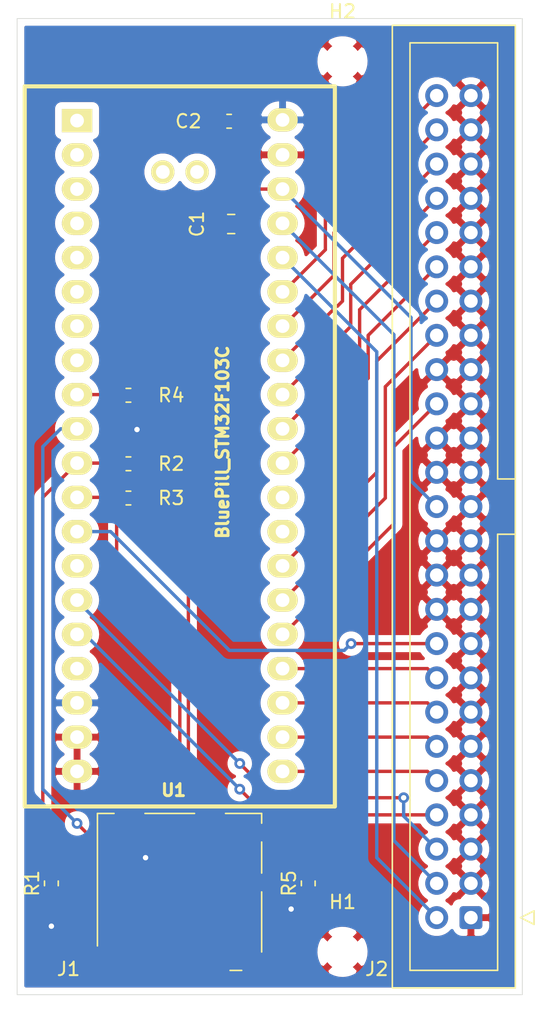
<source format=kicad_pcb>
(kicad_pcb (version 20171130) (host pcbnew 5.1.6+dfsg1-1)

  (general
    (thickness 1.6)
    (drawings 5)
    (tracks 132)
    (zones 0)
    (modules 12)
    (nets 42)
  )

  (page A4)
  (layers
    (0 F.Cu signal)
    (31 B.Cu signal)
    (32 B.Adhes user)
    (33 F.Adhes user)
    (34 B.Paste user)
    (35 F.Paste user)
    (36 B.SilkS user)
    (37 F.SilkS user)
    (38 B.Mask user)
    (39 F.Mask user)
    (40 Dwgs.User user)
    (41 Cmts.User user)
    (42 Eco1.User user)
    (43 Eco2.User user)
    (44 Edge.Cuts user)
    (45 Margin user)
    (46 B.CrtYd user)
    (47 F.CrtYd user)
    (48 B.Fab user hide)
    (49 F.Fab user hide)
  )

  (setup
    (last_trace_width 0.25)
    (trace_clearance 0.2)
    (zone_clearance 0.508)
    (zone_45_only no)
    (trace_min 0.2)
    (via_size 0.8)
    (via_drill 0.4)
    (via_min_size 0.4)
    (via_min_drill 0.3)
    (uvia_size 0.3)
    (uvia_drill 0.1)
    (uvias_allowed no)
    (uvia_min_size 0.2)
    (uvia_min_drill 0.1)
    (edge_width 0.05)
    (segment_width 0.2)
    (pcb_text_width 0.3)
    (pcb_text_size 1.5 1.5)
    (mod_edge_width 0.12)
    (mod_text_size 1 1)
    (mod_text_width 0.15)
    (pad_size 1.524 1.524)
    (pad_drill 0.762)
    (pad_to_mask_clearance 0.05)
    (aux_axis_origin 0 0)
    (grid_origin 108.585 147.955)
    (visible_elements FFFFFF7F)
    (pcbplotparams
      (layerselection 0x010fc_ffffffff)
      (usegerberextensions false)
      (usegerberattributes true)
      (usegerberadvancedattributes true)
      (creategerberjobfile true)
      (excludeedgelayer true)
      (linewidth 0.100000)
      (plotframeref false)
      (viasonmask false)
      (mode 1)
      (useauxorigin false)
      (hpglpennumber 1)
      (hpglpenspeed 20)
      (hpglpendiameter 15.000000)
      (psnegative false)
      (psa4output false)
      (plotreference true)
      (plotvalue true)
      (plotinvisibletext false)
      (padsonsilk false)
      (subtractmaskfromsilk false)
      (outputformat 1)
      (mirror false)
      (drillshape 1)
      (scaleselection 1)
      (outputdirectory ""))
  )

  (net 0 "")
  (net 1 /SD_MISO)
  (net 2 GND)
  (net 3 /SD_CLK)
  (net 4 +3V3)
  (net 5 /SD_MOSI)
  (net 6 "Net-(J1-Pad8)")
  (net 7 /SD_CS)
  (net 8 /SCSI_IO)
  (net 9 /SCSI_REQ)
  (net 10 /SCSI_CD)
  (net 11 /SCSI_SEL)
  (net 12 /SCSI_RST)
  (net 13 /SCSI_ACK)
  (net 14 /SCSI_BSY)
  (net 15 /SCSI_ATN)
  (net 16 +5V)
  (net 17 /SCSI_MSG)
  (net 18 /SCSI_DBP)
  (net 19 /SCSI_DAT7)
  (net 20 /SCSI_DAT6)
  (net 21 /SCSI_DAT5)
  (net 22 /SCSI_DAT4)
  (net 23 /SCSI_DAT3)
  (net 24 /SCSI_DAT2)
  (net 25 /SCSI_DAT1)
  (net 26 /SCSI_DAT0)
  (net 27 "Net-(U1-Pad42)")
  (net 28 "Net-(U1-Pad41)")
  (net 29 "Net-(U1-Pad29)")
  (net 30 "Net-(U1-Pad28)")
  (net 31 "Net-(U1-Pad17)")
  (net 32 "Net-(U1-Pad14)")
  (net 33 "Net-(U1-Pad8)")
  (net 34 "Net-(U1-Pad7)")
  (net 35 "Net-(U1-Pad4)")
  (net 36 "Net-(U1-Pad3)")
  (net 37 "Net-(U1-Pad2)")
  (net 38 "Net-(U1-Pad1)")
  (net 39 "Net-(J1-Pad1)")
  (net 40 "Net-(U1-Pad6)")
  (net 41 "Net-(U1-Pad5)")

  (net_class Default "This is the default net class."
    (clearance 0.2)
    (trace_width 0.25)
    (via_dia 0.8)
    (via_drill 0.4)
    (uvia_dia 0.3)
    (uvia_drill 0.1)
    (add_net +3V3)
    (add_net +5V)
    (add_net /SCSI_ACK)
    (add_net /SCSI_ATN)
    (add_net /SCSI_BSY)
    (add_net /SCSI_CD)
    (add_net /SCSI_DAT0)
    (add_net /SCSI_DAT1)
    (add_net /SCSI_DAT2)
    (add_net /SCSI_DAT3)
    (add_net /SCSI_DAT4)
    (add_net /SCSI_DAT5)
    (add_net /SCSI_DAT6)
    (add_net /SCSI_DAT7)
    (add_net /SCSI_DBP)
    (add_net /SCSI_IO)
    (add_net /SCSI_MSG)
    (add_net /SCSI_REQ)
    (add_net /SCSI_RST)
    (add_net /SCSI_SEL)
    (add_net /SD_CLK)
    (add_net /SD_CS)
    (add_net /SD_MISO)
    (add_net /SD_MOSI)
    (add_net GND)
    (add_net "Net-(J1-Pad1)")
    (add_net "Net-(J1-Pad8)")
    (add_net "Net-(U1-Pad1)")
    (add_net "Net-(U1-Pad14)")
    (add_net "Net-(U1-Pad17)")
    (add_net "Net-(U1-Pad2)")
    (add_net "Net-(U1-Pad28)")
    (add_net "Net-(U1-Pad29)")
    (add_net "Net-(U1-Pad3)")
    (add_net "Net-(U1-Pad4)")
    (add_net "Net-(U1-Pad41)")
    (add_net "Net-(U1-Pad42)")
    (add_net "Net-(U1-Pad5)")
    (add_net "Net-(U1-Pad6)")
    (add_net "Net-(U1-Pad7)")
    (add_net "Net-(U1-Pad8)")
  )

  (module MountingHole:MountingHole_2.7mm_M2.5 (layer F.Cu) (tedit 56D1B4CB) (tstamp 5F02C474)
    (at 95.25 78.74)
    (descr "Mounting Hole 2.7mm, no annular, M2.5")
    (tags "mounting hole 2.7mm no annular m2.5")
    (path /5F24EE25)
    (attr virtual)
    (fp_text reference H2 (at 0 -3.7) (layer F.SilkS)
      (effects (font (size 1 1) (thickness 0.15)))
    )
    (fp_text value MountingHole_Pad (at 0 3.7) (layer F.Fab)
      (effects (font (size 1 1) (thickness 0.15)))
    )
    (fp_circle (center 0 0) (end 2.95 0) (layer F.CrtYd) (width 0.05))
    (fp_circle (center 0 0) (end 2.7 0) (layer Cmts.User) (width 0.15))
    (fp_text user %R (at 0.3 0) (layer F.Fab)
      (effects (font (size 1 1) (thickness 0.15)))
    )
    (pad 1 np_thru_hole circle (at 0 0) (size 2.7 2.7) (drill 2.7) (layers *.Cu *.Mask)
      (net 2 GND))
  )

  (module MountingHole:MountingHole_2.7mm_M2.5 (layer F.Cu) (tedit 56D1B4CB) (tstamp 5F02C46C)
    (at 95.25 144.78)
    (descr "Mounting Hole 2.7mm, no annular, M2.5")
    (tags "mounting hole 2.7mm no annular m2.5")
    (path /5F24DEAF)
    (attr virtual)
    (fp_text reference H1 (at 0 -3.7) (layer F.SilkS)
      (effects (font (size 1 1) (thickness 0.15)))
    )
    (fp_text value MountingHole_Pad (at 0 3.7) (layer F.Fab)
      (effects (font (size 1 1) (thickness 0.15)))
    )
    (fp_circle (center 0 0) (end 2.95 0) (layer F.CrtYd) (width 0.05))
    (fp_circle (center 0 0) (end 2.7 0) (layer Cmts.User) (width 0.15))
    (fp_text user %R (at 0.3 0) (layer F.Fab)
      (effects (font (size 1 1) (thickness 0.15)))
    )
    (pad 1 np_thru_hole circle (at 0 0) (size 2.7 2.7) (drill 2.7) (layers *.Cu *.Mask)
      (net 2 GND))
  )

  (module blue:BluePill_STM32F103C (layer F.Cu) (tedit 59B4EF3F) (tstamp 5F02944B)
    (at 75.565 83.185)
    (descr "STM32F103C8 BluePill board")
    (path /5F01A526)
    (fp_text reference U1 (at 7.1628 49.6062 180) (layer F.SilkS)
      (effects (font (size 0.889 0.889) (thickness 0.3048)))
    )
    (fp_text value BluePill_STM32F103C (at 10.795 23.7998 90) (layer F.SilkS)
      (effects (font (size 0.889 0.889) (thickness 0.22225)))
    )
    (fp_line (start -3.88 -2.59) (end 19.12 -2.59) (layer F.SilkS) (width 0.3048))
    (fp_line (start -3.88 50.81) (end -3.88 -2.59) (layer F.SilkS) (width 0.3048))
    (fp_line (start 19.12 50.81) (end -3.88 50.81) (layer F.SilkS) (width 0.3048))
    (fp_line (start 19.12 -2.59) (end 19.12 50.81) (layer F.SilkS) (width 0.3048))
    (pad 42 thru_hole oval (at 6.36 3.7592 90) (size 1.7272 1.7272) (drill 1.016) (layers *.Cu *.Mask F.SilkS)
      (net 27 "Net-(U1-Pad42)"))
    (pad 41 thru_hole oval (at 8.9 3.7592 90) (size 1.7272 1.7272) (drill 1.016) (layers *.Cu *.Mask F.SilkS)
      (net 28 "Net-(U1-Pad41)"))
    (pad 40 thru_hole oval (at 15.24 -0.1016 90) (size 1.7272 2.25) (drill 1.016) (layers *.Cu *.Mask F.SilkS)
      (net 4 +3V3))
    (pad 39 thru_hole oval (at 15.24 2.4892 90) (size 1.7272 2.25) (drill 1.016) (layers *.Cu *.Mask F.SilkS)
      (net 2 GND))
    (pad 38 thru_hole oval (at 15.24 5.0292 90) (size 1.7272 2.25) (drill 1.016) (layers *.Cu *.Mask F.SilkS)
      (net 16 +5V))
    (pad 37 thru_hole oval (at 15.24 7.5692 90) (size 1.7272 2.25) (drill 1.016) (layers *.Cu *.Mask F.SilkS)
      (net 25 /SCSI_DAT1))
    (pad 36 thru_hole oval (at 15.24 10.1092 90) (size 1.7272 2.25) (drill 1.016) (layers *.Cu *.Mask F.SilkS)
      (net 26 /SCSI_DAT0))
    (pad 35 thru_hole oval (at 15.24 12.6492 90) (size 1.7272 2.25) (drill 1.016) (layers *.Cu *.Mask F.SilkS)
      (net 8 /SCSI_IO))
    (pad 34 thru_hole oval (at 15.24 15.1892 90) (size 1.7272 2.25) (drill 1.016) (layers *.Cu *.Mask F.SilkS)
      (net 9 /SCSI_REQ))
    (pad 33 thru_hole oval (at 15.24 17.7292 90) (size 1.7272 2.25) (drill 1.016) (layers *.Cu *.Mask F.SilkS)
      (net 10 /SCSI_CD))
    (pad 32 thru_hole oval (at 15.24 20.2692 90) (size 1.7272 2.25) (drill 1.016) (layers *.Cu *.Mask F.SilkS)
      (net 11 /SCSI_SEL))
    (pad 31 thru_hole oval (at 15.24 22.8092 90) (size 1.7272 2.25) (drill 1.016) (layers *.Cu *.Mask F.SilkS)
      (net 17 /SCSI_MSG))
    (pad 30 thru_hole oval (at 15.24 25.3492 90) (size 1.7272 2.25) (drill 1.016) (layers *.Cu *.Mask F.SilkS)
      (net 12 /SCSI_RST))
    (pad 29 thru_hole oval (at 15.24 27.8892 90) (size 1.7272 2.25) (drill 1.016) (layers *.Cu *.Mask F.SilkS)
      (net 29 "Net-(U1-Pad29)"))
    (pad 28 thru_hole oval (at 15.24 30.4292 90) (size 1.7272 2.25) (drill 1.016) (layers *.Cu *.Mask F.SilkS)
      (net 30 "Net-(U1-Pad28)"))
    (pad 27 thru_hole oval (at 15.24 32.9692 90) (size 1.7272 2.25) (drill 1.016) (layers *.Cu *.Mask F.SilkS)
      (net 13 /SCSI_ACK))
    (pad 26 thru_hole oval (at 15.24 35.5092 90) (size 1.7272 2.25) (drill 1.016) (layers *.Cu *.Mask F.SilkS)
      (net 14 /SCSI_BSY))
    (pad 25 thru_hole oval (at 15.24 38.0492 90) (size 1.7272 2.25) (drill 1.016) (layers *.Cu *.Mask F.SilkS)
      (net 15 /SCSI_ATN))
    (pad 24 thru_hole oval (at 15.24 40.5892 90) (size 1.7272 2.25) (drill 1.016) (layers *.Cu *.Mask F.SilkS)
      (net 19 /SCSI_DAT7))
    (pad 23 thru_hole oval (at 15.24 43.1292 90) (size 1.7272 2.25) (drill 1.016) (layers *.Cu *.Mask F.SilkS)
      (net 20 /SCSI_DAT6))
    (pad 22 thru_hole oval (at 15.24 45.6692 90) (size 1.7272 2.25) (drill 1.016) (layers *.Cu *.Mask F.SilkS)
      (net 21 /SCSI_DAT5))
    (pad 21 thru_hole oval (at 15.24 48.2092 90) (size 1.7272 2.25) (drill 1.016) (layers *.Cu *.Mask F.SilkS)
      (net 22 /SCSI_DAT4))
    (pad 20 thru_hole oval (at 0 48.2092 270) (size 1.7272 2.25) (drill 1.016) (layers *.Cu *.Mask F.SilkS)
      (net 2 GND))
    (pad 19 thru_hole oval (at 0 45.6692 270) (size 1.7272 2.25) (drill 1.016) (layers *.Cu *.Mask F.SilkS)
      (net 2 GND))
    (pad 18 thru_hole oval (at 0 43.1292 270) (size 1.7272 2.25) (drill 1.016) (layers *.Cu *.Mask F.SilkS)
      (net 4 +3V3))
    (pad 17 thru_hole oval (at 0 40.5892 270) (size 1.7272 2.25) (drill 1.016) (layers *.Cu *.Mask F.SilkS)
      (net 31 "Net-(U1-Pad17)"))
    (pad 16 thru_hole oval (at 0 38.0492 270) (size 1.7272 2.25) (drill 1.016) (layers *.Cu *.Mask F.SilkS)
      (net 23 /SCSI_DAT3))
    (pad 15 thru_hole oval (at 0 35.5092 270) (size 1.7272 2.25) (drill 1.016) (layers *.Cu *.Mask F.SilkS)
      (net 24 /SCSI_DAT2))
    (pad 14 thru_hole oval (at 0 32.9692 270) (size 1.7272 2.25) (drill 1.016) (layers *.Cu *.Mask F.SilkS)
      (net 32 "Net-(U1-Pad14)"))
    (pad 13 thru_hole oval (at 0 30.4292 270) (size 1.7272 2.25) (drill 1.016) (layers *.Cu *.Mask F.SilkS)
      (net 18 /SCSI_DBP))
    (pad 12 thru_hole oval (at 0 27.8892 270) (size 1.7272 2.25) (drill 1.016) (layers *.Cu *.Mask F.SilkS)
      (net 5 /SD_MOSI))
    (pad 11 thru_hole oval (at 0 25.3492 270) (size 1.7272 2.25) (drill 1.016) (layers *.Cu *.Mask F.SilkS)
      (net 1 /SD_MISO))
    (pad 10 thru_hole oval (at 0 22.8092 270) (size 1.7272 2.25) (drill 1.016) (layers *.Cu *.Mask F.SilkS)
      (net 3 /SD_CLK))
    (pad 9 thru_hole oval (at 0 20.2692 270) (size 1.7272 2.25) (drill 1.016) (layers *.Cu *.Mask F.SilkS)
      (net 7 /SD_CS))
    (pad 8 thru_hole oval (at 0 17.7292 270) (size 1.7272 2.25) (drill 1.016) (layers *.Cu *.Mask F.SilkS)
      (net 33 "Net-(U1-Pad8)"))
    (pad 7 thru_hole oval (at 0 15.1892 270) (size 1.7272 2.25) (drill 1.016) (layers *.Cu *.Mask F.SilkS)
      (net 34 "Net-(U1-Pad7)"))
    (pad 6 thru_hole oval (at 0 12.6492 270) (size 1.7272 2.25) (drill 1.016) (layers *.Cu *.Mask F.SilkS)
      (net 40 "Net-(U1-Pad6)"))
    (pad 5 thru_hole oval (at 0 10.1092 270) (size 1.7272 2.25) (drill 1.016) (layers *.Cu *.Mask F.SilkS)
      (net 41 "Net-(U1-Pad5)"))
    (pad 4 thru_hole oval (at 0 7.5692 270) (size 1.7272 2.25) (drill 1.016) (layers *.Cu *.Mask F.SilkS)
      (net 35 "Net-(U1-Pad4)"))
    (pad 3 thru_hole oval (at 0 5.0292 270) (size 1.7272 2.25) (drill 1.016) (layers *.Cu *.Mask F.SilkS)
      (net 36 "Net-(U1-Pad3)"))
    (pad 2 thru_hole oval (at 0 2.4892 270) (size 1.7272 2.25) (drill 1.016) (layers *.Cu *.Mask F.SilkS)
      (net 37 "Net-(U1-Pad2)"))
    (pad 1 thru_hole rect (at 0 -0.0508 270) (size 1.7272 2.25) (drill 1.016) (layers *.Cu *.Mask F.SilkS)
      (net 38 "Net-(U1-Pad1)"))
    (model /home/michel/Kicad_Projects/bluepill_scsi/Kicad-STM32/Packages3d/YAAJ_BluePill.STEP
      (offset (xyz 17.9 -22.9 -49.5))
      (scale (xyz 1 1 1))
      (rotate (xyz 0 0 0))
    )
  )

  (module Resistor_SMD:R_0603_1608Metric_Pad1.05x0.95mm_HandSolder (layer F.Cu) (tedit 5B301BBD) (tstamp 5F029419)
    (at 92.71 139.7 90)
    (descr "Resistor SMD 0603 (1608 Metric), square (rectangular) end terminal, IPC_7351 nominal with elongated pad for handsoldering. (Body size source: http://www.tortai-tech.com/upload/download/2011102023233369053.pdf), generated with kicad-footprint-generator")
    (tags "resistor handsolder")
    (path /5F070024)
    (attr smd)
    (fp_text reference R5 (at 0 -1.43 90) (layer F.SilkS)
      (effects (font (size 1 1) (thickness 0.15)))
    )
    (fp_text value 47K (at 0 1.43 90) (layer F.Fab)
      (effects (font (size 1 1) (thickness 0.15)))
    )
    (fp_line (start 1.65 0.73) (end -1.65 0.73) (layer F.CrtYd) (width 0.05))
    (fp_line (start 1.65 -0.73) (end 1.65 0.73) (layer F.CrtYd) (width 0.05))
    (fp_line (start -1.65 -0.73) (end 1.65 -0.73) (layer F.CrtYd) (width 0.05))
    (fp_line (start -1.65 0.73) (end -1.65 -0.73) (layer F.CrtYd) (width 0.05))
    (fp_line (start -0.171267 0.51) (end 0.171267 0.51) (layer F.SilkS) (width 0.12))
    (fp_line (start -0.171267 -0.51) (end 0.171267 -0.51) (layer F.SilkS) (width 0.12))
    (fp_line (start 0.8 0.4) (end -0.8 0.4) (layer F.Fab) (width 0.1))
    (fp_line (start 0.8 -0.4) (end 0.8 0.4) (layer F.Fab) (width 0.1))
    (fp_line (start -0.8 -0.4) (end 0.8 -0.4) (layer F.Fab) (width 0.1))
    (fp_line (start -0.8 0.4) (end -0.8 -0.4) (layer F.Fab) (width 0.1))
    (fp_text user %R (at 0 0 90) (layer F.Fab)
      (effects (font (size 0.4 0.4) (thickness 0.06)))
    )
    (pad 2 smd roundrect (at 0.875 0 90) (size 1.05 0.95) (layers F.Cu F.Paste F.Mask) (roundrect_rratio 0.25)
      (net 39 "Net-(J1-Pad1)"))
    (pad 1 smd roundrect (at -0.875 0 90) (size 1.05 0.95) (layers F.Cu F.Paste F.Mask) (roundrect_rratio 0.25)
      (net 4 +3V3))
    (model ${KISYS3DMOD}/Resistor_SMD.3dshapes/R_0603_1608Metric.wrl
      (at (xyz 0 0 0))
      (scale (xyz 1 1 1))
      (rotate (xyz 0 0 0))
    )
  )

  (module Resistor_SMD:R_0603_1608Metric_Pad1.05x0.95mm_HandSolder (layer F.Cu) (tedit 5B301BBD) (tstamp 5F029408)
    (at 79.375 103.505 180)
    (descr "Resistor SMD 0603 (1608 Metric), square (rectangular) end terminal, IPC_7351 nominal with elongated pad for handsoldering. (Body size source: http://www.tortai-tech.com/upload/download/2011102023233369053.pdf), generated with kicad-footprint-generator")
    (tags "resistor handsolder")
    (path /5F070D37)
    (attr smd)
    (fp_text reference R4 (at -3.175 0) (layer F.SilkS)
      (effects (font (size 1 1) (thickness 0.15)))
    )
    (fp_text value 47K (at 0 1.43) (layer F.Fab)
      (effects (font (size 1 1) (thickness 0.15)))
    )
    (fp_line (start 1.65 0.73) (end -1.65 0.73) (layer F.CrtYd) (width 0.05))
    (fp_line (start 1.65 -0.73) (end 1.65 0.73) (layer F.CrtYd) (width 0.05))
    (fp_line (start -1.65 -0.73) (end 1.65 -0.73) (layer F.CrtYd) (width 0.05))
    (fp_line (start -1.65 0.73) (end -1.65 -0.73) (layer F.CrtYd) (width 0.05))
    (fp_line (start -0.171267 0.51) (end 0.171267 0.51) (layer F.SilkS) (width 0.12))
    (fp_line (start -0.171267 -0.51) (end 0.171267 -0.51) (layer F.SilkS) (width 0.12))
    (fp_line (start 0.8 0.4) (end -0.8 0.4) (layer F.Fab) (width 0.1))
    (fp_line (start 0.8 -0.4) (end 0.8 0.4) (layer F.Fab) (width 0.1))
    (fp_line (start -0.8 -0.4) (end 0.8 -0.4) (layer F.Fab) (width 0.1))
    (fp_line (start -0.8 0.4) (end -0.8 -0.4) (layer F.Fab) (width 0.1))
    (fp_text user %R (at 0 0) (layer F.Fab)
      (effects (font (size 0.4 0.4) (thickness 0.06)))
    )
    (pad 2 smd roundrect (at 0.875 0 180) (size 1.05 0.95) (layers F.Cu F.Paste F.Mask) (roundrect_rratio 0.25)
      (net 7 /SD_CS))
    (pad 1 smd roundrect (at -0.875 0 180) (size 1.05 0.95) (layers F.Cu F.Paste F.Mask) (roundrect_rratio 0.25)
      (net 4 +3V3))
    (model ${KISYS3DMOD}/Resistor_SMD.3dshapes/R_0603_1608Metric.wrl
      (at (xyz 0 0 0))
      (scale (xyz 1 1 1))
      (rotate (xyz 0 0 0))
    )
  )

  (module Resistor_SMD:R_0603_1608Metric_Pad1.05x0.95mm_HandSolder (layer F.Cu) (tedit 5B301BBD) (tstamp 5F0293F7)
    (at 79.375 111.125 180)
    (descr "Resistor SMD 0603 (1608 Metric), square (rectangular) end terminal, IPC_7351 nominal with elongated pad for handsoldering. (Body size source: http://www.tortai-tech.com/upload/download/2011102023233369053.pdf), generated with kicad-footprint-generator")
    (tags "resistor handsolder")
    (path /5F0738D3)
    (attr smd)
    (fp_text reference R3 (at -3.175 0) (layer F.SilkS)
      (effects (font (size 1 1) (thickness 0.15)))
    )
    (fp_text value 47K (at 0 1.43) (layer F.Fab)
      (effects (font (size 1 1) (thickness 0.15)))
    )
    (fp_line (start 1.65 0.73) (end -1.65 0.73) (layer F.CrtYd) (width 0.05))
    (fp_line (start 1.65 -0.73) (end 1.65 0.73) (layer F.CrtYd) (width 0.05))
    (fp_line (start -1.65 -0.73) (end 1.65 -0.73) (layer F.CrtYd) (width 0.05))
    (fp_line (start -1.65 0.73) (end -1.65 -0.73) (layer F.CrtYd) (width 0.05))
    (fp_line (start -0.171267 0.51) (end 0.171267 0.51) (layer F.SilkS) (width 0.12))
    (fp_line (start -0.171267 -0.51) (end 0.171267 -0.51) (layer F.SilkS) (width 0.12))
    (fp_line (start 0.8 0.4) (end -0.8 0.4) (layer F.Fab) (width 0.1))
    (fp_line (start 0.8 -0.4) (end 0.8 0.4) (layer F.Fab) (width 0.1))
    (fp_line (start -0.8 -0.4) (end 0.8 -0.4) (layer F.Fab) (width 0.1))
    (fp_line (start -0.8 0.4) (end -0.8 -0.4) (layer F.Fab) (width 0.1))
    (fp_text user %R (at 0 0) (layer F.Fab)
      (effects (font (size 0.4 0.4) (thickness 0.06)))
    )
    (pad 2 smd roundrect (at 0.875 0 180) (size 1.05 0.95) (layers F.Cu F.Paste F.Mask) (roundrect_rratio 0.25)
      (net 5 /SD_MOSI))
    (pad 1 smd roundrect (at -0.875 0 180) (size 1.05 0.95) (layers F.Cu F.Paste F.Mask) (roundrect_rratio 0.25)
      (net 4 +3V3))
    (model ${KISYS3DMOD}/Resistor_SMD.3dshapes/R_0603_1608Metric.wrl
      (at (xyz 0 0 0))
      (scale (xyz 1 1 1))
      (rotate (xyz 0 0 0))
    )
  )

  (module Resistor_SMD:R_0603_1608Metric_Pad1.05x0.95mm_HandSolder (layer F.Cu) (tedit 5B301BBD) (tstamp 5F0293E6)
    (at 79.375 108.585 180)
    (descr "Resistor SMD 0603 (1608 Metric), square (rectangular) end terminal, IPC_7351 nominal with elongated pad for handsoldering. (Body size source: http://www.tortai-tech.com/upload/download/2011102023233369053.pdf), generated with kicad-footprint-generator")
    (tags "resistor handsolder")
    (path /5F073E11)
    (attr smd)
    (fp_text reference R2 (at -3.175 0) (layer F.SilkS)
      (effects (font (size 1 1) (thickness 0.15)))
    )
    (fp_text value 47K (at 0 1.43) (layer F.Fab)
      (effects (font (size 1 1) (thickness 0.15)))
    )
    (fp_line (start 1.65 0.73) (end -1.65 0.73) (layer F.CrtYd) (width 0.05))
    (fp_line (start 1.65 -0.73) (end 1.65 0.73) (layer F.CrtYd) (width 0.05))
    (fp_line (start -1.65 -0.73) (end 1.65 -0.73) (layer F.CrtYd) (width 0.05))
    (fp_line (start -1.65 0.73) (end -1.65 -0.73) (layer F.CrtYd) (width 0.05))
    (fp_line (start -0.171267 0.51) (end 0.171267 0.51) (layer F.SilkS) (width 0.12))
    (fp_line (start -0.171267 -0.51) (end 0.171267 -0.51) (layer F.SilkS) (width 0.12))
    (fp_line (start 0.8 0.4) (end -0.8 0.4) (layer F.Fab) (width 0.1))
    (fp_line (start 0.8 -0.4) (end 0.8 0.4) (layer F.Fab) (width 0.1))
    (fp_line (start -0.8 -0.4) (end 0.8 -0.4) (layer F.Fab) (width 0.1))
    (fp_line (start -0.8 0.4) (end -0.8 -0.4) (layer F.Fab) (width 0.1))
    (fp_text user %R (at 0 0) (layer F.Fab)
      (effects (font (size 0.4 0.4) (thickness 0.06)))
    )
    (pad 2 smd roundrect (at 0.875 0 180) (size 1.05 0.95) (layers F.Cu F.Paste F.Mask) (roundrect_rratio 0.25)
      (net 1 /SD_MISO))
    (pad 1 smd roundrect (at -0.875 0 180) (size 1.05 0.95) (layers F.Cu F.Paste F.Mask) (roundrect_rratio 0.25)
      (net 4 +3V3))
    (model ${KISYS3DMOD}/Resistor_SMD.3dshapes/R_0603_1608Metric.wrl
      (at (xyz 0 0 0))
      (scale (xyz 1 1 1))
      (rotate (xyz 0 0 0))
    )
  )

  (module Resistor_SMD:R_0603_1608Metric_Pad1.05x0.95mm_HandSolder (layer F.Cu) (tedit 5B301BBD) (tstamp 5F0293D5)
    (at 73.66 139.7 90)
    (descr "Resistor SMD 0603 (1608 Metric), square (rectangular) end terminal, IPC_7351 nominal with elongated pad for handsoldering. (Body size source: http://www.tortai-tech.com/upload/download/2011102023233369053.pdf), generated with kicad-footprint-generator")
    (tags "resistor handsolder")
    (path /5F074251)
    (attr smd)
    (fp_text reference R1 (at 0 -1.43 90) (layer F.SilkS)
      (effects (font (size 1 1) (thickness 0.15)))
    )
    (fp_text value 47K (at 0 1.43 90) (layer F.Fab)
      (effects (font (size 1 1) (thickness 0.15)))
    )
    (fp_line (start 1.65 0.73) (end -1.65 0.73) (layer F.CrtYd) (width 0.05))
    (fp_line (start 1.65 -0.73) (end 1.65 0.73) (layer F.CrtYd) (width 0.05))
    (fp_line (start -1.65 -0.73) (end 1.65 -0.73) (layer F.CrtYd) (width 0.05))
    (fp_line (start -1.65 0.73) (end -1.65 -0.73) (layer F.CrtYd) (width 0.05))
    (fp_line (start -0.171267 0.51) (end 0.171267 0.51) (layer F.SilkS) (width 0.12))
    (fp_line (start -0.171267 -0.51) (end 0.171267 -0.51) (layer F.SilkS) (width 0.12))
    (fp_line (start 0.8 0.4) (end -0.8 0.4) (layer F.Fab) (width 0.1))
    (fp_line (start 0.8 -0.4) (end 0.8 0.4) (layer F.Fab) (width 0.1))
    (fp_line (start -0.8 -0.4) (end 0.8 -0.4) (layer F.Fab) (width 0.1))
    (fp_line (start -0.8 0.4) (end -0.8 -0.4) (layer F.Fab) (width 0.1))
    (fp_text user %R (at 0 0 90) (layer F.Fab)
      (effects (font (size 0.4 0.4) (thickness 0.06)))
    )
    (pad 2 smd roundrect (at 0.875 0 90) (size 1.05 0.95) (layers F.Cu F.Paste F.Mask) (roundrect_rratio 0.25)
      (net 6 "Net-(J1-Pad8)"))
    (pad 1 smd roundrect (at -0.875 0 90) (size 1.05 0.95) (layers F.Cu F.Paste F.Mask) (roundrect_rratio 0.25)
      (net 4 +3V3))
    (model ${KISYS3DMOD}/Resistor_SMD.3dshapes/R_0603_1608Metric.wrl
      (at (xyz 0 0 0))
      (scale (xyz 1 1 1))
      (rotate (xyz 0 0 0))
    )
  )

  (module Connector_IDC:IDC-Header_2x25_P2.54mm_Vertical (layer F.Cu) (tedit 5EAC9A07) (tstamp 5F0293C4)
    (at 104.775 142.24 180)
    (descr "Through hole IDC box header, 2x25, 2.54mm pitch, DIN 41651 / IEC 60603-13, double rows, https://docs.google.com/spreadsheets/d/16SsEcesNF15N3Lb4niX7dcUr-NY5_MFPQhobNuNppn4/edit#gid=0")
    (tags "Through hole vertical IDC box header THT 2x25 2.54mm double row")
    (path /5F0261A7)
    (fp_text reference J2 (at 6.985 -3.81) (layer F.SilkS)
      (effects (font (size 1 1) (thickness 0.15)))
    )
    (fp_text value Conn_02x25_Odd_Even (at 1.27 67.06) (layer F.Fab)
      (effects (font (size 1 1) (thickness 0.15)))
    )
    (fp_line (start 6.22 -5.6) (end -3.68 -5.6) (layer F.CrtYd) (width 0.05))
    (fp_line (start 6.22 66.56) (end 6.22 -5.6) (layer F.CrtYd) (width 0.05))
    (fp_line (start -3.68 66.56) (end 6.22 66.56) (layer F.CrtYd) (width 0.05))
    (fp_line (start -3.68 -5.6) (end -3.68 66.56) (layer F.CrtYd) (width 0.05))
    (fp_line (start -4.68 0.5) (end -3.68 0) (layer F.SilkS) (width 0.12))
    (fp_line (start -4.68 -0.5) (end -4.68 0.5) (layer F.SilkS) (width 0.12))
    (fp_line (start -3.68 0) (end -4.68 -0.5) (layer F.SilkS) (width 0.12))
    (fp_line (start -1.98 32.53) (end -3.29 32.53) (layer F.SilkS) (width 0.12))
    (fp_line (start -1.98 32.53) (end -1.98 32.53) (layer F.SilkS) (width 0.12))
    (fp_line (start -1.98 64.87) (end -1.98 32.53) (layer F.SilkS) (width 0.12))
    (fp_line (start 4.52 64.87) (end -1.98 64.87) (layer F.SilkS) (width 0.12))
    (fp_line (start 4.52 -3.91) (end 4.52 64.87) (layer F.SilkS) (width 0.12))
    (fp_line (start -1.98 -3.91) (end 4.52 -3.91) (layer F.SilkS) (width 0.12))
    (fp_line (start -1.98 28.43) (end -1.98 -3.91) (layer F.SilkS) (width 0.12))
    (fp_line (start -3.29 28.43) (end -1.98 28.43) (layer F.SilkS) (width 0.12))
    (fp_line (start -3.29 66.17) (end -3.29 -5.21) (layer F.SilkS) (width 0.12))
    (fp_line (start 5.83 66.17) (end -3.29 66.17) (layer F.SilkS) (width 0.12))
    (fp_line (start 5.83 -5.21) (end 5.83 66.17) (layer F.SilkS) (width 0.12))
    (fp_line (start -3.29 -5.21) (end 5.83 -5.21) (layer F.SilkS) (width 0.12))
    (fp_line (start -1.98 32.53) (end -3.18 32.53) (layer F.Fab) (width 0.1))
    (fp_line (start -1.98 32.53) (end -1.98 32.53) (layer F.Fab) (width 0.1))
    (fp_line (start -1.98 64.87) (end -1.98 32.53) (layer F.Fab) (width 0.1))
    (fp_line (start 4.52 64.87) (end -1.98 64.87) (layer F.Fab) (width 0.1))
    (fp_line (start 4.52 -3.91) (end 4.52 64.87) (layer F.Fab) (width 0.1))
    (fp_line (start -1.98 -3.91) (end 4.52 -3.91) (layer F.Fab) (width 0.1))
    (fp_line (start -1.98 28.43) (end -1.98 -3.91) (layer F.Fab) (width 0.1))
    (fp_line (start -3.18 28.43) (end -1.98 28.43) (layer F.Fab) (width 0.1))
    (fp_line (start -3.18 66.06) (end -3.18 -4.1) (layer F.Fab) (width 0.1))
    (fp_line (start 5.72 66.06) (end -3.18 66.06) (layer F.Fab) (width 0.1))
    (fp_line (start 5.72 -5.1) (end 5.72 66.06) (layer F.Fab) (width 0.1))
    (fp_line (start -2.18 -5.1) (end 5.72 -5.1) (layer F.Fab) (width 0.1))
    (fp_line (start -3.18 -4.1) (end -2.18 -5.1) (layer F.Fab) (width 0.1))
    (fp_text user %R (at 1.27 30.48 90) (layer F.Fab)
      (effects (font (size 1 1) (thickness 0.15)))
    )
    (pad 50 thru_hole circle (at 2.54 60.96 180) (size 1.7 1.7) (drill 1) (layers *.Cu *.Mask)
      (net 8 /SCSI_IO))
    (pad 48 thru_hole circle (at 2.54 58.42 180) (size 1.7 1.7) (drill 1) (layers *.Cu *.Mask)
      (net 9 /SCSI_REQ))
    (pad 46 thru_hole circle (at 2.54 55.88 180) (size 1.7 1.7) (drill 1) (layers *.Cu *.Mask)
      (net 10 /SCSI_CD))
    (pad 44 thru_hole circle (at 2.54 53.34 180) (size 1.7 1.7) (drill 1) (layers *.Cu *.Mask)
      (net 11 /SCSI_SEL))
    (pad 42 thru_hole circle (at 2.54 50.8 180) (size 1.7 1.7) (drill 1) (layers *.Cu *.Mask)
      (net 17 /SCSI_MSG))
    (pad 40 thru_hole circle (at 2.54 48.26 180) (size 1.7 1.7) (drill 1) (layers *.Cu *.Mask)
      (net 12 /SCSI_RST))
    (pad 38 thru_hole circle (at 2.54 45.72 180) (size 1.7 1.7) (drill 1) (layers *.Cu *.Mask)
      (net 13 /SCSI_ACK))
    (pad 36 thru_hole circle (at 2.54 43.18 180) (size 1.7 1.7) (drill 1) (layers *.Cu *.Mask)
      (net 14 /SCSI_BSY))
    (pad 34 thru_hole circle (at 2.54 40.64 180) (size 1.7 1.7) (drill 1) (layers *.Cu *.Mask)
      (net 2 GND))
    (pad 32 thru_hole circle (at 2.54 38.1 180) (size 1.7 1.7) (drill 1) (layers *.Cu *.Mask)
      (net 15 /SCSI_ATN))
    (pad 30 thru_hole circle (at 2.54 35.56 180) (size 1.7 1.7) (drill 1) (layers *.Cu *.Mask)
      (net 2 GND))
    (pad 28 thru_hole circle (at 2.54 33.02 180) (size 1.7 1.7) (drill 1) (layers *.Cu *.Mask)
      (net 2 GND))
    (pad 26 thru_hole circle (at 2.54 30.48 180) (size 1.7 1.7) (drill 1) (layers *.Cu *.Mask)
      (net 16 +5V))
    (pad 24 thru_hole circle (at 2.54 27.94 180) (size 1.7 1.7) (drill 1) (layers *.Cu *.Mask)
      (net 2 GND))
    (pad 22 thru_hole circle (at 2.54 25.4 180) (size 1.7 1.7) (drill 1) (layers *.Cu *.Mask)
      (net 2 GND))
    (pad 20 thru_hole circle (at 2.54 22.86 180) (size 1.7 1.7) (drill 1) (layers *.Cu *.Mask)
      (net 2 GND))
    (pad 18 thru_hole circle (at 2.54 20.32 180) (size 1.7 1.7) (drill 1) (layers *.Cu *.Mask)
      (net 18 /SCSI_DBP))
    (pad 16 thru_hole circle (at 2.54 17.78 180) (size 1.7 1.7) (drill 1) (layers *.Cu *.Mask)
      (net 19 /SCSI_DAT7))
    (pad 14 thru_hole circle (at 2.54 15.24 180) (size 1.7 1.7) (drill 1) (layers *.Cu *.Mask)
      (net 20 /SCSI_DAT6))
    (pad 12 thru_hole circle (at 2.54 12.7 180) (size 1.7 1.7) (drill 1) (layers *.Cu *.Mask)
      (net 21 /SCSI_DAT5))
    (pad 10 thru_hole circle (at 2.54 10.16 180) (size 1.7 1.7) (drill 1) (layers *.Cu *.Mask)
      (net 22 /SCSI_DAT4))
    (pad 8 thru_hole circle (at 2.54 7.62 180) (size 1.7 1.7) (drill 1) (layers *.Cu *.Mask)
      (net 23 /SCSI_DAT3))
    (pad 6 thru_hole circle (at 2.54 5.08 180) (size 1.7 1.7) (drill 1) (layers *.Cu *.Mask)
      (net 24 /SCSI_DAT2))
    (pad 4 thru_hole circle (at 2.54 2.54 180) (size 1.7 1.7) (drill 1) (layers *.Cu *.Mask)
      (net 25 /SCSI_DAT1))
    (pad 2 thru_hole circle (at 2.54 0 180) (size 1.7 1.7) (drill 1) (layers *.Cu *.Mask)
      (net 26 /SCSI_DAT0))
    (pad 49 thru_hole circle (at 0 60.96 180) (size 1.7 1.7) (drill 1) (layers *.Cu *.Mask)
      (net 2 GND))
    (pad 47 thru_hole circle (at 0 58.42 180) (size 1.7 1.7) (drill 1) (layers *.Cu *.Mask)
      (net 2 GND))
    (pad 45 thru_hole circle (at 0 55.88 180) (size 1.7 1.7) (drill 1) (layers *.Cu *.Mask)
      (net 2 GND))
    (pad 43 thru_hole circle (at 0 53.34 180) (size 1.7 1.7) (drill 1) (layers *.Cu *.Mask)
      (net 2 GND))
    (pad 41 thru_hole circle (at 0 50.8 180) (size 1.7 1.7) (drill 1) (layers *.Cu *.Mask)
      (net 2 GND))
    (pad 39 thru_hole circle (at 0 48.26 180) (size 1.7 1.7) (drill 1) (layers *.Cu *.Mask)
      (net 2 GND))
    (pad 37 thru_hole circle (at 0 45.72 180) (size 1.7 1.7) (drill 1) (layers *.Cu *.Mask)
      (net 2 GND))
    (pad 35 thru_hole circle (at 0 43.18 180) (size 1.7 1.7) (drill 1) (layers *.Cu *.Mask)
      (net 2 GND))
    (pad 33 thru_hole circle (at 0 40.64 180) (size 1.7 1.7) (drill 1) (layers *.Cu *.Mask)
      (net 2 GND))
    (pad 31 thru_hole circle (at 0 38.1 180) (size 1.7 1.7) (drill 1) (layers *.Cu *.Mask)
      (net 2 GND))
    (pad 29 thru_hole circle (at 0 35.56 180) (size 1.7 1.7) (drill 1) (layers *.Cu *.Mask)
      (net 2 GND))
    (pad 27 thru_hole circle (at 0 33.02 180) (size 1.7 1.7) (drill 1) (layers *.Cu *.Mask)
      (net 2 GND))
    (pad 25 thru_hole circle (at 0 30.48 180) (size 1.7 1.7) (drill 1) (layers *.Cu *.Mask)
      (net 2 GND))
    (pad 23 thru_hole circle (at 0 27.94 180) (size 1.7 1.7) (drill 1) (layers *.Cu *.Mask)
      (net 2 GND))
    (pad 21 thru_hole circle (at 0 25.4 180) (size 1.7 1.7) (drill 1) (layers *.Cu *.Mask)
      (net 2 GND))
    (pad 19 thru_hole circle (at 0 22.86 180) (size 1.7 1.7) (drill 1) (layers *.Cu *.Mask)
      (net 2 GND))
    (pad 17 thru_hole circle (at 0 20.32 180) (size 1.7 1.7) (drill 1) (layers *.Cu *.Mask)
      (net 2 GND))
    (pad 15 thru_hole circle (at 0 17.78 180) (size 1.7 1.7) (drill 1) (layers *.Cu *.Mask)
      (net 2 GND))
    (pad 13 thru_hole circle (at 0 15.24 180) (size 1.7 1.7) (drill 1) (layers *.Cu *.Mask)
      (net 2 GND))
    (pad 11 thru_hole circle (at 0 12.7 180) (size 1.7 1.7) (drill 1) (layers *.Cu *.Mask)
      (net 2 GND))
    (pad 9 thru_hole circle (at 0 10.16 180) (size 1.7 1.7) (drill 1) (layers *.Cu *.Mask)
      (net 2 GND))
    (pad 7 thru_hole circle (at 0 7.62 180) (size 1.7 1.7) (drill 1) (layers *.Cu *.Mask)
      (net 2 GND))
    (pad 5 thru_hole circle (at 0 5.08 180) (size 1.7 1.7) (drill 1) (layers *.Cu *.Mask)
      (net 2 GND))
    (pad 3 thru_hole circle (at 0 2.54 180) (size 1.7 1.7) (drill 1) (layers *.Cu *.Mask)
      (net 2 GND))
    (pad 1 thru_hole roundrect (at 0 0 180) (size 1.7 1.7) (drill 1) (layers *.Cu *.Mask) (roundrect_rratio 0.147059)
      (net 2 GND))
    (model ${KISYS3DMOD}/Connector_IDC.3dshapes/IDC-Header_2x25_P2.54mm_Vertical.wrl
      (at (xyz 0 0 0))
      (scale (xyz 1 1 1))
      (rotate (xyz 0 0 0))
    )
  )

  (module Connector_Card:microSD_HC_Molex_104031-0811 (layer F.Cu) (tedit 5D235007) (tstamp 5F02936D)
    (at 83.185 140.335 180)
    (descr "1.10mm Pitch microSD Memory Card Connector, Surface Mount, Push-Pull Type, 1.42mm Height, with Detect Switch (https://www.molex.com/pdm_docs/sd/1040310811_sd.pdf)")
    (tags "microSD SD molex")
    (path /5F0BA382)
    (attr smd)
    (fp_text reference J1 (at 8.255 -5.715) (layer F.SilkS)
      (effects (font (size 1 1) (thickness 0.15)))
    )
    (fp_text value Micro_SD_Card (at 0 7.39) (layer F.Fab)
      (effects (font (size 1 1) (thickness 0.15)))
    )
    (fp_line (start 6.84 -6.5) (end 6.84 6.55) (layer F.CrtYd) (width 0.05))
    (fp_line (start -6.84 -6.5) (end 6.84 -6.5) (layer F.CrtYd) (width 0.05))
    (fp_line (start -6.84 6.55) (end -6.84 -6.5) (layer F.CrtYd) (width 0.05))
    (fp_line (start 6.84 6.55) (end -6.84 6.55) (layer F.CrtYd) (width 0.05))
    (fp_line (start -5.405 -9.2) (end -5.405 -5.7) (layer F.Fab) (width 0.1))
    (fp_line (start 5.595 -5.7) (end 5.595 -9.2) (layer F.Fab) (width 0.1))
    (fp_line (start 5.995 5.7) (end 5.995 -5.7) (layer F.Fab) (width 0.1))
    (fp_line (start 5.995 -5.7) (end 5.21 -5.7) (layer F.Fab) (width 0.1))
    (fp_line (start -5.955 -5.7) (end -5.955 5.7) (layer F.Fab) (width 0.1))
    (fp_line (start 5.995 5.7) (end -5.955 5.7) (layer F.Fab) (width 0.1))
    (fp_line (start 4.4 -4.3) (end -3.26 -4.3) (layer F.Fab) (width 0.1))
    (fp_line (start -3.76 -4.8) (end -3.76 -5.2) (layer F.Fab) (width 0.1))
    (fp_line (start -5.955 -5.7) (end -4.26 -5.7) (layer F.Fab) (width 0.1))
    (fp_line (start 4.9 -5.4) (end 4.9 -4.8) (layer F.Fab) (width 0.1))
    (fp_line (start -4.905 -9.7) (end 5.095 -9.7) (layer F.Fab) (width 0.1))
    (fp_line (start -6.07 -4.45) (end -6.07 0) (layer F.SilkS) (width 0.12))
    (fp_line (start -6.07 1.4) (end -6.07 3.7) (layer F.SilkS) (width 0.12))
    (fp_line (start -6.07 5.1) (end -6.07 5.82) (layer F.SilkS) (width 0.12))
    (fp_line (start -6.07 5.82) (end -3.39 5.82) (layer F.SilkS) (width 0.12))
    (fp_line (start -1.09 5.82) (end 2.58 5.82) (layer F.SilkS) (width 0.12))
    (fp_line (start 4.88 5.82) (end 6.11 5.82) (layer F.SilkS) (width 0.12))
    (fp_line (start 6.11 5.82) (end 6.11 -4) (layer F.SilkS) (width 0.12))
    (fp_line (start -4.59 -5.82) (end -3.73 -5.82) (layer F.SilkS) (width 0.12))
    (fp_arc (start -4.905 -9.2) (end -4.905 -9.7) (angle -90) (layer F.Fab) (width 0.1))
    (fp_arc (start 5.095 -9.2) (end 5.595 -9.2) (angle -90) (layer F.Fab) (width 0.1))
    (fp_arc (start 5.2 -5.4) (end 5.2 -5.7) (angle -90) (layer F.Fab) (width 0.1))
    (fp_arc (start 4.4 -4.8) (end 4.4 -4.3) (angle -90) (layer F.Fab) (width 0.1))
    (fp_arc (start -3.26 -4.8) (end -3.26 -4.3) (angle 90) (layer F.Fab) (width 0.1))
    (fp_arc (start -4.26 -5.2) (end -3.76 -5.2) (angle -90) (layer F.Fab) (width 0.1))
    (fp_text user %R (at 0 0) (layer F.Fab)
      (effects (font (size 1 1) (thickness 0.15)))
    )
    (pad 11 smd rect (at 3.73 5.375 180) (size 1.9 1.35) (layers F.Cu F.Paste F.Mask))
    (pad 11 smd rect (at -2.24 5.375 180) (size 1.9 1.35) (layers F.Cu F.Paste F.Mask))
    (pad 9 smd rect (at -5.74 0.7 180) (size 1.2 1) (layers F.Cu F.Paste F.Mask)
      (net 2 GND))
    (pad 10 smd rect (at -5.74 4.4 180) (size 1.2 1) (layers F.Cu F.Paste F.Mask))
    (pad 11 smd rect (at -5.565 -5.325 180) (size 1.55 1.35) (layers F.Cu F.Paste F.Mask))
    (pad 11 smd rect (at 5.755 -5.1 180) (size 1.17 1.8) (layers F.Cu F.Paste F.Mask))
    (pad 7 smd rect (at 3.495 -5.45 180) (size 0.85 1.1) (layers F.Cu F.Paste F.Mask)
      (net 1 /SD_MISO))
    (pad 6 smd rect (at 2.395 -5.45 180) (size 0.85 1.1) (layers F.Cu F.Paste F.Mask)
      (net 2 GND))
    (pad 5 smd rect (at 1.295 -5.45 180) (size 0.85 1.1) (layers F.Cu F.Paste F.Mask)
      (net 3 /SD_CLK))
    (pad 4 smd rect (at 0.195 -5.45 180) (size 0.85 1.1) (layers F.Cu F.Paste F.Mask)
      (net 4 +3V3))
    (pad 3 smd rect (at -0.905 -5.45 180) (size 0.85 1.1) (layers F.Cu F.Paste F.Mask)
      (net 5 /SD_MOSI))
    (pad 2 smd rect (at -2.005 -5.45 180) (size 0.85 1.1) (layers F.Cu F.Paste F.Mask)
      (net 7 /SD_CS))
    (pad 8 smd rect (at 4.545 -5.45 180) (size 0.75 1.1) (layers F.Cu F.Paste F.Mask)
      (net 6 "Net-(J1-Pad8)"))
    (pad 1 smd rect (at -3.105 -5.45 180) (size 0.85 1.1) (layers F.Cu F.Paste F.Mask)
      (net 39 "Net-(J1-Pad1)"))
    (model ${KISYS3DMOD}/Connector_Card.3dshapes/microSD_HC_Hirose_DM3D-SF.wrl
      (at (xyz 0 0 0))
      (scale (xyz 1 1 1))
      (rotate (xyz 0 0 180))
    )
  )

  (module Capacitor_SMD:C_0603_1608Metric (layer F.Cu) (tedit 5B301BBE) (tstamp 5F02933D)
    (at 86.8425 83.185 180)
    (descr "Capacitor SMD 0603 (1608 Metric), square (rectangular) end terminal, IPC_7351 nominal, (Body size source: http://www.tortai-tech.com/upload/download/2011102023233369053.pdf), generated with kicad-footprint-generator")
    (tags capacitor)
    (path /5F1F6008)
    (attr smd)
    (fp_text reference C2 (at 3.0225 0) (layer F.SilkS)
      (effects (font (size 1 1) (thickness 0.15)))
    )
    (fp_text value 100nF (at 0 1.43) (layer F.Fab)
      (effects (font (size 1 1) (thickness 0.15)))
    )
    (fp_line (start 1.48 0.73) (end -1.48 0.73) (layer F.CrtYd) (width 0.05))
    (fp_line (start 1.48 -0.73) (end 1.48 0.73) (layer F.CrtYd) (width 0.05))
    (fp_line (start -1.48 -0.73) (end 1.48 -0.73) (layer F.CrtYd) (width 0.05))
    (fp_line (start -1.48 0.73) (end -1.48 -0.73) (layer F.CrtYd) (width 0.05))
    (fp_line (start -0.162779 0.51) (end 0.162779 0.51) (layer F.SilkS) (width 0.12))
    (fp_line (start -0.162779 -0.51) (end 0.162779 -0.51) (layer F.SilkS) (width 0.12))
    (fp_line (start 0.8 0.4) (end -0.8 0.4) (layer F.Fab) (width 0.1))
    (fp_line (start 0.8 -0.4) (end 0.8 0.4) (layer F.Fab) (width 0.1))
    (fp_line (start -0.8 -0.4) (end 0.8 -0.4) (layer F.Fab) (width 0.1))
    (fp_line (start -0.8 0.4) (end -0.8 -0.4) (layer F.Fab) (width 0.1))
    (fp_text user %R (at 0 0) (layer F.Fab)
      (effects (font (size 0.4 0.4) (thickness 0.06)))
    )
    (pad 2 smd roundrect (at 0.7875 0 180) (size 0.875 0.95) (layers F.Cu F.Paste F.Mask) (roundrect_rratio 0.25)
      (net 2 GND))
    (pad 1 smd roundrect (at -0.7875 0 180) (size 0.875 0.95) (layers F.Cu F.Paste F.Mask) (roundrect_rratio 0.25)
      (net 4 +3V3))
    (model ${KISYS3DMOD}/Capacitor_SMD.3dshapes/C_0603_1608Metric.wrl
      (at (xyz 0 0 0))
      (scale (xyz 1 1 1))
      (rotate (xyz 0 0 0))
    )
  )

  (module Capacitor_SMD:C_0805_2012Metric (layer F.Cu) (tedit 5B36C52B) (tstamp 5F02932C)
    (at 86.995 90.805 180)
    (descr "Capacitor SMD 0805 (2012 Metric), square (rectangular) end terminal, IPC_7351 nominal, (Body size source: https://docs.google.com/spreadsheets/d/1BsfQQcO9C6DZCsRaXUlFlo91Tg2WpOkGARC1WS5S8t0/edit?usp=sharing), generated with kicad-footprint-generator")
    (tags capacitor)
    (path /5F1F5B0E)
    (attr smd)
    (fp_text reference C1 (at 2.54 0 270) (layer F.SilkS)
      (effects (font (size 1 1) (thickness 0.15)))
    )
    (fp_text value 10uF (at 0 1.65) (layer F.Fab)
      (effects (font (size 1 1) (thickness 0.15)))
    )
    (fp_line (start 1.68 0.95) (end -1.68 0.95) (layer F.CrtYd) (width 0.05))
    (fp_line (start 1.68 -0.95) (end 1.68 0.95) (layer F.CrtYd) (width 0.05))
    (fp_line (start -1.68 -0.95) (end 1.68 -0.95) (layer F.CrtYd) (width 0.05))
    (fp_line (start -1.68 0.95) (end -1.68 -0.95) (layer F.CrtYd) (width 0.05))
    (fp_line (start -0.258578 0.71) (end 0.258578 0.71) (layer F.SilkS) (width 0.12))
    (fp_line (start -0.258578 -0.71) (end 0.258578 -0.71) (layer F.SilkS) (width 0.12))
    (fp_line (start 1 0.6) (end -1 0.6) (layer F.Fab) (width 0.1))
    (fp_line (start 1 -0.6) (end 1 0.6) (layer F.Fab) (width 0.1))
    (fp_line (start -1 -0.6) (end 1 -0.6) (layer F.Fab) (width 0.1))
    (fp_line (start -1 0.6) (end -1 -0.6) (layer F.Fab) (width 0.1))
    (fp_text user %R (at 0 0) (layer F.Fab)
      (effects (font (size 0.5 0.5) (thickness 0.08)))
    )
    (pad 2 smd roundrect (at 0.9375 0 180) (size 0.975 1.4) (layers F.Cu F.Paste F.Mask) (roundrect_rratio 0.25)
      (net 2 GND))
    (pad 1 smd roundrect (at -0.9375 0 180) (size 0.975 1.4) (layers F.Cu F.Paste F.Mask) (roundrect_rratio 0.25)
      (net 16 +5V))
    (model ${KISYS3DMOD}/Capacitor_SMD.3dshapes/C_0805_2012Metric.wrl
      (at (xyz 0 0 0))
      (scale (xyz 1 1 1))
      (rotate (xyz 0 0 0))
    )
  )

  (gr_line (start 108.585 75.565) (end 108.585 147.955) (layer Edge.Cuts) (width 0.05) (tstamp 5F02E1D1))
  (gr_line (start 71.12 75.565) (end 108.585 75.565) (layer Edge.Cuts) (width 0.05))
  (gr_line (start 71.12 147.955) (end 71.12 75.565) (layer Edge.Cuts) (width 0.05))
  (gr_line (start 108.585 147.955) (end 71.12 147.955) (layer Edge.Cuts) (width 0.05))
  (gr_text "BluePill SCSI 1.0" (at 82.55 78.105) (layer F.Cu)
    (effects (font (size 1.5 1.5) (thickness 0.3)))
  )

  (segment (start 78.4492 108.5342) (end 78.5 108.585) (width 0.25) (layer F.Cu) (net 1) (status 30))
  (segment (start 75.565 108.5342) (end 78.4492 108.5342) (width 0.25) (layer F.Cu) (net 1) (status 30))
  (segment (start 79.69 141.92) (end 79.69 145.785) (width 0.25) (layer F.Cu) (net 1))
  (segment (start 73.025 135.255) (end 79.69 141.92) (width 0.25) (layer F.Cu) (net 1))
  (segment (start 73.025 111.0742) (end 73.025 135.255) (width 0.25) (layer F.Cu) (net 1))
  (segment (start 75.565 108.5342) (end 73.025 111.0742) (width 0.25) (layer F.Cu) (net 1))
  (segment (start 75.565 105.9942) (end 74.3458 105.9942) (width 0.25) (layer B.Cu) (net 3) (status 10))
  (segment (start 74.3458 105.9942) (end 73.025 107.315) (width 0.25) (layer B.Cu) (net 3))
  (segment (start 73.025 107.315) (end 73.025 132.715) (width 0.25) (layer B.Cu) (net 3))
  (via (at 75.565 135.255) (size 0.8) (drill 0.4) (layers F.Cu B.Cu) (net 3))
  (segment (start 73.025 132.715) (end 75.565 135.255) (width 0.25) (layer B.Cu) (net 3))
  (segment (start 81.89 141.58) (end 81.89 145.785) (width 0.25) (layer F.Cu) (net 3))
  (segment (start 75.565 135.255) (end 81.89 141.58) (width 0.25) (layer F.Cu) (net 3))
  (via (at 73.66 142.875) (size 0.8) (drill 0.4) (layers F.Cu B.Cu) (net 4))
  (segment (start 80.25 108.585) (end 80.25 111.125) (width 0.25) (layer F.Cu) (net 4) (status 30))
  (via (at 80.01 106.045) (size 0.8) (drill 0.4) (layers F.Cu B.Cu) (net 4))
  (segment (start 80.25 105.805) (end 80.01 106.045) (width 0.25) (layer F.Cu) (net 4))
  (segment (start 80.25 103.505) (end 80.25 105.805) (width 0.25) (layer F.Cu) (net 4) (status 10))
  (segment (start 80.01 106.045) (end 80.645 106.045) (width 0.25) (layer B.Cu) (net 4))
  (segment (start 80.25 106.285) (end 80.01 106.045) (width 0.25) (layer F.Cu) (net 4))
  (segment (start 80.25 108.585) (end 80.25 106.285) (width 0.25) (layer F.Cu) (net 4) (status 10))
  (segment (start 87.7316 83.0834) (end 87.63 83.185) (width 0.25) (layer F.Cu) (net 4))
  (segment (start 90.805 83.0834) (end 87.7316 83.0834) (width 0.25) (layer F.Cu) (net 4))
  (via (at 91.44 141.605) (size 0.8) (drill 0.4) (layers F.Cu B.Cu) (net 4))
  (segment (start 82.99 145.785) (end 82.99 141.41) (width 0.25) (layer F.Cu) (net 4))
  (via (at 80.645 137.795) (size 0.8) (drill 0.4) (layers F.Cu B.Cu) (net 4))
  (segment (start 80.645 139.065) (end 80.645 137.795) (width 0.25) (layer F.Cu) (net 4))
  (segment (start 82.99 141.41) (end 80.645 139.065) (width 0.25) (layer F.Cu) (net 4))
  (segment (start 73.66 140.575) (end 73.66 142.875) (width 0.25) (layer F.Cu) (net 4))
  (segment (start 92.47 140.575) (end 91.44 141.605) (width 0.25) (layer F.Cu) (net 4))
  (segment (start 92.71 140.575) (end 92.47 140.575) (width 0.25) (layer F.Cu) (net 4))
  (segment (start 78.4492 111.0742) (end 78.5 111.125) (width 0.25) (layer F.Cu) (net 5) (status 30))
  (segment (start 75.565 111.0742) (end 78.4492 111.0742) (width 0.25) (layer F.Cu) (net 5) (status 30))
  (segment (start 84.09 141.24) (end 84.09 145.785) (width 0.25) (layer F.Cu) (net 5))
  (segment (start 83.185 140.335) (end 84.09 141.24) (width 0.25) (layer F.Cu) (net 5))
  (segment (start 83.185 120.015) (end 83.185 140.335) (width 0.25) (layer F.Cu) (net 5))
  (segment (start 78.5 115.33) (end 83.185 120.015) (width 0.25) (layer F.Cu) (net 5))
  (segment (start 78.5 111.125) (end 78.5 115.33) (width 0.25) (layer F.Cu) (net 5))
  (segment (start 78.64 143.61) (end 78.64 145.785) (width 0.25) (layer F.Cu) (net 6))
  (segment (start 78.64 142.14) (end 78.64 143.61) (width 0.25) (layer F.Cu) (net 6))
  (segment (start 75.325 138.825) (end 78.64 142.14) (width 0.25) (layer F.Cu) (net 6))
  (segment (start 73.66 138.825) (end 75.325 138.825) (width 0.25) (layer F.Cu) (net 6))
  (segment (start 78.4492 103.4542) (end 78.5 103.505) (width 0.25) (layer F.Cu) (net 7) (status 30))
  (segment (start 75.565 103.4542) (end 78.4492 103.4542) (width 0.25) (layer F.Cu) (net 7) (status 30))
  (segment (start 85.19 141.07) (end 85.19 145.785) (width 0.25) (layer F.Cu) (net 7))
  (segment (start 83.82 139.7) (end 85.19 141.07) (width 0.25) (layer F.Cu) (net 7))
  (segment (start 83.82 104.14) (end 83.82 139.7) (width 0.25) (layer F.Cu) (net 7))
  (segment (start 81.915 102.235) (end 83.82 104.14) (width 0.25) (layer F.Cu) (net 7))
  (segment (start 78.74 102.235) (end 81.915 102.235) (width 0.25) (layer F.Cu) (net 7))
  (segment (start 78.5 102.475) (end 78.74 102.235) (width 0.25) (layer F.Cu) (net 7))
  (segment (start 78.5 103.505) (end 78.5 102.475) (width 0.25) (layer F.Cu) (net 7))
  (segment (start 90.805 95.8342) (end 90.8558 95.8342) (width 0.25) (layer F.Cu) (net 8))
  (segment (start 93.98 89.535) (end 102.235 81.28) (width 0.25) (layer F.Cu) (net 8))
  (segment (start 93.98 92.71) (end 93.98 89.535) (width 0.25) (layer F.Cu) (net 8))
  (segment (start 90.8558 95.8342) (end 93.98 92.71) (width 0.25) (layer F.Cu) (net 8))
  (segment (start 90.805 98.3742) (end 90.8558 98.3742) (width 0.25) (layer F.Cu) (net 9) (status 30))
  (segment (start 94.615 91.44) (end 102.235 83.82) (width 0.25) (layer F.Cu) (net 9))
  (segment (start 94.615 94.615) (end 94.615 91.44) (width 0.25) (layer F.Cu) (net 9))
  (segment (start 90.8558 98.3742) (end 94.615 94.615) (width 0.25) (layer F.Cu) (net 9))
  (segment (start 90.805 100.9142) (end 94.829222 96.889978) (width 0.25) (layer F.Cu) (net 10))
  (segment (start 94.829222 96.889978) (end 94.880022 96.889978) (width 0.25) (layer F.Cu) (net 10))
  (segment (start 95.25 93.345) (end 102.235 86.36) (width 0.25) (layer F.Cu) (net 10))
  (segment (start 95.25 96.52) (end 95.25 93.345) (width 0.25) (layer F.Cu) (net 10))
  (segment (start 94.880022 96.889978) (end 95.25 96.52) (width 0.25) (layer F.Cu) (net 10))
  (segment (start 95.8596 95.2754) (end 102.235 88.9) (width 0.25) (layer F.Cu) (net 11))
  (segment (start 95.8596 98.3996) (end 95.8596 95.2754) (width 0.25) (layer F.Cu) (net 11))
  (segment (start 90.805 103.4542) (end 95.8596 98.3996) (width 0.25) (layer F.Cu) (net 11))
  (segment (start 97.155 99.06) (end 102.235 93.98) (width 0.25) (layer F.Cu) (net 12))
  (segment (start 90.8558 108.5342) (end 97.155 102.235) (width 0.25) (layer F.Cu) (net 12))
  (segment (start 90.805 108.5342) (end 90.8558 108.5342) (width 0.25) (layer F.Cu) (net 12))
  (segment (start 97.155 102.235) (end 97.155 99.06) (width 0.25) (layer F.Cu) (net 12))
  (segment (start 90.805 116.1542) (end 92.25501 114.70419) (width 0.25) (layer F.Cu) (net 13))
  (segment (start 92.25501 114.70419) (end 92.30581 114.70419) (width 0.25) (layer F.Cu) (net 13))
  (segment (start 92.30581 114.70419) (end 97.79 109.22) (width 0.25) (layer F.Cu) (net 13))
  (segment (start 97.79 100.965) (end 102.235 96.52) (width 0.25) (layer F.Cu) (net 13))
  (segment (start 97.79 109.22) (end 97.79 100.965) (width 0.25) (layer F.Cu) (net 13))
  (segment (start 90.805 118.6942) (end 90.8558 118.6942) (width 0.25) (layer F.Cu) (net 14))
  (segment (start 98.425 102.87) (end 102.235 99.06) (width 0.25) (layer F.Cu) (net 14))
  (segment (start 98.425 111.125) (end 98.425 102.87) (width 0.25) (layer F.Cu) (net 14))
  (segment (start 90.8558 118.6942) (end 98.425 111.125) (width 0.25) (layer F.Cu) (net 14))
  (segment (start 90.805 121.2342) (end 90.8558 121.2342) (width 0.25) (layer F.Cu) (net 15))
  (segment (start 99.06 107.315) (end 102.235 104.14) (width 0.25) (layer F.Cu) (net 15))
  (segment (start 99.06 113.03) (end 99.06 107.315) (width 0.25) (layer F.Cu) (net 15))
  (segment (start 90.8558 121.2342) (end 99.06 113.03) (width 0.25) (layer F.Cu) (net 15))
  (segment (start 102.235 111.76) (end 100.33 109.855) (width 0.25) (layer B.Cu) (net 16) (status 10))
  (segment (start 100.33 97.7392) (end 90.805 88.2142) (width 0.25) (layer B.Cu) (net 16) (status 20))
  (segment (start 100.33 109.855) (end 100.33 97.7392) (width 0.25) (layer B.Cu) (net 16))
  (segment (start 90.805 88.2142) (end 91.7933 88.2142) (width 0.25) (layer F.Cu) (net 16) (status 30))
  (segment (start 90.805 88.2142) (end 88.9508 88.2142) (width 0.25) (layer F.Cu) (net 16))
  (segment (start 87.9325 89.2325) (end 87.9325 90.805) (width 0.25) (layer F.Cu) (net 16))
  (segment (start 88.9508 88.2142) (end 87.9325 89.2325) (width 0.25) (layer F.Cu) (net 16))
  (segment (start 90.805 105.9942) (end 90.8558 105.9942) (width 0.25) (layer F.Cu) (net 17))
  (segment (start 96.52 97.155) (end 102.235 91.44) (width 0.25) (layer F.Cu) (net 17))
  (segment (start 96.52 100.33) (end 96.52 97.155) (width 0.25) (layer F.Cu) (net 17))
  (segment (start 90.8558 105.9942) (end 96.52 100.33) (width 0.25) (layer F.Cu) (net 17))
  (segment (start 101.73219 122.42281) (end 102.235 121.92) (width 0.25) (layer F.Cu) (net 18) (status 30))
  (segment (start 75.565 113.6142) (end 78.0542 113.6142) (width 0.25) (layer B.Cu) (net 18) (status 10))
  (segment (start 78.0542 113.6142) (end 86.86281 122.42281) (width 0.25) (layer B.Cu) (net 18))
  (via (at 95.885 121.92) (size 0.8) (drill 0.4) (layers F.Cu B.Cu) (net 18))
  (segment (start 95.38219 122.42281) (end 95.885 121.92) (width 0.25) (layer B.Cu) (net 18))
  (segment (start 86.86281 122.42281) (end 95.38219 122.42281) (width 0.25) (layer B.Cu) (net 18))
  (segment (start 95.885 121.92) (end 102.235 121.92) (width 0.25) (layer F.Cu) (net 18) (status 20))
  (segment (start 101.5492 123.7742) (end 102.235 124.46) (width 0.25) (layer F.Cu) (net 19) (status 20))
  (segment (start 90.805 123.7742) (end 101.5492 123.7742) (width 0.25) (layer F.Cu) (net 19) (status 10))
  (segment (start 101.5492 126.3142) (end 102.235 127) (width 0.25) (layer F.Cu) (net 20) (status 20))
  (segment (start 90.805 126.3142) (end 101.5492 126.3142) (width 0.25) (layer F.Cu) (net 20) (status 10))
  (segment (start 101.5492 128.8542) (end 102.235 129.54) (width 0.25) (layer F.Cu) (net 21) (status 20))
  (segment (start 90.805 128.8542) (end 101.5492 128.8542) (width 0.25) (layer F.Cu) (net 21) (status 10))
  (segment (start 101.5492 131.3942) (end 102.235 132.08) (width 0.25) (layer F.Cu) (net 22) (status 20))
  (segment (start 90.805 131.3942) (end 101.5492 131.3942) (width 0.25) (layer F.Cu) (net 22) (status 10))
  (segment (start 76.1492 121.2342) (end 87.63 132.715) (width 0.25) (layer B.Cu) (net 23) (status 10))
  (via (at 87.63 132.715) (size 0.8) (drill 0.4) (layers F.Cu B.Cu) (net 23))
  (segment (start 75.565 121.2342) (end 76.1492 121.2342) (width 0.25) (layer B.Cu) (net 23) (status 30))
  (segment (start 89.535 134.62) (end 102.235 134.62) (width 0.25) (layer F.Cu) (net 23) (status 20))
  (segment (start 87.63 132.715) (end 89.535 134.62) (width 0.25) (layer F.Cu) (net 23))
  (via (at 99.78501 133.35) (size 0.8) (drill 0.4) (layers F.Cu B.Cu) (net 24))
  (segment (start 102.235 137.16) (end 99.78501 134.71001) (width 0.25) (layer B.Cu) (net 24) (status 10))
  (segment (start 99.78501 134.71001) (end 99.78501 133.35) (width 0.25) (layer B.Cu) (net 24))
  (segment (start 75.565 118.745) (end 87.63 130.81) (width 0.25) (layer B.Cu) (net 24) (status 10))
  (via (at 87.63 130.81) (size 0.8) (drill 0.4) (layers F.Cu B.Cu) (net 24))
  (segment (start 75.565 118.6942) (end 75.565 118.745) (width 0.25) (layer B.Cu) (net 24) (status 30))
  (segment (start 90.17 133.35) (end 99.78501 133.35) (width 0.25) (layer F.Cu) (net 24))
  (segment (start 87.63 130.81) (end 90.17 133.35) (width 0.25) (layer F.Cu) (net 24))
  (segment (start 102.235 139.7) (end 99.06 136.525) (width 0.25) (layer B.Cu) (net 25) (status 10))
  (segment (start 99.06 99.0092) (end 90.805 90.7542) (width 0.25) (layer B.Cu) (net 25) (status 20))
  (segment (start 99.06 136.525) (end 99.06 99.0092) (width 0.25) (layer B.Cu) (net 25))
  (segment (start 102.235 142.24) (end 97.79 137.795) (width 0.25) (layer B.Cu) (net 26) (status 10))
  (segment (start 97.79 100.2792) (end 90.805 93.2942) (width 0.25) (layer B.Cu) (net 26) (status 20))
  (segment (start 97.79 137.795) (end 97.79 100.2792) (width 0.25) (layer B.Cu) (net 26))
  (segment (start 92.315 138.825) (end 92.71 138.825) (width 0.25) (layer F.Cu) (net 39))
  (segment (start 86.29 144.85) (end 92.315 138.825) (width 0.25) (layer F.Cu) (net 39))
  (segment (start 86.29 145.785) (end 86.29 144.85) (width 0.25) (layer F.Cu) (net 39))

  (zone (net 2) (net_name GND) (layer F.Cu) (tstamp 5F02B2F6) (hatch edge 0.508)
    (connect_pads (clearance 0.508))
    (min_thickness 0.254)
    (fill yes (arc_segments 32) (thermal_gap 0.508) (thermal_bridge_width 0.508))
    (polygon
      (pts
        (xy 109.22 148.59) (xy 70.485 148.59) (xy 70.485 75.565) (xy 109.22 75.565)
      )
    )
    (filled_polygon
      (pts
        (xy 107.925001 147.295) (xy 71.78 147.295) (xy 71.78 111.0742) (xy 72.261324 111.0742) (xy 72.265 111.111522)
        (xy 72.265001 135.217667) (xy 72.261324 135.255) (xy 72.265001 135.292333) (xy 72.274735 135.391157) (xy 72.275998 135.403985)
        (xy 72.319454 135.547246) (xy 72.390026 135.679276) (xy 72.416391 135.711401) (xy 72.485 135.795001) (xy 72.513998 135.818799)
        (xy 74.760198 138.065) (xy 74.632964 138.065) (xy 74.625512 138.051058) (xy 74.516623 137.918377) (xy 74.383942 137.809488)
        (xy 74.232567 137.728577) (xy 74.068316 137.678752) (xy 73.8975 137.661928) (xy 73.4225 137.661928) (xy 73.251684 137.678752)
        (xy 73.087433 137.728577) (xy 72.936058 137.809488) (xy 72.803377 137.918377) (xy 72.694488 138.051058) (xy 72.613577 138.202433)
        (xy 72.563752 138.366684) (xy 72.546928 138.5375) (xy 72.546928 139.1125) (xy 72.563752 139.283316) (xy 72.613577 139.447567)
        (xy 72.694488 139.598942) (xy 72.777425 139.7) (xy 72.694488 139.801058) (xy 72.613577 139.952433) (xy 72.563752 140.116684)
        (xy 72.546928 140.2875) (xy 72.546928 140.8625) (xy 72.563752 141.033316) (xy 72.613577 141.197567) (xy 72.694488 141.348942)
        (xy 72.803377 141.481623) (xy 72.9 141.56092) (xy 72.900001 142.171288) (xy 72.856063 142.215226) (xy 72.742795 142.384744)
        (xy 72.664774 142.573102) (xy 72.625 142.773061) (xy 72.625 142.976939) (xy 72.664774 143.176898) (xy 72.742795 143.365256)
        (xy 72.856063 143.534774) (xy 73.000226 143.678937) (xy 73.169744 143.792205) (xy 73.358102 143.870226) (xy 73.558061 143.91)
        (xy 73.761939 143.91) (xy 73.961898 143.870226) (xy 74.150256 143.792205) (xy 74.319774 143.678937) (xy 74.463937 143.534774)
        (xy 74.577205 143.365256) (xy 74.655226 143.176898) (xy 74.695 142.976939) (xy 74.695 142.773061) (xy 74.655226 142.573102)
        (xy 74.577205 142.384744) (xy 74.463937 142.215226) (xy 74.42 142.171289) (xy 74.42 141.56092) (xy 74.516623 141.481623)
        (xy 74.625512 141.348942) (xy 74.706423 141.197567) (xy 74.756248 141.033316) (xy 74.773072 140.8625) (xy 74.773072 140.2875)
        (xy 74.756248 140.116684) (xy 74.706423 139.952433) (xy 74.625512 139.801058) (xy 74.542575 139.7) (xy 74.625512 139.598942)
        (xy 74.632964 139.585) (xy 75.010199 139.585) (xy 77.88 142.454802) (xy 77.880001 143.572658) (xy 77.88 143.572668)
        (xy 77.88 143.896928) (xy 76.845 143.896928) (xy 76.720518 143.909188) (xy 76.60082 143.945498) (xy 76.490506 144.004463)
        (xy 76.393815 144.083815) (xy 76.314463 144.180506) (xy 76.255498 144.29082) (xy 76.219188 144.410518) (xy 76.206928 144.535)
        (xy 76.206928 146.335) (xy 76.219188 146.459482) (xy 76.255498 146.57918) (xy 76.314463 146.689494) (xy 76.393815 146.786185)
        (xy 76.490506 146.865537) (xy 76.60082 146.924502) (xy 76.720518 146.960812) (xy 76.845 146.973072) (xy 78.015 146.973072)
        (xy 78.139482 146.960812) (xy 78.14 146.960655) (xy 78.140518 146.960812) (xy 78.265 146.973072) (xy 79.015 146.973072)
        (xy 79.139482 146.960812) (xy 79.14 146.960655) (xy 79.140518 146.960812) (xy 79.265 146.973072) (xy 80.115 146.973072)
        (xy 80.239482 146.960812) (xy 80.24 146.960655) (xy 80.240518 146.960812) (xy 80.365 146.973072) (xy 80.50425 146.97)
        (xy 80.663 146.81125) (xy 80.663 146.656824) (xy 80.704502 146.57918) (xy 80.740812 146.459482) (xy 80.753072 146.335)
        (xy 80.753072 145.235) (xy 80.740812 145.110518) (xy 80.704502 144.99082) (xy 80.663 144.913176) (xy 80.663 144.75875)
        (xy 80.50425 144.6) (xy 80.45 144.598803) (xy 80.45 141.957322) (xy 80.453676 141.919999) (xy 80.45 141.882676)
        (xy 80.45 141.882667) (xy 80.439003 141.771014) (xy 80.395546 141.627753) (xy 80.324974 141.495724) (xy 80.292386 141.456015)
        (xy 80.253799 141.408996) (xy 80.253795 141.408992) (xy 80.230001 141.379999) (xy 80.201009 141.356206) (xy 73.785 134.940199)
        (xy 73.785 131.753226) (xy 73.848642 131.753226) (xy 73.870473 131.850357) (xy 73.987002 132.121181) (xy 74.154127 132.364068)
        (xy 74.365426 132.569683) (xy 74.612778 132.730125) (xy 74.886678 132.839228) (xy 75.1766 132.8928) (xy 75.438 132.8928)
        (xy 75.438 131.5212) (xy 75.692 131.5212) (xy 75.692 132.8928) (xy 75.9534 132.8928) (xy 76.243322 132.839228)
        (xy 76.517222 132.730125) (xy 76.764574 132.569683) (xy 76.975873 132.364068) (xy 77.142998 132.121181) (xy 77.259527 131.850357)
        (xy 77.281358 131.753226) (xy 77.160217 131.5212) (xy 75.692 131.5212) (xy 75.438 131.5212) (xy 73.969783 131.5212)
        (xy 73.848642 131.753226) (xy 73.785 131.753226) (xy 73.785 129.213226) (xy 73.848642 129.213226) (xy 73.870473 129.310357)
        (xy 73.987002 129.581181) (xy 74.154127 129.824068) (xy 74.365426 130.029683) (xy 74.511142 130.1242) (xy 74.365426 130.218717)
        (xy 74.154127 130.424332) (xy 73.987002 130.667219) (xy 73.870473 130.938043) (xy 73.848642 131.035174) (xy 73.969783 131.2672)
        (xy 75.438 131.2672) (xy 75.438 128.9812) (xy 75.692 128.9812) (xy 75.692 131.2672) (xy 77.160217 131.2672)
        (xy 77.281358 131.035174) (xy 77.259527 130.938043) (xy 77.142998 130.667219) (xy 76.975873 130.424332) (xy 76.764574 130.218717)
        (xy 76.618858 130.1242) (xy 76.764574 130.029683) (xy 76.975873 129.824068) (xy 77.142998 129.581181) (xy 77.259527 129.310357)
        (xy 77.281358 129.213226) (xy 77.160217 128.9812) (xy 75.692 128.9812) (xy 75.438 128.9812) (xy 73.969783 128.9812)
        (xy 73.848642 129.213226) (xy 73.785 129.213226) (xy 73.785 111.389001) (xy 73.824832 111.34917) (xy 73.826684 111.367977)
        (xy 73.912375 111.650464) (xy 74.051531 111.910806) (xy 74.238803 112.138997) (xy 74.466994 112.326269) (xy 74.50054 112.3442)
        (xy 74.466994 112.362131) (xy 74.238803 112.549403) (xy 74.051531 112.777594) (xy 73.912375 113.037936) (xy 73.826684 113.320423)
        (xy 73.797749 113.6142) (xy 73.826684 113.907977) (xy 73.912375 114.190464) (xy 74.051531 114.450806) (xy 74.238803 114.678997)
        (xy 74.466994 114.866269) (xy 74.50054 114.8842) (xy 74.466994 114.902131) (xy 74.238803 115.089403) (xy 74.051531 115.317594)
        (xy 73.912375 115.577936) (xy 73.826684 115.860423) (xy 73.797749 116.1542) (xy 73.826684 116.447977) (xy 73.912375 116.730464)
        (xy 74.051531 116.990806) (xy 74.238803 117.218997) (xy 74.466994 117.406269) (xy 74.50054 117.4242) (xy 74.466994 117.442131)
        (xy 74.238803 117.629403) (xy 74.051531 117.857594) (xy 73.912375 118.117936) (xy 73.826684 118.400423) (xy 73.797749 118.6942)
        (xy 73.826684 118.987977) (xy 73.912375 119.270464) (xy 74.051531 119.530806) (xy 74.238803 119.758997) (xy 74.466994 119.946269)
        (xy 74.50054 119.9642) (xy 74.466994 119.982131) (xy 74.238803 120.169403) (xy 74.051531 120.397594) (xy 73.912375 120.657936)
        (xy 73.826684 120.940423) (xy 73.797749 121.2342) (xy 73.826684 121.527977) (xy 73.912375 121.810464) (xy 74.051531 122.070806)
        (xy 74.238803 122.298997) (xy 74.466994 122.486269) (xy 74.50054 122.5042) (xy 74.466994 122.522131) (xy 74.238803 122.709403)
        (xy 74.051531 122.937594) (xy 73.912375 123.197936) (xy 73.826684 123.480423) (xy 73.797749 123.7742) (xy 73.826684 124.067977)
        (xy 73.912375 124.350464) (xy 74.051531 124.610806) (xy 74.238803 124.838997) (xy 74.466994 125.026269) (xy 74.50054 125.0442)
        (xy 74.466994 125.062131) (xy 74.238803 125.249403) (xy 74.051531 125.477594) (xy 73.912375 125.737936) (xy 73.826684 126.020423)
        (xy 73.797749 126.3142) (xy 73.826684 126.607977) (xy 73.912375 126.890464) (xy 74.051531 127.150806) (xy 74.238803 127.378997)
        (xy 74.466994 127.566269) (xy 74.506353 127.587307) (xy 74.365426 127.678717) (xy 74.154127 127.884332) (xy 73.987002 128.127219)
        (xy 73.870473 128.398043) (xy 73.848642 128.495174) (xy 73.969783 128.7272) (xy 75.438 128.7272) (xy 75.438 128.7072)
        (xy 75.692 128.7072) (xy 75.692 128.7272) (xy 77.160217 128.7272) (xy 77.281358 128.495174) (xy 77.259527 128.398043)
        (xy 77.142998 128.127219) (xy 76.975873 127.884332) (xy 76.764574 127.678717) (xy 76.623647 127.587307) (xy 76.663006 127.566269)
        (xy 76.891197 127.378997) (xy 77.078469 127.150806) (xy 77.217625 126.890464) (xy 77.303316 126.607977) (xy 77.332251 126.3142)
        (xy 77.303316 126.020423) (xy 77.217625 125.737936) (xy 77.078469 125.477594) (xy 76.891197 125.249403) (xy 76.663006 125.062131)
        (xy 76.62946 125.0442) (xy 76.663006 125.026269) (xy 76.891197 124.838997) (xy 77.078469 124.610806) (xy 77.217625 124.350464)
        (xy 77.303316 124.067977) (xy 77.332251 123.7742) (xy 77.303316 123.480423) (xy 77.217625 123.197936) (xy 77.078469 122.937594)
        (xy 76.891197 122.709403) (xy 76.663006 122.522131) (xy 76.62946 122.5042) (xy 76.663006 122.486269) (xy 76.891197 122.298997)
        (xy 77.078469 122.070806) (xy 77.217625 121.810464) (xy 77.303316 121.527977) (xy 77.332251 121.2342) (xy 77.303316 120.940423)
        (xy 77.217625 120.657936) (xy 77.078469 120.397594) (xy 76.891197 120.169403) (xy 76.663006 119.982131) (xy 76.62946 119.9642)
        (xy 76.663006 119.946269) (xy 76.891197 119.758997) (xy 77.078469 119.530806) (xy 77.217625 119.270464) (xy 77.303316 118.987977)
        (xy 77.332251 118.6942) (xy 77.303316 118.400423) (xy 77.217625 118.117936) (xy 77.078469 117.857594) (xy 76.891197 117.629403)
        (xy 76.663006 117.442131) (xy 76.62946 117.4242) (xy 76.663006 117.406269) (xy 76.891197 117.218997) (xy 77.078469 116.990806)
        (xy 77.217625 116.730464) (xy 77.303316 116.447977) (xy 77.332251 116.1542) (xy 77.303316 115.860423) (xy 77.217625 115.577936)
        (xy 77.078469 115.317594) (xy 76.891197 115.089403) (xy 76.663006 114.902131) (xy 76.62946 114.8842) (xy 76.663006 114.866269)
        (xy 76.891197 114.678997) (xy 77.078469 114.450806) (xy 77.217625 114.190464) (xy 77.303316 113.907977) (xy 77.332251 113.6142)
        (xy 77.303316 113.320423) (xy 77.217625 113.037936) (xy 77.078469 112.777594) (xy 76.891197 112.549403) (xy 76.663006 112.362131)
        (xy 76.62946 112.3442) (xy 76.663006 112.326269) (xy 76.891197 112.138997) (xy 77.078469 111.910806) (xy 77.119416 111.8342)
        (xy 77.476608 111.8342) (xy 77.484488 111.848942) (xy 77.593377 111.981623) (xy 77.726058 112.090512) (xy 77.74 112.097964)
        (xy 77.740001 115.292668) (xy 77.736324 115.33) (xy 77.740001 115.367333) (xy 77.748458 115.453192) (xy 77.750998 115.478985)
        (xy 77.794454 115.622246) (xy 77.865026 115.754276) (xy 77.894846 115.790611) (xy 77.96 115.870001) (xy 77.988998 115.893799)
        (xy 82.425 120.329802) (xy 82.425001 139.770199) (xy 81.405 138.750199) (xy 81.405 138.498711) (xy 81.448937 138.454774)
        (xy 81.562205 138.285256) (xy 81.640226 138.096898) (xy 81.68 137.896939) (xy 81.68 137.693061) (xy 81.640226 137.493102)
        (xy 81.562205 137.304744) (xy 81.448937 137.135226) (xy 81.304774 136.991063) (xy 81.135256 136.877795) (xy 80.946898 136.799774)
        (xy 80.746939 136.76) (xy 80.543061 136.76) (xy 80.343102 136.799774) (xy 80.154744 136.877795) (xy 79.985226 136.991063)
        (xy 79.841063 137.135226) (xy 79.727795 137.304744) (xy 79.649774 137.493102) (xy 79.61 137.693061) (xy 79.61 137.896939)
        (xy 79.649774 138.096898) (xy 79.727795 138.285256) (xy 79.841063 138.454774) (xy 79.885 138.498711) (xy 79.885 138.500199)
        (xy 76.6 135.215199) (xy 76.6 135.153061) (xy 76.560226 134.953102) (xy 76.482205 134.764744) (xy 76.368937 134.595226)
        (xy 76.224774 134.451063) (xy 76.055256 134.337795) (xy 75.927799 134.285) (xy 77.866928 134.285) (xy 77.866928 135.635)
        (xy 77.879188 135.759482) (xy 77.915498 135.87918) (xy 77.974463 135.989494) (xy 78.053815 136.086185) (xy 78.150506 136.165537)
        (xy 78.26082 136.224502) (xy 78.380518 136.260812) (xy 78.505 136.273072) (xy 80.405 136.273072) (xy 80.529482 136.260812)
        (xy 80.64918 136.224502) (xy 80.759494 136.165537) (xy 80.856185 136.086185) (xy 80.935537 135.989494) (xy 80.994502 135.87918)
        (xy 81.030812 135.759482) (xy 81.043072 135.635) (xy 81.043072 134.285) (xy 81.030812 134.160518) (xy 80.994502 134.04082)
        (xy 80.935537 133.930506) (xy 80.856185 133.833815) (xy 80.759494 133.754463) (xy 80.64918 133.695498) (xy 80.529482 133.659188)
        (xy 80.405 133.646928) (xy 78.505 133.646928) (xy 78.380518 133.659188) (xy 78.26082 133.695498) (xy 78.150506 133.754463)
        (xy 78.053815 133.833815) (xy 77.974463 133.930506) (xy 77.915498 134.04082) (xy 77.879188 134.160518) (xy 77.866928 134.285)
        (xy 75.927799 134.285) (xy 75.866898 134.259774) (xy 75.666939 134.22) (xy 75.463061 134.22) (xy 75.263102 134.259774)
        (xy 75.074744 134.337795) (xy 74.905226 134.451063) (xy 74.761063 134.595226) (xy 74.647795 134.764744) (xy 74.569774 134.953102)
        (xy 74.53 135.153061) (xy 74.53 135.356939) (xy 74.569774 135.556898) (xy 74.647795 135.745256) (xy 74.761063 135.914774)
        (xy 74.905226 136.058937) (xy 75.074744 136.172205) (xy 75.263102 136.250226) (xy 75.463061 136.29) (xy 75.525199 136.29)
        (xy 81.13 141.894802) (xy 81.130001 144.598803) (xy 81.07575 144.6) (xy 80.917 144.75875) (xy 80.917 144.913176)
        (xy 80.875498 144.99082) (xy 80.839188 145.110518) (xy 80.826928 145.235) (xy 80.826928 146.335) (xy 80.839188 146.459482)
        (xy 80.875498 146.57918) (xy 80.917 146.656824) (xy 80.917 146.81125) (xy 81.07575 146.97) (xy 81.215 146.973072)
        (xy 81.339482 146.960812) (xy 81.34 146.960655) (xy 81.340518 146.960812) (xy 81.465 146.973072) (xy 82.315 146.973072)
        (xy 82.439482 146.960812) (xy 82.44 146.960655) (xy 82.440518 146.960812) (xy 82.565 146.973072) (xy 83.415 146.973072)
        (xy 83.539482 146.960812) (xy 83.54 146.960655) (xy 83.540518 146.960812) (xy 83.665 146.973072) (xy 84.515 146.973072)
        (xy 84.639482 146.960812) (xy 84.64 146.960655) (xy 84.640518 146.960812) (xy 84.765 146.973072) (xy 85.615 146.973072)
        (xy 85.739482 146.960812) (xy 85.74 146.960655) (xy 85.740518 146.960812) (xy 85.865 146.973072) (xy 86.715 146.973072)
        (xy 86.839482 146.960812) (xy 86.95918 146.924502) (xy 87.069494 146.865537) (xy 87.166185 146.786185) (xy 87.245537 146.689494)
        (xy 87.304502 146.57918) (xy 87.340812 146.459482) (xy 87.345 146.416959) (xy 87.349188 146.459482) (xy 87.385498 146.57918)
        (xy 87.444463 146.689494) (xy 87.523815 146.786185) (xy 87.620506 146.865537) (xy 87.73082 146.924502) (xy 87.850518 146.960812)
        (xy 87.975 146.973072) (xy 89.525 146.973072) (xy 89.649482 146.960812) (xy 89.76918 146.924502) (xy 89.879494 146.865537)
        (xy 89.976185 146.786185) (xy 90.055537 146.689494) (xy 90.114502 146.57918) (xy 90.150812 146.459482) (xy 90.163072 146.335)
        (xy 90.163072 146.164838) (xy 94.044767 146.164838) (xy 94.182724 146.465044) (xy 94.531967 146.640882) (xy 94.908804 146.745207)
        (xy 95.298753 146.774009) (xy 95.686828 146.726184) (xy 96.058116 146.603568) (xy 96.317276 146.465044) (xy 96.455233 146.164838)
        (xy 95.25 144.959605) (xy 94.044767 146.164838) (xy 90.163072 146.164838) (xy 90.163072 144.985) (xy 90.150812 144.860518)
        (xy 90.141177 144.828753) (xy 93.255991 144.828753) (xy 93.303816 145.216828) (xy 93.426432 145.588116) (xy 93.564956 145.847276)
        (xy 93.865162 145.985233) (xy 95.070395 144.78) (xy 95.429605 144.78) (xy 96.634838 145.985233) (xy 96.935044 145.847276)
        (xy 97.110882 145.498033) (xy 97.215207 145.121196) (xy 97.244009 144.731247) (xy 97.196184 144.343172) (xy 97.073568 143.971884)
        (xy 96.935044 143.712724) (xy 96.634838 143.574767) (xy 95.429605 144.78) (xy 95.070395 144.78) (xy 93.865162 143.574767)
        (xy 93.564956 143.712724) (xy 93.389118 144.061967) (xy 93.284793 144.438804) (xy 93.255991 144.828753) (xy 90.141177 144.828753)
        (xy 90.114502 144.74082) (xy 90.055537 144.630506) (xy 89.976185 144.533815) (xy 89.879494 144.454463) (xy 89.76918 144.395498)
        (xy 89.649482 144.359188) (xy 89.525 144.346928) (xy 87.975 144.346928) (xy 87.85617 144.358631) (xy 88.819639 143.395162)
        (xy 94.044767 143.395162) (xy 95.25 144.600395) (xy 96.455233 143.395162) (xy 96.317276 143.094956) (xy 95.968033 142.919118)
        (xy 95.591196 142.814793) (xy 95.201247 142.785991) (xy 94.813172 142.833816) (xy 94.441884 142.956432) (xy 94.182724 143.094956)
        (xy 94.044767 143.395162) (xy 88.819639 143.395162) (xy 90.422066 141.792736) (xy 90.444774 141.906898) (xy 90.522795 142.095256)
        (xy 90.636063 142.264774) (xy 90.780226 142.408937) (xy 90.949744 142.522205) (xy 91.138102 142.600226) (xy 91.338061 142.64)
        (xy 91.541939 142.64) (xy 91.741898 142.600226) (xy 91.930256 142.522205) (xy 92.099774 142.408937) (xy 92.243937 142.264774)
        (xy 92.357205 142.095256) (xy 92.435226 141.906898) (xy 92.468878 141.737715) (xy 92.4725 141.738072) (xy 92.9475 141.738072)
        (xy 93.118316 141.721248) (xy 93.282567 141.671423) (xy 93.433942 141.590512) (xy 93.566623 141.481623) (xy 93.675512 141.348942)
        (xy 93.756423 141.197567) (xy 93.806248 141.033316) (xy 93.823072 140.8625) (xy 93.823072 140.2875) (xy 93.806248 140.116684)
        (xy 93.756423 139.952433) (xy 93.675512 139.801058) (xy 93.592575 139.7) (xy 93.675512 139.598942) (xy 93.756423 139.447567)
        (xy 93.806248 139.283316) (xy 93.823072 139.1125) (xy 93.823072 138.5375) (xy 93.806248 138.366684) (xy 93.756423 138.202433)
        (xy 93.675512 138.051058) (xy 93.566623 137.918377) (xy 93.433942 137.809488) (xy 93.282567 137.728577) (xy 93.118316 137.678752)
        (xy 92.9475 137.661928) (xy 92.4725 137.661928) (xy 92.301684 137.678752) (xy 92.137433 137.728577) (xy 91.986058 137.809488)
        (xy 91.853377 137.918377) (xy 91.744488 138.051058) (xy 91.663577 138.202433) (xy 91.613752 138.366684) (xy 91.604492 138.460706)
        (xy 90.152224 139.912974) (xy 90.00125 139.762) (xy 89.052 139.762) (xy 89.052 140.61125) (xy 89.21075 140.77)
        (xy 89.294381 140.770818) (xy 85.95 144.115199) (xy 85.95 141.107333) (xy 85.953677 141.07) (xy 85.939003 140.921014)
        (xy 85.895546 140.777753) (xy 85.824974 140.645724) (xy 85.80981 140.627247) (xy 85.730001 140.529999) (xy 85.701004 140.506202)
        (xy 85.329802 140.135) (xy 87.686928 140.135) (xy 87.699188 140.259482) (xy 87.735498 140.37918) (xy 87.794463 140.489494)
        (xy 87.873815 140.586185) (xy 87.970506 140.665537) (xy 88.08082 140.724502) (xy 88.200518 140.760812) (xy 88.325 140.773072)
        (xy 88.63925 140.77) (xy 88.798 140.61125) (xy 88.798 139.762) (xy 87.84875 139.762) (xy 87.69 139.92075)
        (xy 87.686928 140.135) (xy 85.329802 140.135) (xy 84.58 139.385199) (xy 84.58 139.135) (xy 87.686928 139.135)
        (xy 87.69 139.34925) (xy 87.84875 139.508) (xy 88.798 139.508) (xy 88.798 138.65875) (xy 89.052 138.65875)
        (xy 89.052 139.508) (xy 90.00125 139.508) (xy 90.16 139.34925) (xy 90.163072 139.135) (xy 90.150812 139.010518)
        (xy 90.114502 138.89082) (xy 90.055537 138.780506) (xy 89.976185 138.683815) (xy 89.879494 138.604463) (xy 89.76918 138.545498)
        (xy 89.649482 138.509188) (xy 89.525 138.496928) (xy 89.21075 138.5) (xy 89.052 138.65875) (xy 88.798 138.65875)
        (xy 88.63925 138.5) (xy 88.325 138.496928) (xy 88.200518 138.509188) (xy 88.08082 138.545498) (xy 87.970506 138.604463)
        (xy 87.873815 138.683815) (xy 87.794463 138.780506) (xy 87.735498 138.89082) (xy 87.699188 139.010518) (xy 87.686928 139.135)
        (xy 84.58 139.135) (xy 84.58 136.273072) (xy 86.375 136.273072) (xy 86.499482 136.260812) (xy 86.61918 136.224502)
        (xy 86.729494 136.165537) (xy 86.826185 136.086185) (xy 86.905537 135.989494) (xy 86.964502 135.87918) (xy 87.000812 135.759482)
        (xy 87.013072 135.635) (xy 87.013072 134.285) (xy 87.000812 134.160518) (xy 86.964502 134.04082) (xy 86.905537 133.930506)
        (xy 86.826185 133.833815) (xy 86.729494 133.754463) (xy 86.61918 133.695498) (xy 86.499482 133.659188) (xy 86.375 133.646928)
        (xy 84.58 133.646928) (xy 84.58 104.177323) (xy 84.583676 104.14) (xy 84.58 104.102677) (xy 84.58 104.102667)
        (xy 84.569003 103.991014) (xy 84.525546 103.847753) (xy 84.454974 103.715724) (xy 84.360001 103.599999) (xy 84.331003 103.576201)
        (xy 82.478804 101.724003) (xy 82.455001 101.694999) (xy 82.339276 101.600026) (xy 82.207247 101.529454) (xy 82.063986 101.485997)
        (xy 81.952333 101.475) (xy 81.952322 101.475) (xy 81.915 101.471324) (xy 81.877678 101.475) (xy 78.777322 101.475)
        (xy 78.739999 101.471324) (xy 78.702676 101.475) (xy 78.702667 101.475) (xy 78.591014 101.485997) (xy 78.447753 101.529454)
        (xy 78.315724 101.600026) (xy 78.199999 101.694999) (xy 78.176196 101.724003) (xy 77.988998 101.911201) (xy 77.96 101.934999)
        (xy 77.936202 101.963997) (xy 77.936201 101.963998) (xy 77.865026 102.050724) (xy 77.794454 102.182754) (xy 77.778986 102.233747)
        (xy 77.757244 102.305425) (xy 77.750998 102.326015) (xy 77.736324 102.475) (xy 77.740001 102.512332) (xy 77.740001 102.532035)
        (xy 77.726058 102.539488) (xy 77.593377 102.648377) (xy 77.555771 102.6942) (xy 77.119416 102.6942) (xy 77.078469 102.617594)
        (xy 76.891197 102.389403) (xy 76.663006 102.202131) (xy 76.62946 102.1842) (xy 76.663006 102.166269) (xy 76.891197 101.978997)
        (xy 77.078469 101.750806) (xy 77.217625 101.490464) (xy 77.303316 101.207977) (xy 77.332251 100.9142) (xy 77.303316 100.620423)
        (xy 77.217625 100.337936) (xy 77.078469 100.077594) (xy 76.891197 99.849403) (xy 76.663006 99.662131) (xy 76.62946 99.6442)
        (xy 76.663006 99.626269) (xy 76.891197 99.438997) (xy 77.078469 99.210806) (xy 77.217625 98.950464) (xy 77.303316 98.667977)
        (xy 77.332251 98.3742) (xy 77.303316 98.080423) (xy 77.217625 97.797936) (xy 77.078469 97.537594) (xy 76.891197 97.309403)
        (xy 76.663006 97.122131) (xy 76.62946 97.1042) (xy 76.663006 97.086269) (xy 76.891197 96.898997) (xy 77.078469 96.670806)
        (xy 77.217625 96.410464) (xy 77.303316 96.127977) (xy 77.332251 95.8342) (xy 77.303316 95.540423) (xy 77.217625 95.257936)
        (xy 77.078469 94.997594) (xy 76.891197 94.769403) (xy 76.663006 94.582131) (xy 76.62946 94.5642) (xy 76.663006 94.546269)
        (xy 76.891197 94.358997) (xy 77.078469 94.130806) (xy 77.217625 93.870464) (xy 77.303316 93.587977) (xy 77.332251 93.2942)
        (xy 77.303316 93.000423) (xy 77.217625 92.717936) (xy 77.078469 92.457594) (xy 76.891197 92.229403) (xy 76.663006 92.042131)
        (xy 76.62946 92.0242) (xy 76.663006 92.006269) (xy 76.891197 91.818997) (xy 77.078469 91.590806) (xy 77.124333 91.505)
        (xy 84.931928 91.505) (xy 84.944188 91.629482) (xy 84.980498 91.74918) (xy 85.039463 91.859494) (xy 85.118815 91.956185)
        (xy 85.215506 92.035537) (xy 85.32582 92.094502) (xy 85.445518 92.130812) (xy 85.57 92.143072) (xy 85.77175 92.14)
        (xy 85.9305 91.98125) (xy 85.9305 90.932) (xy 85.09375 90.932) (xy 84.935 91.09075) (xy 84.931928 91.505)
        (xy 77.124333 91.505) (xy 77.217625 91.330464) (xy 77.303316 91.047977) (xy 77.332251 90.7542) (xy 77.303316 90.460423)
        (xy 77.217625 90.177936) (xy 77.17864 90.105) (xy 84.931928 90.105) (xy 84.935 90.51925) (xy 85.09375 90.678)
        (xy 85.9305 90.678) (xy 85.9305 89.62875) (xy 86.1845 89.62875) (xy 86.1845 90.678) (xy 86.2045 90.678)
        (xy 86.2045 90.932) (xy 86.1845 90.932) (xy 86.1845 91.98125) (xy 86.34325 92.14) (xy 86.545 92.143072)
        (xy 86.669482 92.130812) (xy 86.78918 92.094502) (xy 86.899494 92.035537) (xy 86.996185 91.956185) (xy 87.059992 91.878436)
        (xy 87.065208 91.884792) (xy 87.198836 91.994458) (xy 87.351291 92.075947) (xy 87.516715 92.126128) (xy 87.68875 92.143072)
        (xy 88.17625 92.143072) (xy 88.348285 92.126128) (xy 88.513709 92.075947) (xy 88.666164 91.994458) (xy 88.799792 91.884792)
        (xy 88.909458 91.751164) (xy 88.990947 91.598709) (xy 89.041128 91.433285) (xy 89.058072 91.26125) (xy 89.058072 90.960539)
        (xy 89.066684 91.047977) (xy 89.152375 91.330464) (xy 89.291531 91.590806) (xy 89.478803 91.818997) (xy 89.706994 92.006269)
        (xy 89.74054 92.0242) (xy 89.706994 92.042131) (xy 89.478803 92.229403) (xy 89.291531 92.457594) (xy 89.152375 92.717936)
        (xy 89.066684 93.000423) (xy 89.037749 93.2942) (xy 89.066684 93.587977) (xy 89.152375 93.870464) (xy 89.291531 94.130806)
        (xy 89.478803 94.358997) (xy 89.706994 94.546269) (xy 89.74054 94.5642) (xy 89.706994 94.582131) (xy 89.478803 94.769403)
        (xy 89.291531 94.997594) (xy 89.152375 95.257936) (xy 89.066684 95.540423) (xy 89.037749 95.8342) (xy 89.066684 96.127977)
        (xy 89.152375 96.410464) (xy 89.291531 96.670806) (xy 89.478803 96.898997) (xy 89.706994 97.086269) (xy 89.74054 97.1042)
        (xy 89.706994 97.122131) (xy 89.478803 97.309403) (xy 89.291531 97.537594) (xy 89.152375 97.797936) (xy 89.066684 98.080423)
        (xy 89.037749 98.3742) (xy 89.066684 98.667977) (xy 89.152375 98.950464) (xy 89.291531 99.210806) (xy 89.478803 99.438997)
        (xy 89.706994 99.626269) (xy 89.74054 99.6442) (xy 89.706994 99.662131) (xy 89.478803 99.849403) (xy 89.291531 100.077594)
        (xy 89.152375 100.337936) (xy 89.066684 100.620423) (xy 89.037749 100.9142) (xy 89.066684 101.207977) (xy 89.152375 101.490464)
        (xy 89.291531 101.750806) (xy 89.478803 101.978997) (xy 89.706994 102.166269) (xy 89.74054 102.1842) (xy 89.706994 102.202131)
        (xy 89.478803 102.389403) (xy 89.291531 102.617594) (xy 89.152375 102.877936) (xy 89.066684 103.160423) (xy 89.037749 103.4542)
        (xy 89.066684 103.747977) (xy 89.152375 104.030464) (xy 89.291531 104.290806) (xy 89.478803 104.518997) (xy 89.706994 104.706269)
        (xy 89.74054 104.7242) (xy 89.706994 104.742131) (xy 89.478803 104.929403) (xy 89.291531 105.157594) (xy 89.152375 105.417936)
        (xy 89.066684 105.700423) (xy 89.037749 105.9942) (xy 89.066684 106.287977) (xy 89.152375 106.570464) (xy 89.291531 106.830806)
        (xy 89.478803 107.058997) (xy 89.706994 107.246269) (xy 89.74054 107.2642) (xy 89.706994 107.282131) (xy 89.478803 107.469403)
        (xy 89.291531 107.697594) (xy 89.152375 107.957936) (xy 89.066684 108.240423) (xy 89.037749 108.5342) (xy 89.066684 108.827977)
        (xy 89.152375 109.110464) (xy 89.291531 109.370806) (xy 89.478803 109.598997) (xy 89.706994 109.786269) (xy 89.74054 109.8042)
        (xy 89.706994 109.822131) (xy 89.478803 110.009403) (xy 89.291531 110.237594) (xy 89.152375 110.497936) (xy 89.066684 110.780423)
        (xy 89.037749 111.0742) (xy 89.066684 111.367977) (xy 89.152375 111.650464) (xy 89.291531 111.910806) (xy 89.478803 112.138997)
        (xy 89.706994 112.326269) (xy 89.74054 112.3442) (xy 89.706994 112.362131) (xy 89.478803 112.549403) (xy 89.291531 112.777594)
        (xy 89.152375 113.037936) (xy 89.066684 113.320423) (xy 89.037749 113.6142) (xy 89.066684 113.907977) (xy 89.152375 114.190464)
        (xy 89.291531 114.450806) (xy 89.478803 114.678997) (xy 89.706994 114.866269) (xy 89.74054 114.8842) (xy 89.706994 114.902131)
        (xy 89.478803 115.089403) (xy 89.291531 115.317594) (xy 89.152375 115.577936) (xy 89.066684 115.860423) (xy 89.037749 116.1542)
        (xy 89.066684 116.447977) (xy 89.152375 116.730464) (xy 89.291531 116.990806) (xy 89.478803 117.218997) (xy 89.706994 117.406269)
        (xy 89.74054 117.4242) (xy 89.706994 117.442131) (xy 89.478803 117.629403) (xy 89.291531 117.857594) (xy 89.152375 118.117936)
        (xy 89.066684 118.400423) (xy 89.037749 118.6942) (xy 89.066684 118.987977) (xy 89.152375 119.270464) (xy 89.291531 119.530806)
        (xy 89.478803 119.758997) (xy 89.706994 119.946269) (xy 89.74054 119.9642) (xy 89.706994 119.982131) (xy 89.478803 120.169403)
        (xy 89.291531 120.397594) (xy 89.152375 120.657936) (xy 89.066684 120.940423) (xy 89.037749 121.2342) (xy 89.066684 121.527977)
        (xy 89.152375 121.810464) (xy 89.291531 122.070806) (xy 89.478803 122.298997) (xy 89.706994 122.486269) (xy 89.74054 122.5042)
        (xy 89.706994 122.522131) (xy 89.478803 122.709403) (xy 89.291531 122.937594) (xy 89.152375 123.197936) (xy 89.066684 123.480423)
        (xy 89.037749 123.7742) (xy 89.066684 124.067977) (xy 89.152375 124.350464) (xy 89.291531 124.610806) (xy 89.478803 124.838997)
        (xy 89.706994 125.026269) (xy 89.74054 125.0442) (xy 89.706994 125.062131) (xy 89.478803 125.249403) (xy 89.291531 125.477594)
        (xy 89.152375 125.737936) (xy 89.066684 126.020423) (xy 89.037749 126.3142) (xy 89.066684 126.607977) (xy 89.152375 126.890464)
        (xy 89.291531 127.150806) (xy 89.478803 127.378997) (xy 89.706994 127.566269) (xy 89.74054 127.5842) (xy 89.706994 127.602131)
        (xy 89.478803 127.789403) (xy 89.291531 128.017594) (xy 89.152375 128.277936) (xy 89.066684 128.560423) (xy 89.037749 128.8542)
        (xy 89.066684 129.147977) (xy 89.152375 129.430464) (xy 89.291531 129.690806) (xy 89.478803 129.918997) (xy 89.706994 130.106269)
        (xy 89.74054 130.1242) (xy 89.706994 130.142131) (xy 89.478803 130.329403) (xy 89.291531 130.557594) (xy 89.152375 130.817936)
        (xy 89.066684 131.100423) (xy 89.060277 131.165475) (xy 88.665 130.770199) (xy 88.665 130.708061) (xy 88.625226 130.508102)
        (xy 88.547205 130.319744) (xy 88.433937 130.150226) (xy 88.289774 130.006063) (xy 88.120256 129.892795) (xy 87.931898 129.814774)
        (xy 87.731939 129.775) (xy 87.528061 129.775) (xy 87.328102 129.814774) (xy 87.139744 129.892795) (xy 86.970226 130.006063)
        (xy 86.826063 130.150226) (xy 86.712795 130.319744) (xy 86.634774 130.508102) (xy 86.595 130.708061) (xy 86.595 130.911939)
        (xy 86.634774 131.111898) (xy 86.712795 131.300256) (xy 86.826063 131.469774) (xy 86.970226 131.613937) (xy 87.139744 131.727205)
        (xy 87.224953 131.7625) (xy 87.139744 131.797795) (xy 86.970226 131.911063) (xy 86.826063 132.055226) (xy 86.712795 132.224744)
        (xy 86.634774 132.413102) (xy 86.595 132.613061) (xy 86.595 132.816939) (xy 86.634774 133.016898) (xy 86.712795 133.205256)
        (xy 86.826063 133.374774) (xy 86.970226 133.518937) (xy 87.139744 133.632205) (xy 87.328102 133.710226) (xy 87.528061 133.75)
        (xy 87.590199 133.75) (xy 88.637126 134.796928) (xy 88.325 134.796928) (xy 88.200518 134.809188) (xy 88.08082 134.845498)
        (xy 87.970506 134.904463) (xy 87.873815 134.983815) (xy 87.794463 135.080506) (xy 87.735498 135.19082) (xy 87.699188 135.310518)
        (xy 87.686928 135.435) (xy 87.686928 136.435) (xy 87.699188 136.559482) (xy 87.735498 136.67918) (xy 87.794463 136.789494)
        (xy 87.873815 136.886185) (xy 87.970506 136.965537) (xy 88.08082 137.024502) (xy 88.200518 137.060812) (xy 88.325 137.073072)
        (xy 89.525 137.073072) (xy 89.649482 137.060812) (xy 89.76918 137.024502) (xy 89.879494 136.965537) (xy 89.976185 136.886185)
        (xy 90.055537 136.789494) (xy 90.114502 136.67918) (xy 90.150812 136.559482) (xy 90.163072 136.435) (xy 90.163072 135.435)
        (xy 90.157655 135.38) (xy 100.956822 135.38) (xy 101.081525 135.566632) (xy 101.288368 135.773475) (xy 101.46276 135.89)
        (xy 101.288368 136.006525) (xy 101.081525 136.213368) (xy 100.91901 136.456589) (xy 100.807068 136.726842) (xy 100.75 137.01374)
        (xy 100.75 137.30626) (xy 100.807068 137.593158) (xy 100.91901 137.863411) (xy 101.081525 138.106632) (xy 101.288368 138.313475)
        (xy 101.46276 138.43) (xy 101.288368 138.546525) (xy 101.081525 138.753368) (xy 100.91901 138.996589) (xy 100.807068 139.266842)
        (xy 100.75 139.55374) (xy 100.75 139.84626) (xy 100.807068 140.133158) (xy 100.91901 140.403411) (xy 101.081525 140.646632)
        (xy 101.288368 140.853475) (xy 101.46276 140.97) (xy 101.288368 141.086525) (xy 101.081525 141.293368) (xy 100.91901 141.536589)
        (xy 100.807068 141.806842) (xy 100.75 142.09374) (xy 100.75 142.38626) (xy 100.807068 142.673158) (xy 100.91901 142.943411)
        (xy 101.081525 143.186632) (xy 101.288368 143.393475) (xy 101.531589 143.55599) (xy 101.801842 143.667932) (xy 102.08874 143.725)
        (xy 102.38126 143.725) (xy 102.668158 143.667932) (xy 102.938411 143.55599) (xy 103.181632 143.393475) (xy 103.313487 143.26162)
        (xy 103.335498 143.33418) (xy 103.394463 143.444494) (xy 103.473815 143.541185) (xy 103.570506 143.620537) (xy 103.68082 143.679502)
        (xy 103.800518 143.715812) (xy 103.925 143.728072) (xy 104.48925 143.725) (xy 104.648 143.56625) (xy 104.648 142.367)
        (xy 104.902 142.367) (xy 104.902 143.56625) (xy 105.06075 143.725) (xy 105.625 143.728072) (xy 105.749482 143.715812)
        (xy 105.86918 143.679502) (xy 105.979494 143.620537) (xy 106.076185 143.541185) (xy 106.155537 143.444494) (xy 106.214502 143.33418)
        (xy 106.250812 143.214482) (xy 106.263072 143.09) (xy 106.26 142.52575) (xy 106.10125 142.367) (xy 104.902 142.367)
        (xy 104.648 142.367) (xy 104.628 142.367) (xy 104.628 142.113) (xy 104.648 142.113) (xy 104.648 142.093)
        (xy 104.902 142.093) (xy 104.902 142.113) (xy 106.10125 142.113) (xy 106.26 141.95425) (xy 106.263072 141.39)
        (xy 106.250812 141.265518) (xy 106.214502 141.14582) (xy 106.155537 141.035506) (xy 106.076185 140.938815) (xy 105.979494 140.859463)
        (xy 105.86918 140.800498) (xy 105.749482 140.764188) (xy 105.625 140.751928) (xy 105.616443 140.751975) (xy 105.623792 140.728397)
        (xy 104.775 139.879605) (xy 103.926208 140.728397) (xy 103.933557 140.751975) (xy 103.925 140.751928) (xy 103.800518 140.764188)
        (xy 103.68082 140.800498) (xy 103.570506 140.859463) (xy 103.473815 140.938815) (xy 103.394463 141.035506) (xy 103.335498 141.14582)
        (xy 103.313487 141.21838) (xy 103.181632 141.086525) (xy 103.00724 140.97) (xy 103.181632 140.853475) (xy 103.388475 140.646632)
        (xy 103.504311 140.473271) (xy 103.746603 140.548792) (xy 104.595395 139.7) (xy 104.954605 139.7) (xy 105.803397 140.548792)
        (xy 106.052472 140.471157) (xy 106.178371 140.207117) (xy 106.250339 139.923589) (xy 106.265611 139.631469) (xy 106.223599 139.341981)
        (xy 106.125919 139.066253) (xy 106.052472 138.928843) (xy 105.803397 138.851208) (xy 104.954605 139.7) (xy 104.595395 139.7)
        (xy 103.746603 138.851208) (xy 103.504311 138.926729) (xy 103.388475 138.753368) (xy 103.181632 138.546525) (xy 103.00724 138.43)
        (xy 103.181632 138.313475) (xy 103.30671 138.188397) (xy 103.926208 138.188397) (xy 104.001514 138.43) (xy 103.926208 138.671603)
        (xy 104.775 139.520395) (xy 105.623792 138.671603) (xy 105.548486 138.43) (xy 105.623792 138.188397) (xy 104.775 137.339605)
        (xy 103.926208 138.188397) (xy 103.30671 138.188397) (xy 103.388475 138.106632) (xy 103.504311 137.933271) (xy 103.746603 138.008792)
        (xy 104.595395 137.16) (xy 104.954605 137.16) (xy 105.803397 138.008792) (xy 106.052472 137.931157) (xy 106.178371 137.667117)
        (xy 106.250339 137.383589) (xy 106.265611 137.091469) (xy 106.223599 136.801981) (xy 106.125919 136.526253) (xy 106.052472 136.388843)
        (xy 105.803397 136.311208) (xy 104.954605 137.16) (xy 104.595395 137.16) (xy 103.746603 136.311208) (xy 103.504311 136.386729)
        (xy 103.388475 136.213368) (xy 103.181632 136.006525) (xy 103.00724 135.89) (xy 103.181632 135.773475) (xy 103.30671 135.648397)
        (xy 103.926208 135.648397) (xy 104.001514 135.89) (xy 103.926208 136.131603) (xy 104.775 136.980395) (xy 105.623792 136.131603)
        (xy 105.548486 135.89) (xy 105.623792 135.648397) (xy 104.775 134.799605) (xy 103.926208 135.648397) (xy 103.30671 135.648397)
        (xy 103.388475 135.566632) (xy 103.504311 135.393271) (xy 103.746603 135.468792) (xy 104.595395 134.62) (xy 104.954605 134.62)
        (xy 105.803397 135.468792) (xy 106.052472 135.391157) (xy 106.178371 135.127117) (xy 106.250339 134.843589) (xy 106.265611 134.551469)
        (xy 106.223599 134.261981) (xy 106.125919 133.986253) (xy 106.052472 133.848843) (xy 105.803397 133.771208) (xy 104.954605 134.62)
        (xy 104.595395 134.62) (xy 103.746603 133.771208) (xy 103.504311 133.846729) (xy 103.388475 133.673368) (xy 103.181632 133.466525)
        (xy 103.00724 133.35) (xy 103.181632 133.233475) (xy 103.30671 133.108397) (xy 103.926208 133.108397) (xy 104.001514 133.349999)
        (xy 103.926208 133.591603) (xy 104.775 134.440395) (xy 105.623792 133.591603) (xy 105.548486 133.349999) (xy 105.623792 133.108397)
        (xy 104.775 132.259605) (xy 103.926208 133.108397) (xy 103.30671 133.108397) (xy 103.388475 133.026632) (xy 103.504311 132.853271)
        (xy 103.746603 132.928792) (xy 104.595395 132.08) (xy 104.954605 132.08) (xy 105.803397 132.928792) (xy 106.052472 132.851157)
        (xy 106.178371 132.587117) (xy 106.250339 132.303589) (xy 106.265611 132.011469) (xy 106.223599 131.721981) (xy 106.125919 131.446253)
        (xy 106.052472 131.308843) (xy 105.803397 131.231208) (xy 104.954605 132.08) (xy 104.595395 132.08) (xy 103.746603 131.231208)
        (xy 103.504311 131.306729) (xy 103.388475 131.133368) (xy 103.181632 130.926525) (xy 103.00724 130.81) (xy 103.181632 130.693475)
        (xy 103.30671 130.568397) (xy 103.926208 130.568397) (xy 104.001514 130.81) (xy 103.926208 131.051603) (xy 104.775 131.900395)
        (xy 105.623792 131.051603) (xy 105.548486 130.81) (xy 105.623792 130.568397) (xy 104.775 129.719605) (xy 103.926208 130.568397)
        (xy 103.30671 130.568397) (xy 103.388475 130.486632) (xy 103.504311 130.313271) (xy 103.746603 130.388792) (xy 104.595395 129.54)
        (xy 104.954605 129.54) (xy 105.803397 130.388792) (xy 106.052472 130.311157) (xy 106.178371 130.047117) (xy 106.250339 129.763589)
        (xy 106.265611 129.471469) (xy 106.223599 129.181981) (xy 106.125919 128.906253) (xy 106.052472 128.768843) (xy 105.803397 128.691208)
        (xy 104.954605 129.54) (xy 104.595395 129.54) (xy 103.746603 128.691208) (xy 103.504311 128.766729) (xy 103.388475 128.593368)
        (xy 103.181632 128.386525) (xy 103.00724 128.27) (xy 103.181632 128.153475) (xy 103.30671 128.028397) (xy 103.926208 128.028397)
        (xy 104.001514 128.27) (xy 103.926208 128.511603) (xy 104.775 129.360395) (xy 105.623792 128.511603) (xy 105.548486 128.27)
        (xy 105.623792 128.028397) (xy 104.775 127.179605) (xy 103.926208 128.028397) (xy 103.30671 128.028397) (xy 103.388475 127.946632)
        (xy 103.504311 127.773271) (xy 103.746603 127.848792) (xy 104.595395 127) (xy 104.954605 127) (xy 105.803397 127.848792)
        (xy 106.052472 127.771157) (xy 106.178371 127.507117) (xy 106.250339 127.223589) (xy 106.265611 126.931469) (xy 106.223599 126.641981)
        (xy 106.125919 126.366253) (xy 106.052472 126.228843) (xy 105.803397 126.151208) (xy 104.954605 127) (xy 104.595395 127)
        (xy 103.746603 126.151208) (xy 103.504311 126.226729) (xy 103.388475 126.053368) (xy 103.181632 125.846525) (xy 103.00724 125.73)
        (xy 103.181632 125.613475) (xy 103.30671 125.488397) (xy 103.926208 125.488397) (xy 104.001514 125.73) (xy 103.926208 125.971603)
        (xy 104.775 126.820395) (xy 105.623792 125.971603) (xy 105.548486 125.73) (xy 105.623792 125.488397) (xy 104.775 124.639605)
        (xy 103.926208 125.488397) (xy 103.30671 125.488397) (xy 103.388475 125.406632) (xy 103.504311 125.233271) (xy 103.746603 125.308792)
        (xy 104.595395 124.46) (xy 104.954605 124.46) (xy 105.803397 125.308792) (xy 106.052472 125.231157) (xy 106.178371 124.967117)
        (xy 106.250339 124.683589) (xy 106.265611 124.391469) (xy 106.223599 124.101981) (xy 106.125919 123.826253) (xy 106.052472 123.688843)
        (xy 105.803397 123.611208) (xy 104.954605 124.46) (xy 104.595395 124.46) (xy 103.746603 123.611208) (xy 103.504311 123.686729)
        (xy 103.388475 123.513368) (xy 103.181632 123.306525) (xy 103.00724 123.19) (xy 103.181632 123.073475) (xy 103.30671 122.948397)
        (xy 103.926208 122.948397) (xy 104.001514 123.19) (xy 103.926208 123.431603) (xy 104.775 124.280395) (xy 105.623792 123.431603)
        (xy 105.548486 123.19) (xy 105.623792 122.948397) (xy 104.775 122.099605) (xy 103.926208 122.948397) (xy 103.30671 122.948397)
        (xy 103.388475 122.866632) (xy 103.504311 122.693271) (xy 103.746603 122.768792) (xy 104.595395 121.92) (xy 104.954605 121.92)
        (xy 105.803397 122.768792) (xy 106.052472 122.691157) (xy 106.178371 122.427117) (xy 106.250339 122.143589) (xy 106.265611 121.851469)
        (xy 106.223599 121.561981) (xy 106.125919 121.286253) (xy 106.052472 121.148843) (xy 105.803397 121.071208) (xy 104.954605 121.92)
        (xy 104.595395 121.92) (xy 103.746603 121.071208) (xy 103.504311 121.146729) (xy 103.388475 120.973368) (xy 103.181632 120.766525)
        (xy 103.008271 120.650689) (xy 103.083792 120.408397) (xy 103.926208 120.408397) (xy 104.001514 120.65) (xy 103.926208 120.891603)
        (xy 104.775 121.740395) (xy 105.623792 120.891603) (xy 105.548486 120.65) (xy 105.623792 120.408397) (xy 104.775 119.559605)
        (xy 103.926208 120.408397) (xy 103.083792 120.408397) (xy 102.235 119.559605) (xy 101.386208 120.408397) (xy 101.461729 120.650689)
        (xy 101.288368 120.766525) (xy 101.081525 120.973368) (xy 100.956822 121.16) (xy 96.588711 121.16) (xy 96.544774 121.116063)
        (xy 96.375256 121.002795) (xy 96.186898 120.924774) (xy 95.986939 120.885) (xy 95.783061 120.885) (xy 95.583102 120.924774)
        (xy 95.394744 121.002795) (xy 95.225226 121.116063) (xy 95.081063 121.260226) (xy 94.967795 121.429744) (xy 94.889774 121.618102)
        (xy 94.85 121.818061) (xy 94.85 122.021939) (xy 94.889774 122.221898) (xy 94.967795 122.410256) (xy 95.081063 122.579774)
        (xy 95.225226 122.723937) (xy 95.394744 122.837205) (xy 95.583102 122.915226) (xy 95.783061 122.955) (xy 95.986939 122.955)
        (xy 96.186898 122.915226) (xy 96.375256 122.837205) (xy 96.544774 122.723937) (xy 96.588711 122.68) (xy 100.956822 122.68)
        (xy 101.081525 122.866632) (xy 101.229093 123.0142) (xy 92.359416 123.0142) (xy 92.318469 122.937594) (xy 92.131197 122.709403)
        (xy 91.903006 122.522131) (xy 91.86946 122.5042) (xy 91.903006 122.486269) (xy 92.131197 122.298997) (xy 92.318469 122.070806)
        (xy 92.457625 121.810464) (xy 92.543316 121.527977) (xy 92.572251 121.2342) (xy 92.543316 120.940423) (xy 92.469085 120.695716)
        (xy 93.71627 119.448531) (xy 100.744389 119.448531) (xy 100.786401 119.738019) (xy 100.884081 120.013747) (xy 100.957528 120.151157)
        (xy 101.206603 120.228792) (xy 102.055395 119.38) (xy 102.414605 119.38) (xy 103.263397 120.228792) (xy 103.505 120.153486)
        (xy 103.746603 120.228792) (xy 104.595395 119.38) (xy 104.954605 119.38) (xy 105.803397 120.228792) (xy 106.052472 120.151157)
        (xy 106.178371 119.887117) (xy 106.250339 119.603589) (xy 106.265611 119.311469) (xy 106.223599 119.021981) (xy 106.125919 118.746253)
        (xy 106.052472 118.608843) (xy 105.803397 118.531208) (xy 104.954605 119.38) (xy 104.595395 119.38) (xy 103.746603 118.531208)
        (xy 103.505 118.606514) (xy 103.263397 118.531208) (xy 102.414605 119.38) (xy 102.055395 119.38) (xy 101.206603 118.531208)
        (xy 100.957528 118.608843) (xy 100.831629 118.872883) (xy 100.759661 119.156411) (xy 100.744389 119.448531) (xy 93.71627 119.448531)
        (xy 95.296404 117.868397) (xy 101.386208 117.868397) (xy 101.461514 118.11) (xy 101.386208 118.351603) (xy 102.235 119.200395)
        (xy 103.083792 118.351603) (xy 103.008486 118.11) (xy 103.083792 117.868397) (xy 103.926208 117.868397) (xy 104.001514 118.11)
        (xy 103.926208 118.351603) (xy 104.775 119.200395) (xy 105.623792 118.351603) (xy 105.548486 118.11) (xy 105.623792 117.868397)
        (xy 104.775 117.019605) (xy 103.926208 117.868397) (xy 103.083792 117.868397) (xy 102.235 117.019605) (xy 101.386208 117.868397)
        (xy 95.296404 117.868397) (xy 96.25627 116.908531) (xy 100.744389 116.908531) (xy 100.786401 117.198019) (xy 100.884081 117.473747)
        (xy 100.957528 117.611157) (xy 101.206603 117.688792) (xy 102.055395 116.84) (xy 102.414605 116.84) (xy 103.263397 117.688792)
        (xy 103.505 117.613486) (xy 103.746603 117.688792) (xy 104.595395 116.84) (xy 104.954605 116.84) (xy 105.803397 117.688792)
        (xy 106.052472 117.611157) (xy 106.178371 117.347117) (xy 106.250339 117.063589) (xy 106.265611 116.771469) (xy 106.223599 116.481981)
        (xy 106.125919 116.206253) (xy 106.052472 116.068843) (xy 105.803397 115.991208) (xy 104.954605 116.84) (xy 104.595395 116.84)
        (xy 103.746603 115.991208) (xy 103.505 116.066514) (xy 103.263397 115.991208) (xy 102.414605 116.84) (xy 102.055395 116.84)
        (xy 101.206603 115.991208) (xy 100.957528 116.068843) (xy 100.831629 116.332883) (xy 100.759661 116.616411) (xy 100.744389 116.908531)
        (xy 96.25627 116.908531) (xy 97.836404 115.328397) (xy 101.386208 115.328397) (xy 101.461514 115.57) (xy 101.386208 115.811603)
        (xy 102.235 116.660395) (xy 103.083792 115.811603) (xy 103.008486 115.57) (xy 103.083792 115.328397) (xy 103.926208 115.328397)
        (xy 104.001514 115.57) (xy 103.926208 115.811603) (xy 104.775 116.660395) (xy 105.623792 115.811603) (xy 105.548486 115.57)
        (xy 105.623792 115.328397) (xy 104.775 114.479605) (xy 103.926208 115.328397) (xy 103.083792 115.328397) (xy 102.235 114.479605)
        (xy 101.386208 115.328397) (xy 97.836404 115.328397) (xy 98.79627 114.368531) (xy 100.744389 114.368531) (xy 100.786401 114.658019)
        (xy 100.884081 114.933747) (xy 100.957528 115.071157) (xy 101.206603 115.148792) (xy 102.055395 114.3) (xy 102.414605 114.3)
        (xy 103.263397 115.148792) (xy 103.505 115.073486) (xy 103.746603 115.148792) (xy 104.595395 114.3) (xy 104.954605 114.3)
        (xy 105.803397 115.148792) (xy 106.052472 115.071157) (xy 106.178371 114.807117) (xy 106.250339 114.523589) (xy 106.265611 114.231469)
        (xy 106.223599 113.941981) (xy 106.125919 113.666253) (xy 106.052472 113.528843) (xy 105.803397 113.451208) (xy 104.954605 114.3)
        (xy 104.595395 114.3) (xy 103.746603 113.451208) (xy 103.505 113.526514) (xy 103.263397 113.451208) (xy 102.414605 114.3)
        (xy 102.055395 114.3) (xy 101.206603 113.451208) (xy 100.957528 113.528843) (xy 100.831629 113.792883) (xy 100.759661 114.076411)
        (xy 100.744389 114.368531) (xy 98.79627 114.368531) (xy 99.571004 113.593798) (xy 99.600001 113.570001) (xy 99.626332 113.537917)
        (xy 99.694974 113.454277) (xy 99.765546 113.322247) (xy 99.788978 113.245) (xy 99.809003 113.178986) (xy 99.82 113.067333)
        (xy 99.82 113.067323) (xy 99.823676 113.03) (xy 99.82 112.992677) (xy 99.82 111.61374) (xy 100.75 111.61374)
        (xy 100.75 111.90626) (xy 100.807068 112.193158) (xy 100.91901 112.463411) (xy 101.081525 112.706632) (xy 101.288368 112.913475)
        (xy 101.461729 113.029311) (xy 101.386208 113.271603) (xy 102.235 114.120395) (xy 103.083792 113.271603) (xy 103.008271 113.029311)
        (xy 103.181632 112.913475) (xy 103.30671 112.788397) (xy 103.926208 112.788397) (xy 104.001514 113.03) (xy 103.926208 113.271603)
        (xy 104.775 114.120395) (xy 105.623792 113.271603) (xy 105.548486 113.03) (xy 105.623792 112.788397) (xy 104.775 111.939605)
        (xy 103.926208 112.788397) (xy 103.30671 112.788397) (xy 103.388475 112.706632) (xy 103.504311 112.533271) (xy 103.746603 112.608792)
        (xy 104.595395 111.76) (xy 104.954605 111.76) (xy 105.803397 112.608792) (xy 106.052472 112.531157) (xy 106.178371 112.267117)
        (xy 106.250339 111.983589) (xy 106.265611 111.691469) (xy 106.223599 111.401981) (xy 106.125919 111.126253) (xy 106.052472 110.988843)
        (xy 105.803397 110.911208) (xy 104.954605 111.76) (xy 104.595395 111.76) (xy 103.746603 110.911208) (xy 103.504311 110.986729)
        (xy 103.388475 110.813368) (xy 103.181632 110.606525) (xy 103.008271 110.490689) (xy 103.083792 110.248397) (xy 103.926208 110.248397)
        (xy 104.001514 110.49) (xy 103.926208 110.731603) (xy 104.775 111.580395) (xy 105.623792 110.731603) (xy 105.548486 110.49)
        (xy 105.623792 110.248397) (xy 104.775 109.399605) (xy 103.926208 110.248397) (xy 103.083792 110.248397) (xy 102.235 109.399605)
        (xy 101.386208 110.248397) (xy 101.461729 110.490689) (xy 101.288368 110.606525) (xy 101.081525 110.813368) (xy 100.91901 111.056589)
        (xy 100.807068 111.326842) (xy 100.75 111.61374) (xy 99.82 111.61374) (xy 99.82 109.288531) (xy 100.744389 109.288531)
        (xy 100.786401 109.578019) (xy 100.884081 109.853747) (xy 100.957528 109.991157) (xy 101.206603 110.068792) (xy 102.055395 109.22)
        (xy 102.414605 109.22) (xy 103.263397 110.068792) (xy 103.505 109.993486) (xy 103.746603 110.068792) (xy 104.595395 109.22)
        (xy 104.954605 109.22) (xy 105.803397 110.068792) (xy 106.052472 109.991157) (xy 106.178371 109.727117) (xy 106.250339 109.443589)
        (xy 106.265611 109.151469) (xy 106.223599 108.861981) (xy 106.125919 108.586253) (xy 106.052472 108.448843) (xy 105.803397 108.371208)
        (xy 104.954605 109.22) (xy 104.595395 109.22) (xy 103.746603 108.371208) (xy 103.505 108.446514) (xy 103.263397 108.371208)
        (xy 102.414605 109.22) (xy 102.055395 109.22) (xy 101.206603 108.371208) (xy 100.957528 108.448843) (xy 100.831629 108.712883)
        (xy 100.759661 108.996411) (xy 100.744389 109.288531) (xy 99.82 109.288531) (xy 99.82 107.708397) (xy 101.386208 107.708397)
        (xy 101.461514 107.95) (xy 101.386208 108.191603) (xy 102.235 109.040395) (xy 103.083792 108.191603) (xy 103.008486 107.95)
        (xy 103.083792 107.708397) (xy 103.926208 107.708397) (xy 104.001514 107.95) (xy 103.926208 108.191603) (xy 104.775 109.040395)
        (xy 105.623792 108.191603) (xy 105.548486 107.95) (xy 105.623792 107.708397) (xy 104.775 106.859605) (xy 103.926208 107.708397)
        (xy 103.083792 107.708397) (xy 102.235 106.859605) (xy 101.386208 107.708397) (xy 99.82 107.708397) (xy 99.82 107.629801)
        (xy 100.746768 106.703034) (xy 100.744389 106.748531) (xy 100.786401 107.038019) (xy 100.884081 107.313747) (xy 100.957528 107.451157)
        (xy 101.206603 107.528792) (xy 102.055395 106.68) (xy 102.414605 106.68) (xy 103.263397 107.528792) (xy 103.505 107.453486)
        (xy 103.746603 107.528792) (xy 104.595395 106.68) (xy 104.954605 106.68) (xy 105.803397 107.528792) (xy 106.052472 107.451157)
        (xy 106.178371 107.187117) (xy 106.250339 106.903589) (xy 106.265611 106.611469) (xy 106.223599 106.321981) (xy 106.125919 106.046253)
        (xy 106.052472 105.908843) (xy 105.803397 105.831208) (xy 104.954605 106.68) (xy 104.595395 106.68) (xy 103.746603 105.831208)
        (xy 103.505 105.906514) (xy 103.263397 105.831208) (xy 102.414605 106.68) (xy 102.055395 106.68) (xy 102.041253 106.665858)
        (xy 102.220858 106.486253) (xy 102.235 106.500395) (xy 103.083792 105.651603) (xy 103.008271 105.409311) (xy 103.181632 105.293475)
        (xy 103.30671 105.168397) (xy 103.926208 105.168397) (xy 104.001514 105.41) (xy 103.926208 105.651603) (xy 104.775 106.500395)
        (xy 105.623792 105.651603) (xy 105.548486 105.41) (xy 105.623792 105.168397) (xy 104.775 104.319605) (xy 103.926208 105.168397)
        (xy 103.30671 105.168397) (xy 103.388475 105.086632) (xy 103.504311 104.913271) (xy 103.746603 104.988792) (xy 104.595395 104.14)
        (xy 104.954605 104.14) (xy 105.803397 104.988792) (xy 106.052472 104.911157) (xy 106.178371 104.647117) (xy 106.250339 104.363589)
        (xy 106.265611 104.071469) (xy 106.223599 103.781981) (xy 106.125919 103.506253) (xy 106.052472 103.368843) (xy 105.803397 103.291208)
        (xy 104.954605 104.14) (xy 104.595395 104.14) (xy 103.746603 103.291208) (xy 103.504311 103.366729) (xy 103.388475 103.193368)
        (xy 103.181632 102.986525) (xy 103.008271 102.870689) (xy 103.083792 102.628397) (xy 103.926208 102.628397) (xy 104.001514 102.87)
        (xy 103.926208 103.111603) (xy 104.775 103.960395) (xy 105.623792 103.111603) (xy 105.548486 102.87) (xy 105.623792 102.628397)
        (xy 104.775 101.779605) (xy 103.926208 102.628397) (xy 103.083792 102.628397) (xy 102.235 101.779605) (xy 101.386208 102.628397)
        (xy 101.461729 102.870689) (xy 101.288368 102.986525) (xy 101.081525 103.193368) (xy 100.91901 103.436589) (xy 100.807068 103.706842)
        (xy 100.75 103.99374) (xy 100.75 104.28626) (xy 100.79379 104.506408) (xy 99.185 106.115199) (xy 99.185 103.184801)
        (xy 100.746768 101.623034) (xy 100.744389 101.668531) (xy 100.786401 101.958019) (xy 100.884081 102.233747) (xy 100.957528 102.371157)
        (xy 101.206603 102.448792) (xy 102.055395 101.6) (xy 102.414605 101.6) (xy 103.263397 102.448792) (xy 103.505 102.373486)
        (xy 103.746603 102.448792) (xy 104.595395 101.6) (xy 104.954605 101.6) (xy 105.803397 102.448792) (xy 106.052472 102.371157)
        (xy 106.178371 102.107117) (xy 106.250339 101.823589) (xy 106.265611 101.531469) (xy 106.223599 101.241981) (xy 106.125919 100.966253)
        (xy 106.052472 100.828843) (xy 105.803397 100.751208) (xy 104.954605 101.6) (xy 104.595395 101.6) (xy 103.746603 100.751208)
        (xy 103.505 100.826514) (xy 103.263397 100.751208) (xy 102.414605 101.6) (xy 102.055395 101.6) (xy 102.041253 101.585858)
        (xy 102.220858 101.406253) (xy 102.235 101.420395) (xy 103.083792 100.571603) (xy 103.008271 100.329311) (xy 103.181632 100.213475)
        (xy 103.30671 100.088397) (xy 103.926208 100.088397) (xy 104.001514 100.33) (xy 103.926208 100.571603) (xy 104.775 101.420395)
        (xy 105.623792 100.571603) (xy 105.548486 100.33) (xy 105.623792 100.088397) (xy 104.775 99.239605) (xy 103.926208 100.088397)
        (xy 103.30671 100.088397) (xy 103.388475 100.006632) (xy 103.504311 99.833271) (xy 103.746603 99.908792) (xy 104.595395 99.06)
        (xy 104.954605 99.06) (xy 105.803397 99.908792) (xy 106.052472 99.831157) (xy 106.178371 99.567117) (xy 106.250339 99.283589)
        (xy 106.265611 98.991469) (xy 106.223599 98.701981) (xy 106.125919 98.426253) (xy 106.052472 98.288843) (xy 105.803397 98.211208)
        (xy 104.954605 99.06) (xy 104.595395 99.06) (xy 103.746603 98.211208) (xy 103.504311 98.286729) (xy 103.388475 98.113368)
        (xy 103.181632 97.906525) (xy 103.00724 97.79) (xy 103.181632 97.673475) (xy 103.30671 97.548397) (xy 103.926208 97.548397)
        (xy 104.001514 97.79) (xy 103.926208 98.031603) (xy 104.775 98.880395) (xy 105.623792 98.031603) (xy 105.548486 97.79)
        (xy 105.623792 97.548397) (xy 104.775 96.699605) (xy 103.926208 97.548397) (xy 103.30671 97.548397) (xy 103.388475 97.466632)
        (xy 103.504311 97.293271) (xy 103.746603 97.368792) (xy 104.595395 96.52) (xy 104.954605 96.52) (xy 105.803397 97.368792)
        (xy 106.052472 97.291157) (xy 106.178371 97.027117) (xy 106.250339 96.743589) (xy 106.265611 96.451469) (xy 106.223599 96.161981)
        (xy 106.125919 95.886253) (xy 106.052472 95.748843) (xy 105.803397 95.671208) (xy 104.954605 96.52) (xy 104.595395 96.52)
        (xy 103.746603 95.671208) (xy 103.504311 95.746729) (xy 103.388475 95.573368) (xy 103.181632 95.366525) (xy 103.00724 95.25)
        (xy 103.181632 95.133475) (xy 103.30671 95.008397) (xy 103.926208 95.008397) (xy 104.001514 95.25) (xy 103.926208 95.491603)
        (xy 104.775 96.340395) (xy 105.623792 95.491603) (xy 105.548486 95.25) (xy 105.623792 95.008397) (xy 104.775 94.159605)
        (xy 103.926208 95.008397) (xy 103.30671 95.008397) (xy 103.388475 94.926632) (xy 103.504311 94.753271) (xy 103.746603 94.828792)
        (xy 104.595395 93.98) (xy 104.954605 93.98) (xy 105.803397 94.828792) (xy 106.052472 94.751157) (xy 106.178371 94.487117)
        (xy 106.250339 94.203589) (xy 106.265611 93.911469) (xy 106.223599 93.621981) (xy 106.125919 93.346253) (xy 106.052472 93.208843)
        (xy 105.803397 93.131208) (xy 104.954605 93.98) (xy 104.595395 93.98) (xy 103.746603 93.131208) (xy 103.504311 93.206729)
        (xy 103.388475 93.033368) (xy 103.181632 92.826525) (xy 103.00724 92.71) (xy 103.181632 92.593475) (xy 103.30671 92.468397)
        (xy 103.926208 92.468397) (xy 104.001514 92.71) (xy 103.926208 92.951603) (xy 104.775 93.800395) (xy 105.623792 92.951603)
        (xy 105.548486 92.71) (xy 105.623792 92.468397) (xy 104.775 91.619605) (xy 103.926208 92.468397) (xy 103.30671 92.468397)
        (xy 103.388475 92.386632) (xy 103.504311 92.213271) (xy 103.746603 92.288792) (xy 104.595395 91.44) (xy 104.954605 91.44)
        (xy 105.803397 92.288792) (xy 106.052472 92.211157) (xy 106.178371 91.947117) (xy 106.250339 91.663589) (xy 106.265611 91.371469)
        (xy 106.223599 91.081981) (xy 106.125919 90.806253) (xy 106.052472 90.668843) (xy 105.803397 90.591208) (xy 104.954605 91.44)
        (xy 104.595395 91.44) (xy 103.746603 90.591208) (xy 103.504311 90.666729) (xy 103.388475 90.493368) (xy 103.181632 90.286525)
        (xy 103.00724 90.17) (xy 103.181632 90.053475) (xy 103.30671 89.928397) (xy 103.926208 89.928397) (xy 104.001514 90.17)
        (xy 103.926208 90.411603) (xy 104.775 91.260395) (xy 105.623792 90.411603) (xy 105.548486 90.17) (xy 105.623792 89.928397)
        (xy 104.775 89.079605) (xy 103.926208 89.928397) (xy 103.30671 89.928397) (xy 103.388475 89.846632) (xy 103.504311 89.673271)
        (xy 103.746603 89.748792) (xy 104.595395 88.9) (xy 104.954605 88.9) (xy 105.803397 89.748792) (xy 106.052472 89.671157)
        (xy 106.178371 89.407117) (xy 106.250339 89.123589) (xy 106.265611 88.831469) (xy 106.223599 88.541981) (xy 106.125919 88.266253)
        (xy 106.052472 88.128843) (xy 105.803397 88.051208) (xy 104.954605 88.9) (xy 104.595395 88.9) (xy 103.746603 88.051208)
        (xy 103.504311 88.126729) (xy 103.388475 87.953368) (xy 103.181632 87.746525) (xy 103.00724 87.63) (xy 103.181632 87.513475)
        (xy 103.30671 87.388397) (xy 103.926208 87.388397) (xy 104.001514 87.63) (xy 103.926208 87.871603) (xy 104.775 88.720395)
        (xy 105.623792 87.871603) (xy 105.548486 87.63) (xy 105.623792 87.388397) (xy 104.775 86.539605) (xy 103.926208 87.388397)
        (xy 103.30671 87.388397) (xy 103.388475 87.306632) (xy 103.504311 87.133271) (xy 103.746603 87.208792) (xy 104.595395 86.36)
        (xy 104.954605 86.36) (xy 105.803397 87.208792) (xy 106.052472 87.131157) (xy 106.178371 86.867117) (xy 106.250339 86.583589)
        (xy 106.265611 86.291469) (xy 106.223599 86.001981) (xy 106.125919 85.726253) (xy 106.052472 85.588843) (xy 105.803397 85.511208)
        (xy 104.954605 86.36) (xy 104.595395 86.36) (xy 103.746603 85.511208) (xy 103.504311 85.586729) (xy 103.388475 85.413368)
        (xy 103.181632 85.206525) (xy 103.00724 85.09) (xy 103.181632 84.973475) (xy 103.30671 84.848397) (xy 103.926208 84.848397)
        (xy 104.001514 85.09) (xy 103.926208 85.331603) (xy 104.775 86.180395) (xy 105.623792 85.331603) (xy 105.548486 85.09)
        (xy 105.623792 84.848397) (xy 104.775 83.999605) (xy 103.926208 84.848397) (xy 103.30671 84.848397) (xy 103.388475 84.766632)
        (xy 103.504311 84.593271) (xy 103.746603 84.668792) (xy 104.595395 83.82) (xy 104.954605 83.82) (xy 105.803397 84.668792)
        (xy 106.052472 84.591157) (xy 106.178371 84.327117) (xy 106.250339 84.043589) (xy 106.265611 83.751469) (xy 106.223599 83.461981)
        (xy 106.125919 83.186253) (xy 106.052472 83.048843) (xy 105.803397 82.971208) (xy 104.954605 83.82) (xy 104.595395 83.82)
        (xy 103.746603 82.971208) (xy 103.504311 83.046729) (xy 103.388475 82.873368) (xy 103.181632 82.666525) (xy 103.00724 82.55)
        (xy 103.181632 82.433475) (xy 103.30671 82.308397) (xy 103.926208 82.308397) (xy 104.001514 82.55) (xy 103.926208 82.791603)
        (xy 104.775 83.640395) (xy 105.623792 82.791603) (xy 105.548486 82.55) (xy 105.623792 82.308397) (xy 104.775 81.459605)
        (xy 103.926208 82.308397) (xy 103.30671 82.308397) (xy 103.388475 82.226632) (xy 103.504311 82.053271) (xy 103.746603 82.128792)
        (xy 104.595395 81.28) (xy 104.954605 81.28) (xy 105.803397 82.128792) (xy 106.052472 82.051157) (xy 106.178371 81.787117)
        (xy 106.250339 81.503589) (xy 106.265611 81.211469) (xy 106.223599 80.921981) (xy 106.125919 80.646253) (xy 106.052472 80.508843)
        (xy 105.803397 80.431208) (xy 104.954605 81.28) (xy 104.595395 81.28) (xy 103.746603 80.431208) (xy 103.504311 80.506729)
        (xy 103.388475 80.333368) (xy 103.30671 80.251603) (xy 103.926208 80.251603) (xy 104.775 81.100395) (xy 105.623792 80.251603)
        (xy 105.546157 80.002528) (xy 105.282117 79.876629) (xy 104.998589 79.804661) (xy 104.706469 79.789389) (xy 104.416981 79.831401)
        (xy 104.141253 79.929081) (xy 104.003843 80.002528) (xy 103.926208 80.251603) (xy 103.30671 80.251603) (xy 103.181632 80.126525)
        (xy 102.938411 79.96401) (xy 102.668158 79.852068) (xy 102.38126 79.795) (xy 102.08874 79.795) (xy 101.801842 79.852068)
        (xy 101.531589 79.96401) (xy 101.288368 80.126525) (xy 101.081525 80.333368) (xy 100.91901 80.576589) (xy 100.807068 80.846842)
        (xy 100.75 81.13374) (xy 100.75 81.42626) (xy 100.79379 81.646408) (xy 93.468998 88.971201) (xy 93.44 88.994999)
        (xy 93.416202 89.023997) (xy 93.416201 89.023998) (xy 93.345026 89.110724) (xy 93.274454 89.242754) (xy 93.249725 89.324277)
        (xy 93.230998 89.386014) (xy 93.223029 89.466928) (xy 93.216324 89.535) (xy 93.220001 89.572332) (xy 93.22 92.395198)
        (xy 92.549723 93.065475) (xy 92.543316 93.000423) (xy 92.457625 92.717936) (xy 92.318469 92.457594) (xy 92.131197 92.229403)
        (xy 91.903006 92.042131) (xy 91.86946 92.0242) (xy 91.903006 92.006269) (xy 92.131197 91.818997) (xy 92.318469 91.590806)
        (xy 92.457625 91.330464) (xy 92.543316 91.047977) (xy 92.572251 90.7542) (xy 92.543316 90.460423) (xy 92.457625 90.177936)
        (xy 92.318469 89.917594) (xy 92.131197 89.689403) (xy 91.903006 89.502131) (xy 91.86946 89.4842) (xy 91.903006 89.466269)
        (xy 92.131197 89.278997) (xy 92.318469 89.050806) (xy 92.457625 88.790464) (xy 92.543316 88.507977) (xy 92.572251 88.2142)
        (xy 92.543316 87.920423) (xy 92.457625 87.637936) (xy 92.318469 87.377594) (xy 92.131197 87.149403) (xy 91.903006 86.962131)
        (xy 91.863647 86.941093) (xy 92.004574 86.849683) (xy 92.215873 86.644068) (xy 92.382998 86.401181) (xy 92.499527 86.130357)
        (xy 92.521358 86.033226) (xy 92.400217 85.8012) (xy 90.932 85.8012) (xy 90.932 85.8212) (xy 90.678 85.8212)
        (xy 90.678 85.8012) (xy 89.209783 85.8012) (xy 89.088642 86.033226) (xy 89.110473 86.130357) (xy 89.227002 86.401181)
        (xy 89.394127 86.644068) (xy 89.605426 86.849683) (xy 89.746353 86.941093) (xy 89.706994 86.962131) (xy 89.478803 87.149403)
        (xy 89.291531 87.377594) (xy 89.250584 87.4542) (xy 88.988125 87.4542) (xy 88.9508 87.450524) (xy 88.913475 87.4542)
        (xy 88.913467 87.4542) (xy 88.801814 87.465197) (xy 88.658553 87.508654) (xy 88.526524 87.579226) (xy 88.410799 87.674199)
        (xy 88.387001 87.703197) (xy 87.421502 88.668696) (xy 87.392499 88.692499) (xy 87.36566 88.725203) (xy 87.297526 88.808224)
        (xy 87.237916 88.919746) (xy 87.226954 88.940254) (xy 87.183497 89.083515) (xy 87.1725 89.195168) (xy 87.1725 89.195178)
        (xy 87.168824 89.2325) (xy 87.1725 89.269823) (xy 87.1725 89.637155) (xy 87.065208 89.725208) (xy 87.059992 89.731564)
        (xy 86.996185 89.653815) (xy 86.899494 89.574463) (xy 86.78918 89.515498) (xy 86.669482 89.479188) (xy 86.545 89.466928)
        (xy 86.34325 89.47) (xy 86.1845 89.62875) (xy 85.9305 89.62875) (xy 85.77175 89.47) (xy 85.57 89.466928)
        (xy 85.445518 89.479188) (xy 85.32582 89.515498) (xy 85.215506 89.574463) (xy 85.118815 89.653815) (xy 85.039463 89.750506)
        (xy 84.980498 89.86082) (xy 84.944188 89.980518) (xy 84.931928 90.105) (xy 77.17864 90.105) (xy 77.078469 89.917594)
        (xy 76.891197 89.689403) (xy 76.663006 89.502131) (xy 76.62946 89.4842) (xy 76.663006 89.466269) (xy 76.891197 89.278997)
        (xy 77.078469 89.050806) (xy 77.217625 88.790464) (xy 77.303316 88.507977) (xy 77.332251 88.2142) (xy 77.303316 87.920423)
        (xy 77.217625 87.637936) (xy 77.078469 87.377594) (xy 76.891197 87.149403) (xy 76.663006 86.962131) (xy 76.62946 86.9442)
        (xy 76.663006 86.926269) (xy 76.821006 86.796601) (xy 80.4264 86.796601) (xy 80.4264 87.091799) (xy 80.48399 87.381325)
        (xy 80.596958 87.654053) (xy 80.760961 87.899502) (xy 80.969698 88.108239) (xy 81.215147 88.272242) (xy 81.487875 88.38521)
        (xy 81.777401 88.4428) (xy 82.072599 88.4428) (xy 82.362125 88.38521) (xy 82.634853 88.272242) (xy 82.880302 88.108239)
        (xy 83.089039 87.899502) (xy 83.195 87.740919) (xy 83.300961 87.899502) (xy 83.509698 88.108239) (xy 83.755147 88.272242)
        (xy 84.027875 88.38521) (xy 84.317401 88.4428) (xy 84.612599 88.4428) (xy 84.902125 88.38521) (xy 85.174853 88.272242)
        (xy 85.420302 88.108239) (xy 85.629039 87.899502) (xy 85.793042 87.654053) (xy 85.90601 87.381325) (xy 85.9636 87.091799)
        (xy 85.9636 86.796601) (xy 85.90601 86.507075) (xy 85.793042 86.234347) (xy 85.629039 85.988898) (xy 85.420302 85.780161)
        (xy 85.174853 85.616158) (xy 84.902125 85.50319) (xy 84.612599 85.4456) (xy 84.317401 85.4456) (xy 84.027875 85.50319)
        (xy 83.755147 85.616158) (xy 83.509698 85.780161) (xy 83.300961 85.988898) (xy 83.195 86.147481) (xy 83.089039 85.988898)
        (xy 82.880302 85.780161) (xy 82.634853 85.616158) (xy 82.362125 85.50319) (xy 82.072599 85.4456) (xy 81.777401 85.4456)
        (xy 81.487875 85.50319) (xy 81.215147 85.616158) (xy 80.969698 85.780161) (xy 80.760961 85.988898) (xy 80.596958 86.234347)
        (xy 80.48399 86.507075) (xy 80.4264 86.796601) (xy 76.821006 86.796601) (xy 76.891197 86.738997) (xy 77.078469 86.510806)
        (xy 77.217625 86.250464) (xy 77.303316 85.967977) (xy 77.332251 85.6742) (xy 77.303316 85.380423) (xy 77.217625 85.097936)
        (xy 77.078469 84.837594) (xy 76.891197 84.609403) (xy 76.883135 84.602786) (xy 76.93418 84.587302) (xy 77.044494 84.528337)
        (xy 77.141185 84.448985) (xy 77.220537 84.352294) (xy 77.279502 84.24198) (xy 77.315812 84.122282) (xy 77.328072 83.9978)
        (xy 77.328072 83.66) (xy 84.979428 83.66) (xy 84.991688 83.784482) (xy 85.027998 83.90418) (xy 85.086963 84.014494)
        (xy 85.166315 84.111185) (xy 85.263006 84.190537) (xy 85.37332 84.249502) (xy 85.493018 84.285812) (xy 85.6175 84.298072)
        (xy 85.76925 84.295) (xy 85.928 84.13625) (xy 85.928 83.312) (xy 85.14125 83.312) (xy 84.9825 83.47075)
        (xy 84.979428 83.66) (xy 77.328072 83.66) (xy 77.328072 82.71) (xy 84.979428 82.71) (xy 84.9825 82.89925)
        (xy 85.14125 83.058) (xy 85.928 83.058) (xy 85.928 82.23375) (xy 86.182 82.23375) (xy 86.182 83.058)
        (xy 86.202 83.058) (xy 86.202 83.312) (xy 86.182 83.312) (xy 86.182 84.13625) (xy 86.34075 84.295)
        (xy 86.4925 84.298072) (xy 86.616982 84.285812) (xy 86.73668 84.249502) (xy 86.846994 84.190537) (xy 86.91357 84.1359)
        (xy 86.935225 84.153671) (xy 87.083358 84.23285) (xy 87.244092 84.281608) (xy 87.41125 84.298072) (xy 87.84875 84.298072)
        (xy 88.015908 84.281608) (xy 88.176642 84.23285) (xy 88.324775 84.153671) (xy 88.454615 84.047115) (xy 88.561171 83.917275)
        (xy 88.600658 83.8434) (xy 89.250584 83.8434) (xy 89.291531 83.920006) (xy 89.478803 84.148197) (xy 89.706994 84.335469)
        (xy 89.789289 84.379457) (xy 89.605426 84.498717) (xy 89.394127 84.704332) (xy 89.227002 84.947219) (xy 89.110473 85.218043)
        (xy 89.088642 85.315174) (xy 89.209783 85.5472) (xy 90.678 85.5472) (xy 90.678 85.5272) (xy 90.932 85.5272)
        (xy 90.932 85.5472) (xy 92.400217 85.5472) (xy 92.521358 85.315174) (xy 92.499527 85.218043) (xy 92.382998 84.947219)
        (xy 92.215873 84.704332) (xy 92.004574 84.498717) (xy 91.820711 84.379457) (xy 91.903006 84.335469) (xy 92.131197 84.148197)
        (xy 92.318469 83.920006) (xy 92.457625 83.659664) (xy 92.543316 83.377177) (xy 92.572251 83.0834) (xy 92.543316 82.789623)
        (xy 92.457625 82.507136) (xy 92.318469 82.246794) (xy 92.131197 82.018603) (xy 91.903006 81.831331) (xy 91.642664 81.692175)
        (xy 91.360177 81.606484) (xy 91.140019 81.5848) (xy 90.469981 81.5848) (xy 90.249823 81.606484) (xy 89.967336 81.692175)
        (xy 89.706994 81.831331) (xy 89.478803 82.018603) (xy 89.291531 82.246794) (xy 89.250584 82.3234) (xy 88.455038 82.3234)
        (xy 88.454615 82.322885) (xy 88.324775 82.216329) (xy 88.176642 82.13715) (xy 88.015908 82.088392) (xy 87.84875 82.071928)
        (xy 87.41125 82.071928) (xy 87.244092 82.088392) (xy 87.083358 82.13715) (xy 86.935225 82.216329) (xy 86.91357 82.2341)
        (xy 86.846994 82.179463) (xy 86.73668 82.120498) (xy 86.616982 82.084188) (xy 86.4925 82.071928) (xy 86.34075 82.075)
        (xy 86.182 82.23375) (xy 85.928 82.23375) (xy 85.76925 82.075) (xy 85.6175 82.071928) (xy 85.493018 82.084188)
        (xy 85.37332 82.120498) (xy 85.263006 82.179463) (xy 85.166315 82.258815) (xy 85.086963 82.355506) (xy 85.027998 82.46582)
        (xy 84.991688 82.585518) (xy 84.979428 82.71) (xy 77.328072 82.71) (xy 77.328072 82.2706) (xy 77.315812 82.146118)
        (xy 77.279502 82.02642) (xy 77.220537 81.916106) (xy 77.141185 81.819415) (xy 77.044494 81.740063) (xy 76.93418 81.681098)
        (xy 76.814482 81.644788) (xy 76.69 81.632528) (xy 74.44 81.632528) (xy 74.315518 81.644788) (xy 74.19582 81.681098)
        (xy 74.085506 81.740063) (xy 73.988815 81.819415) (xy 73.909463 81.916106) (xy 73.850498 82.02642) (xy 73.814188 82.146118)
        (xy 73.801928 82.2706) (xy 73.801928 83.9978) (xy 73.814188 84.122282) (xy 73.850498 84.24198) (xy 73.909463 84.352294)
        (xy 73.988815 84.448985) (xy 74.085506 84.528337) (xy 74.19582 84.587302) (xy 74.246865 84.602786) (xy 74.238803 84.609403)
        (xy 74.051531 84.837594) (xy 73.912375 85.097936) (xy 73.826684 85.380423) (xy 73.797749 85.6742) (xy 73.826684 85.967977)
        (xy 73.912375 86.250464) (xy 74.051531 86.510806) (xy 74.238803 86.738997) (xy 74.466994 86.926269) (xy 74.50054 86.9442)
        (xy 74.466994 86.962131) (xy 74.238803 87.149403) (xy 74.051531 87.377594) (xy 73.912375 87.637936) (xy 73.826684 87.920423)
        (xy 73.797749 88.2142) (xy 73.826684 88.507977) (xy 73.912375 88.790464) (xy 74.051531 89.050806) (xy 74.238803 89.278997)
        (xy 74.466994 89.466269) (xy 74.50054 89.4842) (xy 74.466994 89.502131) (xy 74.238803 89.689403) (xy 74.051531 89.917594)
        (xy 73.912375 90.177936) (xy 73.826684 90.460423) (xy 73.797749 90.7542) (xy 73.826684 91.047977) (xy 73.912375 91.330464)
        (xy 74.051531 91.590806) (xy 74.238803 91.818997) (xy 74.466994 92.006269) (xy 74.50054 92.0242) (xy 74.466994 92.042131)
        (xy 74.238803 92.229403) (xy 74.051531 92.457594) (xy 73.912375 92.717936) (xy 73.826684 93.000423) (xy 73.797749 93.2942)
        (xy 73.826684 93.587977) (xy 73.912375 93.870464) (xy 74.051531 94.130806) (xy 74.238803 94.358997) (xy 74.466994 94.546269)
        (xy 74.50054 94.5642) (xy 74.466994 94.582131) (xy 74.238803 94.769403) (xy 74.051531 94.997594) (xy 73.912375 95.257936)
        (xy 73.826684 95.540423) (xy 73.797749 95.8342) (xy 73.826684 96.127977) (xy 73.912375 96.410464) (xy 74.051531 96.670806)
        (xy 74.238803 96.898997) (xy 74.466994 97.086269) (xy 74.50054 97.1042) (xy 74.466994 97.122131) (xy 74.238803 97.309403)
        (xy 74.051531 97.537594) (xy 73.912375 97.797936) (xy 73.826684 98.080423) (xy 73.797749 98.3742) (xy 73.826684 98.667977)
        (xy 73.912375 98.950464) (xy 74.051531 99.210806) (xy 74.238803 99.438997) (xy 74.466994 99.626269) (xy 74.50054 99.6442)
        (xy 74.466994 99.662131) (xy 74.238803 99.849403) (xy 74.051531 100.077594) (xy 73.912375 100.337936) (xy 73.826684 100.620423)
        (xy 73.797749 100.9142) (xy 73.826684 101.207977) (xy 73.912375 101.490464) (xy 74.051531 101.750806) (xy 74.238803 101.978997)
        (xy 74.466994 102.166269) (xy 74.50054 102.1842) (xy 74.466994 102.202131) (xy 74.238803 102.389403) (xy 74.051531 102.617594)
        (xy 73.912375 102.877936) (xy 73.826684 103.160423) (xy 73.797749 103.4542) (xy 73.826684 103.747977) (xy 73.912375 104.030464)
        (xy 74.051531 104.290806) (xy 74.238803 104.518997) (xy 74.466994 104.706269) (xy 74.50054 104.7242) (xy 74.466994 104.742131)
        (xy 74.238803 104.929403) (xy 74.051531 105.157594) (xy 73.912375 105.417936) (xy 73.826684 105.700423) (xy 73.797749 105.9942)
        (xy 73.826684 106.287977) (xy 73.912375 106.570464) (xy 74.051531 106.830806) (xy 74.238803 107.058997) (xy 74.466994 107.246269)
        (xy 74.50054 107.2642) (xy 74.466994 107.282131) (xy 74.238803 107.469403) (xy 74.051531 107.697594) (xy 73.912375 107.957936)
        (xy 73.826684 108.240423) (xy 73.797749 108.5342) (xy 73.826684 108.827977) (xy 73.912375 109.110464) (xy 73.912918 109.11148)
        (xy 72.514003 110.510396) (xy 72.484999 110.534199) (xy 72.454864 110.570919) (xy 72.390026 110.649924) (xy 72.320272 110.780423)
        (xy 72.319454 110.781954) (xy 72.275997 110.925215) (xy 72.265 111.036868) (xy 72.265 111.036878) (xy 72.261324 111.0742)
        (xy 71.78 111.0742) (xy 71.78 76.315) (xy 71.943572 76.315) (xy 71.943572 80.135) (xy 93.156429 80.135)
        (xy 93.156429 80.124838) (xy 94.044767 80.124838) (xy 94.182724 80.425044) (xy 94.531967 80.600882) (xy 94.908804 80.705207)
        (xy 95.298753 80.734009) (xy 95.686828 80.686184) (xy 96.058116 80.563568) (xy 96.317276 80.425044) (xy 96.455233 80.124838)
        (xy 95.25 78.919605) (xy 94.044767 80.124838) (xy 93.156429 80.124838) (xy 93.156429 78.788753) (xy 93.255991 78.788753)
        (xy 93.303816 79.176828) (xy 93.426432 79.548116) (xy 93.564956 79.807276) (xy 93.865162 79.945233) (xy 95.070395 78.74)
        (xy 95.429605 78.74) (xy 96.634838 79.945233) (xy 96.935044 79.807276) (xy 97.110882 79.458033) (xy 97.215207 79.081196)
        (xy 97.244009 78.691247) (xy 97.196184 78.303172) (xy 97.073568 77.931884) (xy 96.935044 77.672724) (xy 96.634838 77.534767)
        (xy 95.429605 78.74) (xy 95.070395 78.74) (xy 93.865162 77.534767) (xy 93.564956 77.672724) (xy 93.389118 78.021967)
        (xy 93.284793 78.398804) (xy 93.255991 78.788753) (xy 93.156429 78.788753) (xy 93.156429 77.355162) (xy 94.044767 77.355162)
        (xy 95.25 78.560395) (xy 96.455233 77.355162) (xy 96.317276 77.054956) (xy 95.968033 76.879118) (xy 95.591196 76.774793)
        (xy 95.201247 76.745991) (xy 94.813172 76.793816) (xy 94.441884 76.916432) (xy 94.182724 77.054956) (xy 94.044767 77.355162)
        (xy 93.156429 77.355162) (xy 93.156429 76.315) (xy 71.943572 76.315) (xy 71.78 76.315) (xy 71.78 76.225)
        (xy 107.925 76.225)
      )
    )
  )
  (zone (net 4) (net_name +3V3) (layer B.Cu) (tstamp 5F02B2F3) (hatch edge 0.508)
    (connect_pads (clearance 0.508))
    (min_thickness 0.254)
    (fill yes (arc_segments 32) (thermal_gap 0.508) (thermal_bridge_width 0.508))
    (polygon
      (pts
        (xy 110.49 149.86) (xy 69.85 149.86) (xy 69.85 74.93) (xy 110.49 74.93)
      )
    )
    (filled_polygon
      (pts
        (xy 107.925001 147.295) (xy 71.78 147.295) (xy 71.78 144.584495) (xy 93.265 144.584495) (xy 93.265 144.975505)
        (xy 93.341282 145.359003) (xy 93.490915 145.72025) (xy 93.708149 146.045364) (xy 93.984636 146.321851) (xy 94.30975 146.539085)
        (xy 94.670997 146.688718) (xy 95.054495 146.765) (xy 95.445505 146.765) (xy 95.829003 146.688718) (xy 96.19025 146.539085)
        (xy 96.515364 146.321851) (xy 96.791851 146.045364) (xy 97.009085 145.72025) (xy 97.158718 145.359003) (xy 97.235 144.975505)
        (xy 97.235 144.584495) (xy 97.158718 144.200997) (xy 97.009085 143.83975) (xy 96.791851 143.514636) (xy 96.515364 143.238149)
        (xy 96.19025 143.020915) (xy 95.829003 142.871282) (xy 95.445505 142.795) (xy 95.054495 142.795) (xy 94.670997 142.871282)
        (xy 94.30975 143.020915) (xy 93.984636 143.238149) (xy 93.708149 143.514636) (xy 93.490915 143.83975) (xy 93.341282 144.200997)
        (xy 93.265 144.584495) (xy 71.78 144.584495) (xy 71.78 107.315) (xy 72.261324 107.315) (xy 72.265 107.352322)
        (xy 72.265001 132.677667) (xy 72.261324 132.715) (xy 72.265001 132.752333) (xy 72.275998 132.863986) (xy 72.28918 132.907442)
        (xy 72.319454 133.007246) (xy 72.390026 133.139276) (xy 72.433352 133.192068) (xy 72.485 133.255001) (xy 72.513998 133.278799)
        (xy 74.53 135.294803) (xy 74.53 135.356939) (xy 74.569774 135.556898) (xy 74.647795 135.745256) (xy 74.761063 135.914774)
        (xy 74.905226 136.058937) (xy 75.074744 136.172205) (xy 75.263102 136.250226) (xy 75.463061 136.29) (xy 75.666939 136.29)
        (xy 75.866898 136.250226) (xy 76.055256 136.172205) (xy 76.224774 136.058937) (xy 76.368937 135.914774) (xy 76.482205 135.745256)
        (xy 76.560226 135.556898) (xy 76.6 135.356939) (xy 76.6 135.153061) (xy 76.560226 134.953102) (xy 76.482205 134.764744)
        (xy 76.368937 134.595226) (xy 76.224774 134.451063) (xy 76.055256 134.337795) (xy 75.866898 134.259774) (xy 75.666939 134.22)
        (xy 75.604803 134.22) (xy 73.785 132.400199) (xy 73.785 128.8542) (xy 73.797749 128.8542) (xy 73.826684 129.147977)
        (xy 73.912375 129.430464) (xy 74.051531 129.690806) (xy 74.238803 129.918997) (xy 74.466994 130.106269) (xy 74.50054 130.1242)
        (xy 74.466994 130.142131) (xy 74.238803 130.329403) (xy 74.051531 130.557594) (xy 73.912375 130.817936) (xy 73.826684 131.100423)
        (xy 73.797749 131.3942) (xy 73.826684 131.687977) (xy 73.912375 131.970464) (xy 74.051531 132.230806) (xy 74.238803 132.458997)
        (xy 74.466994 132.646269) (xy 74.727336 132.785425) (xy 75.009823 132.871116) (xy 75.229981 132.8928) (xy 75.900019 132.8928)
        (xy 76.120177 132.871116) (xy 76.402664 132.785425) (xy 76.663006 132.646269) (xy 76.891197 132.458997) (xy 77.078469 132.230806)
        (xy 77.217625 131.970464) (xy 77.303316 131.687977) (xy 77.332251 131.3942) (xy 77.303316 131.100423) (xy 77.217625 130.817936)
        (xy 77.078469 130.557594) (xy 76.891197 130.329403) (xy 76.663006 130.142131) (xy 76.62946 130.1242) (xy 76.663006 130.106269)
        (xy 76.891197 129.918997) (xy 77.078469 129.690806) (xy 77.217625 129.430464) (xy 77.303316 129.147977) (xy 77.332251 128.8542)
        (xy 77.303316 128.560423) (xy 77.217625 128.277936) (xy 77.078469 128.017594) (xy 76.891197 127.789403) (xy 76.663006 127.602131)
        (xy 76.623647 127.581093) (xy 76.764574 127.489683) (xy 76.975873 127.284068) (xy 77.142998 127.041181) (xy 77.259527 126.770357)
        (xy 77.281358 126.673226) (xy 77.160217 126.4412) (xy 75.692 126.4412) (xy 75.692 126.4612) (xy 75.438 126.4612)
        (xy 75.438 126.4412) (xy 73.969783 126.4412) (xy 73.848642 126.673226) (xy 73.870473 126.770357) (xy 73.987002 127.041181)
        (xy 74.154127 127.284068) (xy 74.365426 127.489683) (xy 74.506353 127.581093) (xy 74.466994 127.602131) (xy 74.238803 127.789403)
        (xy 74.051531 128.017594) (xy 73.912375 128.277936) (xy 73.826684 128.560423) (xy 73.797749 128.8542) (xy 73.785 128.8542)
        (xy 73.785 107.629801) (xy 74.303066 107.111736) (xy 74.466994 107.246269) (xy 74.50054 107.2642) (xy 74.466994 107.282131)
        (xy 74.238803 107.469403) (xy 74.051531 107.697594) (xy 73.912375 107.957936) (xy 73.826684 108.240423) (xy 73.797749 108.5342)
        (xy 73.826684 108.827977) (xy 73.912375 109.110464) (xy 74.051531 109.370806) (xy 74.238803 109.598997) (xy 74.466994 109.786269)
        (xy 74.50054 109.8042) (xy 74.466994 109.822131) (xy 74.238803 110.009403) (xy 74.051531 110.237594) (xy 73.912375 110.497936)
        (xy 73.826684 110.780423) (xy 73.797749 111.0742) (xy 73.826684 111.367977) (xy 73.912375 111.650464) (xy 74.051531 111.910806)
        (xy 74.238803 112.138997) (xy 74.466994 112.326269) (xy 74.50054 112.3442) (xy 74.466994 112.362131) (xy 74.238803 112.549403)
        (xy 74.051531 112.777594) (xy 73.912375 113.037936) (xy 73.826684 113.320423) (xy 73.797749 113.6142) (xy 73.826684 113.907977)
        (xy 73.912375 114.190464) (xy 74.051531 114.450806) (xy 74.238803 114.678997) (xy 74.466994 114.866269) (xy 74.50054 114.8842)
        (xy 74.466994 114.902131) (xy 74.238803 115.089403) (xy 74.051531 115.317594) (xy 73.912375 115.577936) (xy 73.826684 115.860423)
        (xy 73.797749 116.1542) (xy 73.826684 116.447977) (xy 73.912375 116.730464) (xy 74.051531 116.990806) (xy 74.238803 117.218997)
        (xy 74.466994 117.406269) (xy 74.50054 117.4242) (xy 74.466994 117.442131) (xy 74.238803 117.629403) (xy 74.051531 117.857594)
        (xy 73.912375 118.117936) (xy 73.826684 118.400423) (xy 73.797749 118.6942) (xy 73.826684 118.987977) (xy 73.912375 119.270464)
        (xy 74.051531 119.530806) (xy 74.238803 119.758997) (xy 74.466994 119.946269) (xy 74.50054 119.9642) (xy 74.466994 119.982131)
        (xy 74.238803 120.169403) (xy 74.051531 120.397594) (xy 73.912375 120.657936) (xy 73.826684 120.940423) (xy 73.797749 121.2342)
        (xy 73.826684 121.527977) (xy 73.912375 121.810464) (xy 74.051531 122.070806) (xy 74.238803 122.298997) (xy 74.466994 122.486269)
        (xy 74.50054 122.5042) (xy 74.466994 122.522131) (xy 74.238803 122.709403) (xy 74.051531 122.937594) (xy 73.912375 123.197936)
        (xy 73.826684 123.480423) (xy 73.797749 123.7742) (xy 73.826684 124.067977) (xy 73.912375 124.350464) (xy 74.051531 124.610806)
        (xy 74.238803 124.838997) (xy 74.466994 125.026269) (xy 74.506353 125.047307) (xy 74.365426 125.138717) (xy 74.154127 125.344332)
        (xy 73.987002 125.587219) (xy 73.870473 125.858043) (xy 73.848642 125.955174) (xy 73.969783 126.1872) (xy 75.438 126.1872)
        (xy 75.438 126.1672) (xy 75.692 126.1672) (xy 75.692 126.1872) (xy 77.160217 126.1872) (xy 77.281358 125.955174)
        (xy 77.259527 125.858043) (xy 77.142998 125.587219) (xy 76.975873 125.344332) (xy 76.764574 125.138717) (xy 76.623647 125.047307)
        (xy 76.663006 125.026269) (xy 76.891197 124.838997) (xy 77.078469 124.610806) (xy 77.217625 124.350464) (xy 77.303316 124.067977)
        (xy 77.332251 123.7742) (xy 77.303316 123.480423) (xy 77.295781 123.455582) (xy 86.595 132.754802) (xy 86.595 132.816939)
        (xy 86.634774 133.016898) (xy 86.712795 133.205256) (xy 86.826063 133.374774) (xy 86.970226 133.518937) (xy 87.139744 133.632205)
        (xy 87.328102 133.710226) (xy 87.528061 133.75) (xy 87.731939 133.75) (xy 87.931898 133.710226) (xy 88.120256 133.632205)
        (xy 88.289774 133.518937) (xy 88.433937 133.374774) (xy 88.547205 133.205256) (xy 88.625226 133.016898) (xy 88.665 132.816939)
        (xy 88.665 132.613061) (xy 88.625226 132.413102) (xy 88.547205 132.224744) (xy 88.433937 132.055226) (xy 88.289774 131.911063)
        (xy 88.120256 131.797795) (xy 88.035047 131.7625) (xy 88.120256 131.727205) (xy 88.289774 131.613937) (xy 88.433937 131.469774)
        (xy 88.547205 131.300256) (xy 88.625226 131.111898) (xy 88.665 130.911939) (xy 88.665 130.708061) (xy 88.625226 130.508102)
        (xy 88.547205 130.319744) (xy 88.433937 130.150226) (xy 88.289774 130.006063) (xy 88.120256 129.892795) (xy 87.931898 129.814774)
        (xy 87.731939 129.775) (xy 87.669802 129.775) (xy 77.199387 119.304586) (xy 77.217625 119.270464) (xy 77.303316 118.987977)
        (xy 77.332251 118.6942) (xy 77.303316 118.400423) (xy 77.217625 118.117936) (xy 77.078469 117.857594) (xy 76.891197 117.629403)
        (xy 76.663006 117.442131) (xy 76.62946 117.4242) (xy 76.663006 117.406269) (xy 76.891197 117.218997) (xy 77.078469 116.990806)
        (xy 77.217625 116.730464) (xy 77.303316 116.447977) (xy 77.332251 116.1542) (xy 77.303316 115.860423) (xy 77.217625 115.577936)
        (xy 77.078469 115.317594) (xy 76.891197 115.089403) (xy 76.663006 114.902131) (xy 76.62946 114.8842) (xy 76.663006 114.866269)
        (xy 76.891197 114.678997) (xy 77.078469 114.450806) (xy 77.119416 114.3742) (xy 77.739399 114.3742) (xy 86.299011 122.933813)
        (xy 86.322809 122.962811) (xy 86.438534 123.057784) (xy 86.570563 123.128356) (xy 86.713824 123.171813) (xy 86.825477 123.18281)
        (xy 86.825485 123.18281) (xy 86.86281 123.186486) (xy 86.900135 123.18281) (xy 89.16046 123.18281) (xy 89.152375 123.197936)
        (xy 89.066684 123.480423) (xy 89.037749 123.7742) (xy 89.066684 124.067977) (xy 89.152375 124.350464) (xy 89.291531 124.610806)
        (xy 89.478803 124.838997) (xy 89.706994 125.026269) (xy 89.74054 125.0442) (xy 89.706994 125.062131) (xy 89.478803 125.249403)
        (xy 89.291531 125.477594) (xy 89.152375 125.737936) (xy 89.066684 126.020423) (xy 89.037749 126.3142) (xy 89.066684 126.607977)
        (xy 89.152375 126.890464) (xy 89.291531 127.150806) (xy 89.478803 127.378997) (xy 89.706994 127.566269) (xy 89.74054 127.5842)
        (xy 89.706994 127.602131) (xy 89.478803 127.789403) (xy 89.291531 128.017594) (xy 89.152375 128.277936) (xy 89.066684 128.560423)
        (xy 89.037749 128.8542) (xy 89.066684 129.147977) (xy 89.152375 129.430464) (xy 89.291531 129.690806) (xy 89.478803 129.918997)
        (xy 89.706994 130.106269) (xy 89.74054 130.1242) (xy 89.706994 130.142131) (xy 89.478803 130.329403) (xy 89.291531 130.557594)
        (xy 89.152375 130.817936) (xy 89.066684 131.100423) (xy 89.037749 131.3942) (xy 89.066684 131.687977) (xy 89.152375 131.970464)
        (xy 89.291531 132.230806) (xy 89.478803 132.458997) (xy 89.706994 132.646269) (xy 89.967336 132.785425) (xy 90.249823 132.871116)
        (xy 90.469981 132.8928) (xy 91.140019 132.8928) (xy 91.360177 132.871116) (xy 91.642664 132.785425) (xy 91.903006 132.646269)
        (xy 92.131197 132.458997) (xy 92.318469 132.230806) (xy 92.457625 131.970464) (xy 92.543316 131.687977) (xy 92.572251 131.3942)
        (xy 92.543316 131.100423) (xy 92.457625 130.817936) (xy 92.318469 130.557594) (xy 92.131197 130.329403) (xy 91.903006 130.142131)
        (xy 91.86946 130.1242) (xy 91.903006 130.106269) (xy 92.131197 129.918997) (xy 92.318469 129.690806) (xy 92.457625 129.430464)
        (xy 92.543316 129.147977) (xy 92.572251 128.8542) (xy 92.543316 128.560423) (xy 92.457625 128.277936) (xy 92.318469 128.017594)
        (xy 92.131197 127.789403) (xy 91.903006 127.602131) (xy 91.86946 127.5842) (xy 91.903006 127.566269) (xy 92.131197 127.378997)
        (xy 92.318469 127.150806) (xy 92.457625 126.890464) (xy 92.543316 126.607977) (xy 92.572251 126.3142) (xy 92.543316 126.020423)
        (xy 92.457625 125.737936) (xy 92.318469 125.477594) (xy 92.131197 125.249403) (xy 91.903006 125.062131) (xy 91.86946 125.0442)
        (xy 91.903006 125.026269) (xy 92.131197 124.838997) (xy 92.318469 124.610806) (xy 92.457625 124.350464) (xy 92.543316 124.067977)
        (xy 92.572251 123.7742) (xy 92.543316 123.480423) (xy 92.457625 123.197936) (xy 92.44954 123.18281) (xy 95.344868 123.18281)
        (xy 95.38219 123.186486) (xy 95.419512 123.18281) (xy 95.419523 123.18281) (xy 95.531176 123.171813) (xy 95.674437 123.128356)
        (xy 95.806466 123.057784) (xy 95.922191 122.962811) (xy 95.928601 122.955) (xy 95.986939 122.955) (xy 96.186898 122.915226)
        (xy 96.375256 122.837205) (xy 96.544774 122.723937) (xy 96.688937 122.579774) (xy 96.802205 122.410256) (xy 96.880226 122.221898)
        (xy 96.92 122.021939) (xy 96.92 121.818061) (xy 96.880226 121.618102) (xy 96.802205 121.429744) (xy 96.688937 121.260226)
        (xy 96.544774 121.116063) (xy 96.375256 121.002795) (xy 96.186898 120.924774) (xy 95.986939 120.885) (xy 95.783061 120.885)
        (xy 95.583102 120.924774) (xy 95.394744 121.002795) (xy 95.225226 121.116063) (xy 95.081063 121.260226) (xy 94.967795 121.429744)
        (xy 94.889774 121.618102) (xy 94.880881 121.66281) (xy 92.502415 121.66281) (xy 92.543316 121.527977) (xy 92.572251 121.2342)
        (xy 92.543316 120.940423) (xy 92.457625 120.657936) (xy 92.318469 120.397594) (xy 92.131197 120.169403) (xy 91.903006 119.982131)
        (xy 91.86946 119.9642) (xy 91.903006 119.946269) (xy 92.131197 119.758997) (xy 92.318469 119.530806) (xy 92.457625 119.270464)
        (xy 92.543316 118.987977) (xy 92.572251 118.6942) (xy 92.543316 118.400423) (xy 92.457625 118.117936) (xy 92.318469 117.857594)
        (xy 92.131197 117.629403) (xy 91.903006 117.442131) (xy 91.86946 117.4242) (xy 91.903006 117.406269) (xy 92.131197 117.218997)
        (xy 92.318469 116.990806) (xy 92.457625 116.730464) (xy 92.543316 116.447977) (xy 92.572251 116.1542) (xy 92.543316 115.860423)
        (xy 92.457625 115.577936) (xy 92.318469 115.317594) (xy 92.131197 115.089403) (xy 91.903006 114.902131) (xy 91.86946 114.8842)
        (xy 91.903006 114.866269) (xy 92.131197 114.678997) (xy 92.318469 114.450806) (xy 92.457625 114.190464) (xy 92.543316 113.907977)
        (xy 92.572251 113.6142) (xy 92.543316 113.320423) (xy 92.457625 113.037936) (xy 92.318469 112.777594) (xy 92.131197 112.549403)
        (xy 91.903006 112.362131) (xy 91.86946 112.3442) (xy 91.903006 112.326269) (xy 92.131197 112.138997) (xy 92.318469 111.910806)
        (xy 92.457625 111.650464) (xy 92.543316 111.367977) (xy 92.572251 111.0742) (xy 92.543316 110.780423) (xy 92.457625 110.497936)
        (xy 92.318469 110.237594) (xy 92.131197 110.009403) (xy 91.903006 109.822131) (xy 91.86946 109.8042) (xy 91.903006 109.786269)
        (xy 92.131197 109.598997) (xy 92.318469 109.370806) (xy 92.457625 109.110464) (xy 92.543316 108.827977) (xy 92.572251 108.5342)
        (xy 92.543316 108.240423) (xy 92.457625 107.957936) (xy 92.318469 107.697594) (xy 92.131197 107.469403) (xy 91.903006 107.282131)
        (xy 91.86946 107.2642) (xy 91.903006 107.246269) (xy 92.131197 107.058997) (xy 92.318469 106.830806) (xy 92.457625 106.570464)
        (xy 92.543316 106.287977) (xy 92.572251 105.9942) (xy 92.543316 105.700423) (xy 92.457625 105.417936) (xy 92.318469 105.157594)
        (xy 92.131197 104.929403) (xy 91.903006 104.742131) (xy 91.86946 104.7242) (xy 91.903006 104.706269) (xy 92.131197 104.518997)
        (xy 92.318469 104.290806) (xy 92.457625 104.030464) (xy 92.543316 103.747977) (xy 92.572251 103.4542) (xy 92.543316 103.160423)
        (xy 92.457625 102.877936) (xy 92.318469 102.617594) (xy 92.131197 102.389403) (xy 91.903006 102.202131) (xy 91.86946 102.1842)
        (xy 91.903006 102.166269) (xy 92.131197 101.978997) (xy 92.318469 101.750806) (xy 92.457625 101.490464) (xy 92.543316 101.207977)
        (xy 92.572251 100.9142) (xy 92.543316 100.620423) (xy 92.457625 100.337936) (xy 92.318469 100.077594) (xy 92.131197 99.849403)
        (xy 91.903006 99.662131) (xy 91.86946 99.6442) (xy 91.903006 99.626269) (xy 92.131197 99.438997) (xy 92.318469 99.210806)
        (xy 92.457625 98.950464) (xy 92.543316 98.667977) (xy 92.572251 98.3742) (xy 92.543316 98.080423) (xy 92.457625 97.797936)
        (xy 92.318469 97.537594) (xy 92.131197 97.309403) (xy 91.903006 97.122131) (xy 91.86946 97.1042) (xy 91.903006 97.086269)
        (xy 92.131197 96.898997) (xy 92.318469 96.670806) (xy 92.457625 96.410464) (xy 92.543316 96.127977) (xy 92.545168 96.10917)
        (xy 97.030001 100.594003) (xy 97.03 137.757678) (xy 97.026324 137.795) (xy 97.03 137.832322) (xy 97.03 137.832332)
        (xy 97.040997 137.943985) (xy 97.084454 138.087246) (xy 97.155026 138.219276) (xy 97.194871 138.267826) (xy 97.249999 138.335001)
        (xy 97.279003 138.358804) (xy 100.79379 141.873592) (xy 100.75 142.09374) (xy 100.75 142.38626) (xy 100.807068 142.673158)
        (xy 100.91901 142.943411) (xy 101.081525 143.186632) (xy 101.288368 143.393475) (xy 101.531589 143.55599) (xy 101.801842 143.667932)
        (xy 102.08874 143.725) (xy 102.38126 143.725) (xy 102.668158 143.667932) (xy 102.938411 143.55599) (xy 103.181632 143.393475)
        (xy 103.368715 143.206392) (xy 103.436595 143.333386) (xy 103.547038 143.467962) (xy 103.681614 143.578405) (xy 103.83515 143.660472)
        (xy 104.001746 143.711008) (xy 104.175 143.728072) (xy 105.375 143.728072) (xy 105.548254 143.711008) (xy 105.71485 143.660472)
        (xy 105.868386 143.578405) (xy 106.002962 143.467962) (xy 106.113405 143.333386) (xy 106.195472 143.17985) (xy 106.246008 143.013254)
        (xy 106.263072 142.84) (xy 106.263072 141.64) (xy 106.246008 141.466746) (xy 106.195472 141.30015) (xy 106.113405 141.146614)
        (xy 106.002962 141.012038) (xy 105.868386 140.901595) (xy 105.741392 140.833715) (xy 105.928475 140.646632) (xy 106.09099 140.403411)
        (xy 106.202932 140.133158) (xy 106.26 139.84626) (xy 106.26 139.55374) (xy 106.202932 139.266842) (xy 106.09099 138.996589)
        (xy 105.928475 138.753368) (xy 105.721632 138.546525) (xy 105.54724 138.43) (xy 105.721632 138.313475) (xy 105.928475 138.106632)
        (xy 106.09099 137.863411) (xy 106.202932 137.593158) (xy 106.26 137.30626) (xy 106.26 137.01374) (xy 106.202932 136.726842)
        (xy 106.09099 136.456589) (xy 105.928475 136.213368) (xy 105.721632 136.006525) (xy 105.54724 135.89) (xy 105.721632 135.773475)
        (xy 105.928475 135.566632) (xy 106.09099 135.323411) (xy 106.202932 135.053158) (xy 106.26 134.76626) (xy 106.26 134.47374)
        (xy 106.202932 134.186842) (xy 106.09099 133.916589) (xy 105.928475 133.673368) (xy 105.721632 133.466525) (xy 105.54724 133.35)
        (xy 105.721632 133.233475) (xy 105.928475 133.026632) (xy 106.09099 132.783411) (xy 106.202932 132.513158) (xy 106.26 132.22626)
        (xy 106.26 131.93374) (xy 106.202932 131.646842) (xy 106.09099 131.376589) (xy 105.928475 131.133368) (xy 105.721632 130.926525)
        (xy 105.54724 130.81) (xy 105.721632 130.693475) (xy 105.928475 130.486632) (xy 106.09099 130.243411) (xy 106.202932 129.973158)
        (xy 106.26 129.68626) (xy 106.26 129.39374) (xy 106.202932 129.106842) (xy 106.09099 128.836589) (xy 105.928475 128.593368)
        (xy 105.721632 128.386525) (xy 105.54724 128.27) (xy 105.721632 128.153475) (xy 105.928475 127.946632) (xy 106.09099 127.703411)
        (xy 106.202932 127.433158) (xy 106.26 127.14626) (xy 106.26 126.85374) (xy 106.202932 126.566842) (xy 106.09099 126.296589)
        (xy 105.928475 126.053368) (xy 105.721632 125.846525) (xy 105.54724 125.73) (xy 105.721632 125.613475) (xy 105.928475 125.406632)
        (xy 106.09099 125.163411) (xy 106.202932 124.893158) (xy 106.26 124.60626) (xy 106.26 124.31374) (xy 106.202932 124.026842)
        (xy 106.09099 123.756589) (xy 105.928475 123.513368) (xy 105.721632 123.306525) (xy 105.54724 123.19) (xy 105.721632 123.073475)
        (xy 105.928475 122.866632) (xy 106.09099 122.623411) (xy 106.202932 122.353158) (xy 106.26 122.06626) (xy 106.26 121.77374)
        (xy 106.202932 121.486842) (xy 106.09099 121.216589) (xy 105.928475 120.973368) (xy 105.721632 120.766525) (xy 105.54724 120.65)
        (xy 105.721632 120.533475) (xy 105.928475 120.326632) (xy 106.09099 120.083411) (xy 106.202932 119.813158) (xy 106.26 119.52626)
        (xy 106.26 119.23374) (xy 106.202932 118.946842) (xy 106.09099 118.676589) (xy 105.928475 118.433368) (xy 105.721632 118.226525)
        (xy 105.54724 118.11) (xy 105.721632 117.993475) (xy 105.928475 117.786632) (xy 106.09099 117.543411) (xy 106.202932 117.273158)
        (xy 106.26 116.98626) (xy 106.26 116.69374) (xy 106.202932 116.406842) (xy 106.09099 116.136589) (xy 105.928475 115.893368)
        (xy 105.721632 115.686525) (xy 105.54724 115.57) (xy 105.721632 115.453475) (xy 105.928475 115.246632) (xy 106.09099 115.003411)
        (xy 106.202932 114.733158) (xy 106.26 114.44626) (xy 106.26 114.15374) (xy 106.202932 113.866842) (xy 106.09099 113.596589)
        (xy 105.928475 113.353368) (xy 105.721632 113.146525) (xy 105.54724 113.03) (xy 105.721632 112.913475) (xy 105.928475 112.706632)
        (xy 106.09099 112.463411) (xy 106.202932 112.193158) (xy 106.26 111.90626) (xy 106.26 111.61374) (xy 106.202932 111.326842)
        (xy 106.09099 111.056589) (xy 105.928475 110.813368) (xy 105.721632 110.606525) (xy 105.54724 110.49) (xy 105.721632 110.373475)
        (xy 105.928475 110.166632) (xy 106.09099 109.923411) (xy 106.202932 109.653158) (xy 106.26 109.36626) (xy 106.26 109.07374)
        (xy 106.202932 108.786842) (xy 106.09099 108.516589) (xy 105.928475 108.273368) (xy 105.721632 108.066525) (xy 105.54724 107.95)
        (xy 105.721632 107.833475) (xy 105.928475 107.626632) (xy 106.09099 107.383411) (xy 106.202932 107.113158) (xy 106.26 106.82626)
        (xy 106.26 106.53374) (xy 106.202932 106.246842) (xy 106.09099 105.976589) (xy 105.928475 105.733368) (xy 105.721632 105.526525)
        (xy 105.54724 105.41) (xy 105.721632 105.293475) (xy 105.928475 105.086632) (xy 106.09099 104.843411) (xy 106.202932 104.573158)
        (xy 106.26 104.28626) (xy 106.26 103.99374) (xy 106.202932 103.706842) (xy 106.09099 103.436589) (xy 105.928475 103.193368)
        (xy 105.721632 102.986525) (xy 105.54724 102.87) (xy 105.721632 102.753475) (xy 105.928475 102.546632) (xy 106.09099 102.303411)
        (xy 106.202932 102.033158) (xy 106.26 101.74626) (xy 106.26 101.45374) (xy 106.202932 101.166842) (xy 106.09099 100.896589)
        (xy 105.928475 100.653368) (xy 105.721632 100.446525) (xy 105.54724 100.33) (xy 105.721632 100.213475) (xy 105.928475 100.006632)
        (xy 106.09099 99.763411) (xy 106.202932 99.493158) (xy 106.26 99.20626) (xy 106.26 98.91374) (xy 106.202932 98.626842)
        (xy 106.09099 98.356589) (xy 105.928475 98.113368) (xy 105.721632 97.906525) (xy 105.54724 97.79) (xy 105.721632 97.673475)
        (xy 105.928475 97.466632) (xy 106.09099 97.223411) (xy 106.202932 96.953158) (xy 106.26 96.66626) (xy 106.26 96.37374)
        (xy 106.202932 96.086842) (xy 106.09099 95.816589) (xy 105.928475 95.573368) (xy 105.721632 95.366525) (xy 105.54724 95.25)
        (xy 105.721632 95.133475) (xy 105.928475 94.926632) (xy 106.09099 94.683411) (xy 106.202932 94.413158) (xy 106.26 94.12626)
        (xy 106.26 93.83374) (xy 106.202932 93.546842) (xy 106.09099 93.276589) (xy 105.928475 93.033368) (xy 105.721632 92.826525)
        (xy 105.54724 92.71) (xy 105.721632 92.593475) (xy 105.928475 92.386632) (xy 106.09099 92.143411) (xy 106.202932 91.873158)
        (xy 106.26 91.58626) (xy 106.26 91.29374) (xy 106.202932 91.006842) (xy 106.09099 90.736589) (xy 105.928475 90.493368)
        (xy 105.721632 90.286525) (xy 105.54724 90.17) (xy 105.721632 90.053475) (xy 105.928475 89.846632) (xy 106.09099 89.603411)
        (xy 106.202932 89.333158) (xy 106.26 89.04626) (xy 106.26 88.75374) (xy 106.202932 88.466842) (xy 106.09099 88.196589)
        (xy 105.928475 87.953368) (xy 105.721632 87.746525) (xy 105.54724 87.63) (xy 105.721632 87.513475) (xy 105.928475 87.306632)
        (xy 106.09099 87.063411) (xy 106.202932 86.793158) (xy 106.26 86.50626) (xy 106.26 86.21374) (xy 106.202932 85.926842)
        (xy 106.09099 85.656589) (xy 105.928475 85.413368) (xy 105.721632 85.206525) (xy 105.54724 85.09) (xy 105.721632 84.973475)
        (xy 105.928475 84.766632) (xy 106.09099 84.523411) (xy 106.202932 84.253158) (xy 106.26 83.96626) (xy 106.26 83.67374)
        (xy 106.202932 83.386842) (xy 106.09099 83.116589) (xy 105.928475 82.873368) (xy 105.721632 82.666525) (xy 105.54724 82.55)
        (xy 105.721632 82.433475) (xy 105.928475 82.226632) (xy 106.09099 81.983411) (xy 106.202932 81.713158) (xy 106.26 81.42626)
        (xy 106.26 81.13374) (xy 106.202932 80.846842) (xy 106.09099 80.576589) (xy 105.928475 80.333368) (xy 105.721632 80.126525)
        (xy 105.478411 79.96401) (xy 105.208158 79.852068) (xy 104.92126 79.795) (xy 104.62874 79.795) (xy 104.341842 79.852068)
        (xy 104.071589 79.96401) (xy 103.828368 80.126525) (xy 103.621525 80.333368) (xy 103.505 80.50776) (xy 103.388475 80.333368)
        (xy 103.181632 80.126525) (xy 102.938411 79.96401) (xy 102.668158 79.852068) (xy 102.38126 79.795) (xy 102.08874 79.795)
        (xy 101.801842 79.852068) (xy 101.531589 79.96401) (xy 101.288368 80.126525) (xy 101.081525 80.333368) (xy 100.91901 80.576589)
        (xy 100.807068 80.846842) (xy 100.75 81.13374) (xy 100.75 81.42626) (xy 100.807068 81.713158) (xy 100.91901 81.983411)
        (xy 101.081525 82.226632) (xy 101.288368 82.433475) (xy 101.46276 82.55) (xy 101.288368 82.666525) (xy 101.081525 82.873368)
        (xy 100.91901 83.116589) (xy 100.807068 83.386842) (xy 100.75 83.67374) (xy 100.75 83.96626) (xy 100.807068 84.253158)
        (xy 100.91901 84.523411) (xy 101.081525 84.766632) (xy 101.288368 84.973475) (xy 101.46276 85.09) (xy 101.288368 85.206525)
        (xy 101.081525 85.413368) (xy 100.91901 85.656589) (xy 100.807068 85.926842) (xy 100.75 86.21374) (xy 100.75 86.50626)
        (xy 100.807068 86.793158) (xy 100.91901 87.063411) (xy 101.081525 87.306632) (xy 101.288368 87.513475) (xy 101.46276 87.63)
        (xy 101.288368 87.746525) (xy 101.081525 87.953368) (xy 100.91901 88.196589) (xy 100.807068 88.466842) (xy 100.75 88.75374)
        (xy 100.75 89.04626) (xy 100.807068 89.333158) (xy 100.91901 89.603411) (xy 101.081525 89.846632) (xy 101.288368 90.053475)
        (xy 101.46276 90.17) (xy 101.288368 90.286525) (xy 101.081525 90.493368) (xy 100.91901 90.736589) (xy 100.807068 91.006842)
        (xy 100.75 91.29374) (xy 100.75 91.58626) (xy 100.807068 91.873158) (xy 100.91901 92.143411) (xy 101.081525 92.386632)
        (xy 101.288368 92.593475) (xy 101.46276 92.71) (xy 101.288368 92.826525) (xy 101.081525 93.033368) (xy 100.91901 93.276589)
        (xy 100.807068 93.546842) (xy 100.75 93.83374) (xy 100.75 94.12626) (xy 100.807068 94.413158) (xy 100.91901 94.683411)
        (xy 101.081525 94.926632) (xy 101.288368 95.133475) (xy 101.46276 95.25) (xy 101.288368 95.366525) (xy 101.081525 95.573368)
        (xy 100.91901 95.816589) (xy 100.807068 96.086842) (xy 100.75 96.37374) (xy 100.75 96.66626) (xy 100.807068 96.953158)
        (xy 100.91901 97.223411) (xy 101.081525 97.466632) (xy 101.288368 97.673475) (xy 101.46276 97.79) (xy 101.288368 97.906525)
        (xy 101.09 98.104893) (xy 101.09 97.776522) (xy 101.093676 97.739199) (xy 101.09 97.701876) (xy 101.09 97.701867)
        (xy 101.079003 97.590214) (xy 101.035546 97.446953) (xy 100.964974 97.314924) (xy 100.870001 97.199199) (xy 100.841003 97.175401)
        (xy 92.457082 88.791481) (xy 92.457625 88.790464) (xy 92.543316 88.507977) (xy 92.572251 88.2142) (xy 92.543316 87.920423)
        (xy 92.457625 87.637936) (xy 92.318469 87.377594) (xy 92.131197 87.149403) (xy 91.903006 86.962131) (xy 91.86946 86.9442)
        (xy 91.903006 86.926269) (xy 92.131197 86.738997) (xy 92.318469 86.510806) (xy 92.457625 86.250464) (xy 92.543316 85.967977)
        (xy 92.572251 85.6742) (xy 92.543316 85.380423) (xy 92.457625 85.097936) (xy 92.318469 84.837594) (xy 92.131197 84.609403)
        (xy 91.903006 84.422131) (xy 91.820711 84.378143) (xy 92.004574 84.258883) (xy 92.215873 84.053268) (xy 92.382998 83.810381)
        (xy 92.499527 83.539557) (xy 92.521358 83.442426) (xy 92.400217 83.2104) (xy 90.932 83.2104) (xy 90.932 83.2304)
        (xy 90.678 83.2304) (xy 90.678 83.2104) (xy 89.209783 83.2104) (xy 89.088642 83.442426) (xy 89.110473 83.539557)
        (xy 89.227002 83.810381) (xy 89.394127 84.053268) (xy 89.605426 84.258883) (xy 89.789289 84.378143) (xy 89.706994 84.422131)
        (xy 89.478803 84.609403) (xy 89.291531 84.837594) (xy 89.152375 85.097936) (xy 89.066684 85.380423) (xy 89.037749 85.6742)
        (xy 89.066684 85.967977) (xy 89.152375 86.250464) (xy 89.291531 86.510806) (xy 89.478803 86.738997) (xy 89.706994 86.926269)
        (xy 89.74054 86.9442) (xy 89.706994 86.962131) (xy 89.478803 87.149403) (xy 89.291531 87.377594) (xy 89.152375 87.637936)
        (xy 89.066684 87.920423) (xy 89.037749 88.2142) (xy 89.066684 88.507977) (xy 89.152375 88.790464) (xy 89.291531 89.050806)
        (xy 89.478803 89.278997) (xy 89.706994 89.466269) (xy 89.74054 89.4842) (xy 89.706994 89.502131) (xy 89.478803 89.689403)
        (xy 89.291531 89.917594) (xy 89.152375 90.177936) (xy 89.066684 90.460423) (xy 89.037749 90.7542) (xy 89.066684 91.047977)
        (xy 89.152375 91.330464) (xy 89.291531 91.590806) (xy 89.478803 91.818997) (xy 89.706994 92.006269) (xy 89.74054 92.0242)
        (xy 89.706994 92.042131) (xy 89.478803 92.229403) (xy 89.291531 92.457594) (xy 89.152375 92.717936) (xy 89.066684 93.000423)
        (xy 89.037749 93.2942) (xy 89.066684 93.587977) (xy 89.152375 93.870464) (xy 89.291531 94.130806) (xy 89.478803 94.358997)
        (xy 89.706994 94.546269) (xy 89.74054 94.5642) (xy 89.706994 94.582131) (xy 89.478803 94.769403) (xy 89.291531 94.997594)
        (xy 89.152375 95.257936) (xy 89.066684 95.540423) (xy 89.037749 95.8342) (xy 89.066684 96.127977) (xy 89.152375 96.410464)
        (xy 89.291531 96.670806) (xy 89.478803 96.898997) (xy 89.706994 97.086269) (xy 89.74054 97.1042) (xy 89.706994 97.122131)
        (xy 89.478803 97.309403) (xy 89.291531 97.537594) (xy 89.152375 97.797936) (xy 89.066684 98.080423) (xy 89.037749 98.3742)
        (xy 89.066684 98.667977) (xy 89.152375 98.950464) (xy 89.291531 99.210806) (xy 89.478803 99.438997) (xy 89.706994 99.626269)
        (xy 89.74054 99.6442) (xy 89.706994 99.662131) (xy 89.478803 99.849403) (xy 89.291531 100.077594) (xy 89.152375 100.337936)
        (xy 89.066684 100.620423) (xy 89.037749 100.9142) (xy 89.066684 101.207977) (xy 89.152375 101.490464) (xy 89.291531 101.750806)
        (xy 89.478803 101.978997) (xy 89.706994 102.166269) (xy 89.74054 102.1842) (xy 89.706994 102.202131) (xy 89.478803 102.389403)
        (xy 89.291531 102.617594) (xy 89.152375 102.877936) (xy 89.066684 103.160423) (xy 89.037749 103.4542) (xy 89.066684 103.747977)
        (xy 89.152375 104.030464) (xy 89.291531 104.290806) (xy 89.478803 104.518997) (xy 89.706994 104.706269) (xy 89.74054 104.7242)
        (xy 89.706994 104.742131) (xy 89.478803 104.929403) (xy 89.291531 105.157594) (xy 89.152375 105.417936) (xy 89.066684 105.700423)
        (xy 89.037749 105.9942) (xy 89.066684 106.287977) (xy 89.152375 106.570464) (xy 89.291531 106.830806) (xy 89.478803 107.058997)
        (xy 89.706994 107.246269) (xy 89.74054 107.2642) (xy 89.706994 107.282131) (xy 89.478803 107.469403) (xy 89.291531 107.697594)
        (xy 89.152375 107.957936) (xy 89.066684 108.240423) (xy 89.037749 108.5342) (xy 89.066684 108.827977) (xy 89.152375 109.110464)
        (xy 89.291531 109.370806) (xy 89.478803 109.598997) (xy 89.706994 109.786269) (xy 89.74054 109.8042) (xy 89.706994 109.822131)
        (xy 89.478803 110.009403) (xy 89.291531 110.237594) (xy 89.152375 110.497936) (xy 89.066684 110.780423) (xy 89.037749 111.0742)
        (xy 89.066684 111.367977) (xy 89.152375 111.650464) (xy 89.291531 111.910806) (xy 89.478803 112.138997) (xy 89.706994 112.326269)
        (xy 89.74054 112.3442) (xy 89.706994 112.362131) (xy 89.478803 112.549403) (xy 89.291531 112.777594) (xy 89.152375 113.037936)
        (xy 89.066684 113.320423) (xy 89.037749 113.6142) (xy 89.066684 113.907977) (xy 89.152375 114.190464) (xy 89.291531 114.450806)
        (xy 89.478803 114.678997) (xy 89.706994 114.866269) (xy 89.74054 114.8842) (xy 89.706994 114.902131) (xy 89.478803 115.089403)
        (xy 89.291531 115.317594) (xy 89.152375 115.577936) (xy 89.066684 115.860423) (xy 89.037749 116.1542) (xy 89.066684 116.447977)
        (xy 89.152375 116.730464) (xy 89.291531 116.990806) (xy 89.478803 117.218997) (xy 89.706994 117.406269) (xy 89.74054 117.4242)
        (xy 89.706994 117.442131) (xy 89.478803 117.629403) (xy 89.291531 117.857594) (xy 89.152375 118.117936) (xy 89.066684 118.400423)
        (xy 89.037749 118.6942) (xy 89.066684 118.987977) (xy 89.152375 119.270464) (xy 89.291531 119.530806) (xy 89.478803 119.758997)
        (xy 89.706994 119.946269) (xy 89.74054 119.9642) (xy 89.706994 119.982131) (xy 89.478803 120.169403) (xy 89.291531 120.397594)
        (xy 89.152375 120.657936) (xy 89.066684 120.940423) (xy 89.037749 121.2342) (xy 89.066684 121.527977) (xy 89.107585 121.66281)
        (xy 87.177612 121.66281) (xy 78.618004 113.103203) (xy 78.594201 113.074199) (xy 78.478476 112.979226) (xy 78.346447 112.908654)
        (xy 78.203186 112.865197) (xy 78.091533 112.8542) (xy 78.091522 112.8542) (xy 78.0542 112.850524) (xy 78.016878 112.8542)
        (xy 77.119416 112.8542) (xy 77.078469 112.777594) (xy 76.891197 112.549403) (xy 76.663006 112.362131) (xy 76.62946 112.3442)
        (xy 76.663006 112.326269) (xy 76.891197 112.138997) (xy 77.078469 111.910806) (xy 77.217625 111.650464) (xy 77.303316 111.367977)
        (xy 77.332251 111.0742) (xy 77.303316 110.780423) (xy 77.217625 110.497936) (xy 77.078469 110.237594) (xy 76.891197 110.009403)
        (xy 76.663006 109.822131) (xy 76.62946 109.8042) (xy 76.663006 109.786269) (xy 76.891197 109.598997) (xy 77.078469 109.370806)
        (xy 77.217625 109.110464) (xy 77.303316 108.827977) (xy 77.332251 108.5342) (xy 77.303316 108.240423) (xy 77.217625 107.957936)
        (xy 77.078469 107.697594) (xy 76.891197 107.469403) (xy 76.663006 107.282131) (xy 76.62946 107.2642) (xy 76.663006 107.246269)
        (xy 76.891197 107.058997) (xy 77.078469 106.830806) (xy 77.217625 106.570464) (xy 77.303316 106.287977) (xy 77.332251 105.9942)
        (xy 77.303316 105.700423) (xy 77.217625 105.417936) (xy 77.078469 105.157594) (xy 76.891197 104.929403) (xy 76.663006 104.742131)
        (xy 76.62946 104.7242) (xy 76.663006 104.706269) (xy 76.891197 104.518997) (xy 77.078469 104.290806) (xy 77.217625 104.030464)
        (xy 77.303316 103.747977) (xy 77.332251 103.4542) (xy 77.303316 103.160423) (xy 77.217625 102.877936) (xy 77.078469 102.617594)
        (xy 76.891197 102.389403) (xy 76.663006 102.202131) (xy 76.62946 102.1842) (xy 76.663006 102.166269) (xy 76.891197 101.978997)
        (xy 77.078469 101.750806) (xy 77.217625 101.490464) (xy 77.303316 101.207977) (xy 77.332251 100.9142) (xy 77.303316 100.620423)
        (xy 77.217625 100.337936) (xy 77.078469 100.077594) (xy 76.891197 99.849403) (xy 76.663006 99.662131) (xy 76.62946 99.6442)
        (xy 76.663006 99.626269) (xy 76.891197 99.438997) (xy 77.078469 99.210806) (xy 77.217625 98.950464) (xy 77.303316 98.667977)
        (xy 77.332251 98.3742) (xy 77.303316 98.080423) (xy 77.217625 97.797936) (xy 77.078469 97.537594) (xy 76.891197 97.309403)
        (xy 76.663006 97.122131) (xy 76.62946 97.1042) (xy 76.663006 97.086269) (xy 76.891197 96.898997) (xy 77.078469 96.670806)
        (xy 77.217625 96.410464) (xy 77.303316 96.127977) (xy 77.332251 95.8342) (xy 77.303316 95.540423) (xy 77.217625 95.257936)
        (xy 77.078469 94.997594) (xy 76.891197 94.769403) (xy 76.663006 94.582131) (xy 76.62946 94.5642) (xy 76.663006 94.546269)
        (xy 76.891197 94.358997) (xy 77.078469 94.130806) (xy 77.217625 93.870464) (xy 77.303316 93.587977) (xy 77.332251 93.2942)
        (xy 77.303316 93.000423) (xy 77.217625 92.717936) (xy 77.078469 92.457594) (xy 76.891197 92.229403) (xy 76.663006 92.042131)
        (xy 76.62946 92.0242) (xy 76.663006 92.006269) (xy 76.891197 91.818997) (xy 77.078469 91.590806) (xy 77.217625 91.330464)
        (xy 77.303316 91.047977) (xy 77.332251 90.7542) (xy 77.303316 90.460423) (xy 77.217625 90.177936) (xy 77.078469 89.917594)
        (xy 76.891197 89.689403) (xy 76.663006 89.502131) (xy 76.62946 89.4842) (xy 76.663006 89.466269) (xy 76.891197 89.278997)
        (xy 77.078469 89.050806) (xy 77.217625 88.790464) (xy 77.303316 88.507977) (xy 77.332251 88.2142) (xy 77.303316 87.920423)
        (xy 77.217625 87.637936) (xy 77.078469 87.377594) (xy 76.891197 87.149403) (xy 76.663006 86.962131) (xy 76.62946 86.9442)
        (xy 76.663006 86.926269) (xy 76.821006 86.796601) (xy 80.4264 86.796601) (xy 80.4264 87.091799) (xy 80.48399 87.381325)
        (xy 80.596958 87.654053) (xy 80.760961 87.899502) (xy 80.969698 88.108239) (xy 81.215147 88.272242) (xy 81.487875 88.38521)
        (xy 81.777401 88.4428) (xy 82.072599 88.4428) (xy 82.362125 88.38521) (xy 82.634853 88.272242) (xy 82.880302 88.108239)
        (xy 83.089039 87.899502) (xy 83.195 87.740919) (xy 83.300961 87.899502) (xy 83.509698 88.108239) (xy 83.755147 88.272242)
        (xy 84.027875 88.38521) (xy 84.317401 88.4428) (xy 84.612599 88.4428) (xy 84.902125 88.38521) (xy 85.174853 88.272242)
        (xy 85.420302 88.108239) (xy 85.629039 87.899502) (xy 85.793042 87.654053) (xy 85.90601 87.381325) (xy 85.9636 87.091799)
        (xy 85.9636 86.796601) (xy 85.90601 86.507075) (xy 85.793042 86.234347) (xy 85.629039 85.988898) (xy 85.420302 85.780161)
        (xy 85.174853 85.616158) (xy 84.902125 85.50319) (xy 84.612599 85.4456) (xy 84.317401 85.4456) (xy 84.027875 85.50319)
        (xy 83.755147 85.616158) (xy 83.509698 85.780161) (xy 83.300961 85.988898) (xy 83.195 86.147481) (xy 83.089039 85.988898)
        (xy 82.880302 85.780161) (xy 82.634853 85.616158) (xy 82.362125 85.50319) (xy 82.072599 85.4456) (xy 81.777401 85.4456)
        (xy 81.487875 85.50319) (xy 81.215147 85.616158) (xy 80.969698 85.780161) (xy 80.760961 85.988898) (xy 80.596958 86.234347)
        (xy 80.48399 86.507075) (xy 80.4264 86.796601) (xy 76.821006 86.796601) (xy 76.891197 86.738997) (xy 77.078469 86.510806)
        (xy 77.217625 86.250464) (xy 77.303316 85.967977) (xy 77.332251 85.6742) (xy 77.303316 85.380423) (xy 77.217625 85.097936)
        (xy 77.078469 84.837594) (xy 76.891197 84.609403) (xy 76.883135 84.602786) (xy 76.93418 84.587302) (xy 77.044494 84.528337)
        (xy 77.141185 84.448985) (xy 77.220537 84.352294) (xy 77.279502 84.24198) (xy 77.315812 84.122282) (xy 77.328072 83.9978)
        (xy 77.328072 82.724374) (xy 89.088642 82.724374) (xy 89.209783 82.9564) (xy 90.678 82.9564) (xy 90.678 81.5848)
        (xy 90.932 81.5848) (xy 90.932 82.9564) (xy 92.400217 82.9564) (xy 92.521358 82.724374) (xy 92.499527 82.627243)
        (xy 92.382998 82.356419) (xy 92.215873 82.113532) (xy 92.004574 81.907917) (xy 91.757222 81.747475) (xy 91.483322 81.638372)
        (xy 91.1934 81.5848) (xy 90.932 81.5848) (xy 90.678 81.5848) (xy 90.4166 81.5848) (xy 90.126678 81.638372)
        (xy 89.852778 81.747475) (xy 89.605426 81.907917) (xy 89.394127 82.113532) (xy 89.227002 82.356419) (xy 89.110473 82.627243)
        (xy 89.088642 82.724374) (xy 77.328072 82.724374) (xy 77.328072 82.2706) (xy 77.315812 82.146118) (xy 77.279502 82.02642)
        (xy 77.220537 81.916106) (xy 77.141185 81.819415) (xy 77.044494 81.740063) (xy 76.93418 81.681098) (xy 76.814482 81.644788)
        (xy 76.69 81.632528) (xy 74.44 81.632528) (xy 74.315518 81.644788) (xy 74.19582 81.681098) (xy 74.085506 81.740063)
        (xy 73.988815 81.819415) (xy 73.909463 81.916106) (xy 73.850498 82.02642) (xy 73.814188 82.146118) (xy 73.801928 82.2706)
        (xy 73.801928 83.9978) (xy 73.814188 84.122282) (xy 73.850498 84.24198) (xy 73.909463 84.352294) (xy 73.988815 84.448985)
        (xy 74.085506 84.528337) (xy 74.19582 84.587302) (xy 74.246865 84.602786) (xy 74.238803 84.609403) (xy 74.051531 84.837594)
        (xy 73.912375 85.097936) (xy 73.826684 85.380423) (xy 73.797749 85.6742) (xy 73.826684 85.967977) (xy 73.912375 86.250464)
        (xy 74.051531 86.510806) (xy 74.238803 86.738997) (xy 74.466994 86.926269) (xy 74.50054 86.9442) (xy 74.466994 86.962131)
        (xy 74.238803 87.149403) (xy 74.051531 87.377594) (xy 73.912375 87.637936) (xy 73.826684 87.920423) (xy 73.797749 88.2142)
        (xy 73.826684 88.507977) (xy 73.912375 88.790464) (xy 74.051531 89.050806) (xy 74.238803 89.278997) (xy 74.466994 89.466269)
        (xy 74.50054 89.4842) (xy 74.466994 89.502131) (xy 74.238803 89.689403) (xy 74.051531 89.917594) (xy 73.912375 90.177936)
        (xy 73.826684 90.460423) (xy 73.797749 90.7542) (xy 73.826684 91.047977) (xy 73.912375 91.330464) (xy 74.051531 91.590806)
        (xy 74.238803 91.818997) (xy 74.466994 92.006269) (xy 74.50054 92.0242) (xy 74.466994 92.042131) (xy 74.238803 92.229403)
        (xy 74.051531 92.457594) (xy 73.912375 92.717936) (xy 73.826684 93.000423) (xy 73.797749 93.2942) (xy 73.826684 93.587977)
        (xy 73.912375 93.870464) (xy 74.051531 94.130806) (xy 74.238803 94.358997) (xy 74.466994 94.546269) (xy 74.50054 94.5642)
        (xy 74.466994 94.582131) (xy 74.238803 94.769403) (xy 74.051531 94.997594) (xy 73.912375 95.257936) (xy 73.826684 95.540423)
        (xy 73.797749 95.8342) (xy 73.826684 96.127977) (xy 73.912375 96.410464) (xy 74.051531 96.670806) (xy 74.238803 96.898997)
        (xy 74.466994 97.086269) (xy 74.50054 97.1042) (xy 74.466994 97.122131) (xy 74.238803 97.309403) (xy 74.051531 97.537594)
        (xy 73.912375 97.797936) (xy 73.826684 98.080423) (xy 73.797749 98.3742) (xy 73.826684 98.667977) (xy 73.912375 98.950464)
        (xy 74.051531 99.210806) (xy 74.238803 99.438997) (xy 74.466994 99.626269) (xy 74.50054 99.6442) (xy 74.466994 99.662131)
        (xy 74.238803 99.849403) (xy 74.051531 100.077594) (xy 73.912375 100.337936) (xy 73.826684 100.620423) (xy 73.797749 100.9142)
        (xy 73.826684 101.207977) (xy 73.912375 101.490464) (xy 74.051531 101.750806) (xy 74.238803 101.978997) (xy 74.466994 102.166269)
        (xy 74.50054 102.1842) (xy 74.466994 102.202131) (xy 74.238803 102.389403) (xy 74.051531 102.617594) (xy 73.912375 102.877936)
        (xy 73.826684 103.160423) (xy 73.797749 103.4542) (xy 73.826684 103.747977) (xy 73.912375 104.030464) (xy 74.051531 104.290806)
        (xy 74.238803 104.518997) (xy 74.466994 104.706269) (xy 74.50054 104.7242) (xy 74.466994 104.742131) (xy 74.238803 104.929403)
        (xy 74.051531 105.157594) (xy 73.952649 105.342589) (xy 73.921524 105.359226) (xy 73.805799 105.454199) (xy 73.782001 105.483197)
        (xy 72.514003 106.751196) (xy 72.484999 106.774999) (xy 72.442931 106.82626) (xy 72.390026 106.890724) (xy 72.319455 107.022753)
        (xy 72.319454 107.022754) (xy 72.275997 107.166015) (xy 72.265 107.277668) (xy 72.265 107.277678) (xy 72.261324 107.315)
        (xy 71.78 107.315) (xy 71.78 78.544495) (xy 93.265 78.544495) (xy 93.265 78.935505) (xy 93.341282 79.319003)
        (xy 93.490915 79.68025) (xy 93.708149 80.005364) (xy 93.984636 80.281851) (xy 94.30975 80.499085) (xy 94.670997 80.648718)
        (xy 95.054495 80.725) (xy 95.445505 80.725) (xy 95.829003 80.648718) (xy 96.19025 80.499085) (xy 96.515364 80.281851)
        (xy 96.791851 80.005364) (xy 97.009085 79.68025) (xy 97.158718 79.319003) (xy 97.235 78.935505) (xy 97.235 78.544495)
        (xy 97.158718 78.160997) (xy 97.009085 77.79975) (xy 96.791851 77.474636) (xy 96.515364 77.198149) (xy 96.19025 76.980915)
        (xy 95.829003 76.831282) (xy 95.445505 76.755) (xy 95.054495 76.755) (xy 94.670997 76.831282) (xy 94.30975 76.980915)
        (xy 93.984636 77.198149) (xy 93.708149 77.474636) (xy 93.490915 77.79975) (xy 93.341282 78.160997) (xy 93.265 78.544495)
        (xy 71.78 78.544495) (xy 71.78 76.225) (xy 107.925 76.225)
      )
    )
  )
)

</source>
